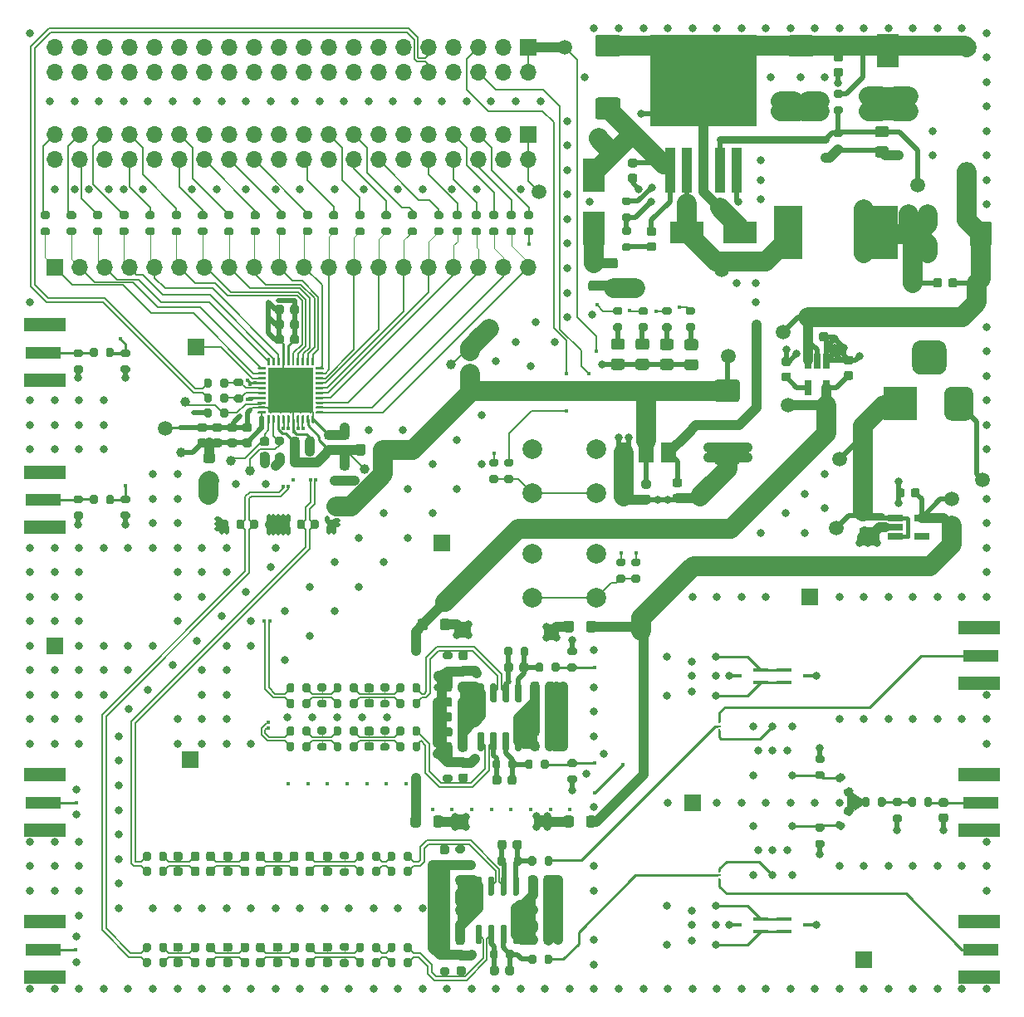
<source format=gbr>
%TF.GenerationSoftware,KiCad,Pcbnew,(5.1.8)-1*%
%TF.CreationDate,2020-12-11T02:40:48-05:00*%
%TF.ProjectId,iq_siggen,69715f73-6967-4676-956e-2e6b69636164,v01*%
%TF.SameCoordinates,Original*%
%TF.FileFunction,Copper,L1,Top*%
%TF.FilePolarity,Positive*%
%FSLAX46Y46*%
G04 Gerber Fmt 4.6, Leading zero omitted, Abs format (unit mm)*
G04 Created by KiCad (PCBNEW (5.1.8)-1) date 2020-12-11 02:40:48*
%MOMM*%
%LPD*%
G01*
G04 APERTURE LIST*
%TA.AperFunction,NonConductor*%
%ADD10C,0.100000*%
%TD*%
%TA.AperFunction,SMDPad,CuDef*%
%ADD11R,0.293370X0.350000*%
%TD*%
%TA.AperFunction,SMDPad,CuDef*%
%ADD12R,0.650000X0.293370*%
%TD*%
%TA.AperFunction,SMDPad,CuDef*%
%ADD13C,1.000000*%
%TD*%
%TA.AperFunction,ComponentPad*%
%ADD14R,3.500000X3.500000*%
%TD*%
%TA.AperFunction,SMDPad,CuDef*%
%ADD15C,1.500000*%
%TD*%
%TA.AperFunction,ComponentPad*%
%ADD16C,2.000000*%
%TD*%
%TA.AperFunction,ComponentPad*%
%ADD17O,1.700000X1.700000*%
%TD*%
%TA.AperFunction,ComponentPad*%
%ADD18R,1.700000X1.700000*%
%TD*%
%TA.AperFunction,ComponentPad*%
%ADD19C,0.500000*%
%TD*%
%TA.AperFunction,SMDPad,CuDef*%
%ADD20R,4.600000X4.600000*%
%TD*%
%TA.AperFunction,ComponentPad*%
%ADD21C,0.400000*%
%TD*%
%TA.AperFunction,SMDPad,CuDef*%
%ADD22R,3.600000X1.270000*%
%TD*%
%TA.AperFunction,SMDPad,CuDef*%
%ADD23R,4.200000X1.350000*%
%TD*%
%TA.AperFunction,ComponentPad*%
%ADD24O,2.000000X2.000000*%
%TD*%
%TA.AperFunction,SMDPad,CuDef*%
%ADD25R,3.500000X2.300000*%
%TD*%
%TA.AperFunction,SMDPad,CuDef*%
%ADD26R,2.900000X5.400000*%
%TD*%
%TA.AperFunction,SMDPad,CuDef*%
%ADD27R,2.300000X3.500000*%
%TD*%
%TA.AperFunction,ComponentPad*%
%ADD28C,0.800000*%
%TD*%
%TA.AperFunction,SMDPad,CuDef*%
%ADD29R,1.500000X0.450000*%
%TD*%
%TA.AperFunction,SMDPad,CuDef*%
%ADD30R,10.800000X9.400000*%
%TD*%
%TA.AperFunction,SMDPad,CuDef*%
%ADD31R,1.100000X4.600000*%
%TD*%
%TA.AperFunction,SMDPad,CuDef*%
%ADD32R,1.560000X0.650000*%
%TD*%
%TA.AperFunction,SMDPad,CuDef*%
%ADD33R,0.650000X1.560000*%
%TD*%
%TA.AperFunction,SMDPad,CuDef*%
%ADD34R,1.500000X2.000000*%
%TD*%
%TA.AperFunction,SMDPad,CuDef*%
%ADD35R,3.800000X2.000000*%
%TD*%
%TA.AperFunction,ViaPad*%
%ADD36C,0.800000*%
%TD*%
%TA.AperFunction,ViaPad*%
%ADD37C,0.400000*%
%TD*%
%TA.AperFunction,ViaPad*%
%ADD38C,0.450000*%
%TD*%
%TA.AperFunction,Conductor*%
%ADD39C,0.500000*%
%TD*%
%TA.AperFunction,Conductor*%
%ADD40C,2.000000*%
%TD*%
%TA.AperFunction,Conductor*%
%ADD41C,1.000000*%
%TD*%
%TA.AperFunction,Conductor*%
%ADD42C,0.146812*%
%TD*%
%TA.AperFunction,Conductor*%
%ADD43C,0.250000*%
%TD*%
%TA.AperFunction,Conductor*%
%ADD44C,1.100000*%
%TD*%
%TA.AperFunction,Conductor*%
%ADD45C,0.293370*%
%TD*%
%TA.AperFunction,Conductor*%
%ADD46C,0.800000*%
%TD*%
%TA.AperFunction,Conductor*%
%ADD47C,0.400000*%
%TD*%
%TA.AperFunction,Conductor*%
%ADD48C,0.205232*%
%TD*%
%TA.AperFunction,Conductor*%
%ADD49C,0.100000*%
%TD*%
%TA.AperFunction,Conductor*%
%ADD50C,0.750000*%
%TD*%
%TA.AperFunction,Conductor*%
%ADD51C,0.110490*%
%TD*%
G04 APERTURE END LIST*
D10*
G36*
X136250000Y-129950000D02*
G01*
X134250000Y-131200000D01*
X134250000Y-128700000D01*
X136250000Y-129950000D01*
G37*
X136250000Y-129950000D02*
X134250000Y-131200000D01*
X134250000Y-128700000D01*
X136250000Y-129950000D01*
D11*
%TO.P,JP2,1*%
%TO.N,/mixer/IF_Q*%
X121280000Y-137000000D03*
%TO.P,JP2,3*%
%TO.N,/Q_OUT*%
X121280000Y-137862200D03*
D12*
%TO.P,JP2,2*%
%TO.N,/IQ DAC and AA filter/Q_DAC_OUT*%
X121100000Y-137430000D03*
%TD*%
D11*
%TO.P,JP1,1*%
%TO.N,/I_OUT*%
X121280000Y-121770000D03*
%TO.P,JP1,3*%
%TO.N,/mixer/IF_I*%
X121280000Y-122632200D03*
D12*
%TO.P,JP1,2*%
%TO.N,/IQ DAC and AA filter/I_DAC_OUT*%
X121100000Y-122200000D03*
%TD*%
%TO.P,R88,2*%
%TO.N,GNDA*%
%TA.AperFunction,SMDPad,CuDef*%
G36*
G01*
X81265000Y-101914000D02*
X81265000Y-101364000D01*
G75*
G02*
X81465000Y-101164000I200000J0D01*
G01*
X81865000Y-101164000D01*
G75*
G02*
X82065000Y-101364000I0J-200000D01*
G01*
X82065000Y-101914000D01*
G75*
G02*
X81865000Y-102114000I-200000J0D01*
G01*
X81465000Y-102114000D01*
G75*
G02*
X81265000Y-101914000I0J200000D01*
G01*
G37*
%TD.AperFunction*%
%TO.P,R88,1*%
%TO.N,/IQ DAC and AA filter/A_IOUT_N*%
%TA.AperFunction,SMDPad,CuDef*%
G36*
G01*
X79615000Y-101914000D02*
X79615000Y-101364000D01*
G75*
G02*
X79815000Y-101164000I200000J0D01*
G01*
X80215000Y-101164000D01*
G75*
G02*
X80415000Y-101364000I0J-200000D01*
G01*
X80415000Y-101914000D01*
G75*
G02*
X80215000Y-102114000I-200000J0D01*
G01*
X79815000Y-102114000D01*
G75*
G02*
X79615000Y-101914000I0J200000D01*
G01*
G37*
%TD.AperFunction*%
%TD*%
%TO.P,R70,2*%
%TO.N,/mixer/CLK_I_1_P*%
%TA.AperFunction,SMDPad,CuDef*%
G36*
G01*
X86875000Y-119525000D02*
X87425000Y-119525000D01*
G75*
G02*
X87625000Y-119725000I0J-200000D01*
G01*
X87625000Y-120125000D01*
G75*
G02*
X87425000Y-120325000I-200000J0D01*
G01*
X86875000Y-120325000D01*
G75*
G02*
X86675000Y-120125000I0J200000D01*
G01*
X86675000Y-119725000D01*
G75*
G02*
X86875000Y-119525000I200000J0D01*
G01*
G37*
%TD.AperFunction*%
%TO.P,R70,1*%
%TO.N,/mixer/CLK_I_1_N*%
%TA.AperFunction,SMDPad,CuDef*%
G36*
G01*
X86875000Y-117875000D02*
X87425000Y-117875000D01*
G75*
G02*
X87625000Y-118075000I0J-200000D01*
G01*
X87625000Y-118475000D01*
G75*
G02*
X87425000Y-118675000I-200000J0D01*
G01*
X86875000Y-118675000D01*
G75*
G02*
X86675000Y-118475000I0J200000D01*
G01*
X86675000Y-118075000D01*
G75*
G02*
X86875000Y-117875000I200000J0D01*
G01*
G37*
%TD.AperFunction*%
%TD*%
%TO.P,R99,2*%
%TO.N,GNDA*%
%TA.AperFunction,SMDPad,CuDef*%
G36*
G01*
X93508000Y-145960000D02*
X92958000Y-145960000D01*
G75*
G02*
X92758000Y-145760000I0J200000D01*
G01*
X92758000Y-145360000D01*
G75*
G02*
X92958000Y-145160000I200000J0D01*
G01*
X93508000Y-145160000D01*
G75*
G02*
X93708000Y-145360000I0J-200000D01*
G01*
X93708000Y-145760000D01*
G75*
G02*
X93508000Y-145960000I-200000J0D01*
G01*
G37*
%TD.AperFunction*%
%TO.P,R99,1*%
%TO.N,/IQ DAC and AA filter/Q_FB_P*%
%TA.AperFunction,SMDPad,CuDef*%
G36*
G01*
X93508000Y-147610000D02*
X92958000Y-147610000D01*
G75*
G02*
X92758000Y-147410000I0J200000D01*
G01*
X92758000Y-147010000D01*
G75*
G02*
X92958000Y-146810000I200000J0D01*
G01*
X93508000Y-146810000D01*
G75*
G02*
X93708000Y-147010000I0J-200000D01*
G01*
X93708000Y-147410000D01*
G75*
G02*
X93508000Y-147610000I-200000J0D01*
G01*
G37*
%TD.AperFunction*%
%TD*%
%TO.P,C6,2*%
%TO.N,GNDA*%
%TA.AperFunction,SMDPad,CuDef*%
G36*
G01*
X121021999Y-93286000D02*
X123072001Y-93286000D01*
G75*
G02*
X123322000Y-93535999I0J-249999D01*
G01*
X123322000Y-95286001D01*
G75*
G02*
X123072001Y-95536000I-249999J0D01*
G01*
X121021999Y-95536000D01*
G75*
G02*
X120772000Y-95286001I0J249999D01*
G01*
X120772000Y-93535999D01*
G75*
G02*
X121021999Y-93286000I249999J0D01*
G01*
G37*
%TD.AperFunction*%
%TO.P,C6,1*%
%TO.N,+3V3*%
%TA.AperFunction,SMDPad,CuDef*%
G36*
G01*
X121021999Y-86886000D02*
X123072001Y-86886000D01*
G75*
G02*
X123322000Y-87135999I0J-249999D01*
G01*
X123322000Y-88886001D01*
G75*
G02*
X123072001Y-89136000I-249999J0D01*
G01*
X121021999Y-89136000D01*
G75*
G02*
X120772000Y-88886001I0J249999D01*
G01*
X120772000Y-87135999D01*
G75*
G02*
X121021999Y-86886000I249999J0D01*
G01*
G37*
%TD.AperFunction*%
%TD*%
%TO.P,C33,2*%
%TO.N,-5V*%
%TA.AperFunction,SMDPad,CuDef*%
G36*
G01*
X146775000Y-73025001D02*
X146775000Y-70974999D01*
G75*
G02*
X147024999Y-70725000I249999J0D01*
G01*
X148775001Y-70725000D01*
G75*
G02*
X149025000Y-70974999I0J-249999D01*
G01*
X149025000Y-73025001D01*
G75*
G02*
X148775001Y-73275000I-249999J0D01*
G01*
X147024999Y-73275000D01*
G75*
G02*
X146775000Y-73025001I0J249999D01*
G01*
G37*
%TD.AperFunction*%
%TO.P,C33,1*%
%TO.N,GNDA*%
%TA.AperFunction,SMDPad,CuDef*%
G36*
G01*
X140375000Y-73025001D02*
X140375000Y-70974999D01*
G75*
G02*
X140624999Y-70725000I249999J0D01*
G01*
X142375001Y-70725000D01*
G75*
G02*
X142625000Y-70974999I0J-249999D01*
G01*
X142625000Y-73025001D01*
G75*
G02*
X142375001Y-73275000I-249999J0D01*
G01*
X140624999Y-73275000D01*
G75*
G02*
X140375000Y-73025001I0J249999D01*
G01*
G37*
%TD.AperFunction*%
%TD*%
%TO.P,C31,2*%
%TO.N,/negative rail generator/-5VO*%
%TA.AperFunction,SMDPad,CuDef*%
G36*
G01*
X130595001Y-53945000D02*
X128544999Y-53945000D01*
G75*
G02*
X128295000Y-53695001I0J249999D01*
G01*
X128295000Y-51944999D01*
G75*
G02*
X128544999Y-51695000I249999J0D01*
G01*
X130595001Y-51695000D01*
G75*
G02*
X130845000Y-51944999I0J-249999D01*
G01*
X130845000Y-53695001D01*
G75*
G02*
X130595001Y-53945000I-249999J0D01*
G01*
G37*
%TD.AperFunction*%
%TO.P,C31,1*%
%TO.N,GNDA*%
%TA.AperFunction,SMDPad,CuDef*%
G36*
G01*
X130595001Y-60345000D02*
X128544999Y-60345000D01*
G75*
G02*
X128295000Y-60095001I0J249999D01*
G01*
X128295000Y-58344999D01*
G75*
G02*
X128544999Y-58095000I249999J0D01*
G01*
X130595001Y-58095000D01*
G75*
G02*
X130845000Y-58344999I0J-249999D01*
G01*
X130845000Y-60095001D01*
G75*
G02*
X130595001Y-60345000I-249999J0D01*
G01*
G37*
%TD.AperFunction*%
%TD*%
%TO.P,C28,2*%
%TO.N,/negative rail generator/-5VO*%
%TA.AperFunction,SMDPad,CuDef*%
G36*
G01*
X110910001Y-53945000D02*
X108859999Y-53945000D01*
G75*
G02*
X108610000Y-53695001I0J249999D01*
G01*
X108610000Y-51944999D01*
G75*
G02*
X108859999Y-51695000I249999J0D01*
G01*
X110910001Y-51695000D01*
G75*
G02*
X111160000Y-51944999I0J-249999D01*
G01*
X111160000Y-53695001D01*
G75*
G02*
X110910001Y-53945000I-249999J0D01*
G01*
G37*
%TD.AperFunction*%
%TO.P,C28,1*%
%TO.N,Net-(C28-Pad1)*%
%TA.AperFunction,SMDPad,CuDef*%
G36*
G01*
X110910001Y-60345000D02*
X108859999Y-60345000D01*
G75*
G02*
X108610000Y-60095001I0J249999D01*
G01*
X108610000Y-58344999D01*
G75*
G02*
X108859999Y-58095000I249999J0D01*
G01*
X110910001Y-58095000D01*
G75*
G02*
X111160000Y-58344999I0J-249999D01*
G01*
X111160000Y-60095001D01*
G75*
G02*
X110910001Y-60345000I-249999J0D01*
G01*
G37*
%TD.AperFunction*%
%TD*%
%TO.P,FB9,2*%
%TO.N,+5V*%
%TA.AperFunction,SMDPad,CuDef*%
G36*
G01*
X109964999Y-76775000D02*
X110665001Y-76775000D01*
G75*
G02*
X110915000Y-77024999I0J-249999D01*
G01*
X110915000Y-77575001D01*
G75*
G02*
X110665001Y-77825000I-249999J0D01*
G01*
X109964999Y-77825000D01*
G75*
G02*
X109715000Y-77575001I0J249999D01*
G01*
X109715000Y-77024999D01*
G75*
G02*
X109964999Y-76775000I249999J0D01*
G01*
G37*
%TD.AperFunction*%
%TO.P,FB9,1*%
%TO.N,Net-(D9-Pad2)*%
%TA.AperFunction,SMDPad,CuDef*%
G36*
G01*
X109964999Y-74475000D02*
X110665001Y-74475000D01*
G75*
G02*
X110915000Y-74724999I0J-249999D01*
G01*
X110915000Y-75275001D01*
G75*
G02*
X110665001Y-75525000I-249999J0D01*
G01*
X109964999Y-75525000D01*
G75*
G02*
X109715000Y-75275001I0J249999D01*
G01*
X109715000Y-74724999D01*
G75*
G02*
X109964999Y-74475000I249999J0D01*
G01*
G37*
%TD.AperFunction*%
%TD*%
D13*
%TO.P,TP53,1*%
%TO.N,Net-(R100-Pad2)*%
X66764000Y-89116000D03*
%TD*%
%TO.P,J10,3*%
%TO.N,N/C*%
%TA.AperFunction,ComponentPad*%
G36*
G01*
X144412000Y-83744200D02*
X144412000Y-85494200D01*
G75*
G02*
X143537000Y-86369200I-875000J0D01*
G01*
X141787000Y-86369200D01*
G75*
G02*
X140912000Y-85494200I0J875000D01*
G01*
X140912000Y-83744200D01*
G75*
G02*
X141787000Y-82869200I875000J0D01*
G01*
X143537000Y-82869200D01*
G75*
G02*
X144412000Y-83744200I0J-875000D01*
G01*
G37*
%TD.AperFunction*%
%TO.P,J10,2*%
%TO.N,GNDA*%
%TA.AperFunction,ComponentPad*%
G36*
G01*
X147162000Y-88319200D02*
X147162000Y-90319200D01*
G75*
G02*
X146412000Y-91069200I-750000J0D01*
G01*
X144912000Y-91069200D01*
G75*
G02*
X144162000Y-90319200I0J750000D01*
G01*
X144162000Y-88319200D01*
G75*
G02*
X144912000Y-87569200I750000J0D01*
G01*
X146412000Y-87569200D01*
G75*
G02*
X147162000Y-88319200I0J-750000D01*
G01*
G37*
%TD.AperFunction*%
D14*
%TO.P,J10,1*%
%TO.N,+5V*%
X139662000Y-89319200D03*
%TD*%
D15*
%TO.P,TP4,1*%
%TO.N,GNDA*%
X64732000Y-91859200D03*
%TD*%
D16*
%TO.P,SW2,1*%
%TO.N,/SW1*%
X102174000Y-109131200D03*
%TO.P,SW2,2*%
%TO.N,/VCCIO0*%
X102174000Y-104631200D03*
%TO.P,SW2,1*%
%TO.N,/SW1*%
X108674000Y-109131200D03*
%TO.P,SW2,2*%
%TO.N,/VCCIO0*%
X108674000Y-104631200D03*
%TD*%
%TO.P,SW1,1*%
%TO.N,/SW0*%
X102174000Y-98463200D03*
%TO.P,SW1,2*%
%TO.N,/VCCIO0*%
X102174000Y-93963200D03*
%TO.P,SW1,1*%
%TO.N,/SW0*%
X108674000Y-98463200D03*
%TO.P,SW1,2*%
%TO.N,/VCCIO0*%
X108674000Y-93963200D03*
%TD*%
D13*
%TO.P,TP52,1*%
%TO.N,Net-(R101-Pad2)*%
X73418800Y-96177200D03*
%TD*%
D17*
%TO.P,J2,40*%
%TO.N,N/C*%
X53490000Y-64430000D03*
%TO.P,J2,39*%
%TO.N,Net-(J2-Pad39)*%
X53490000Y-61890000D03*
%TO.P,J2,38*%
%TO.N,Net-(J2-Pad38)*%
X56030000Y-64430000D03*
%TO.P,J2,37*%
%TO.N,Net-(J2-Pad37)*%
X56030000Y-61890000D03*
%TO.P,J2,36*%
%TO.N,N/C*%
X58570000Y-64430000D03*
%TO.P,J2,35*%
%TO.N,Net-(J2-Pad35)*%
X58570000Y-61890000D03*
%TO.P,J2,34*%
%TO.N,Net-(J2-Pad34)*%
X61110000Y-64430000D03*
%TO.P,J2,33*%
%TO.N,Net-(J2-Pad33)*%
X61110000Y-61890000D03*
%TO.P,J2,32*%
%TO.N,GNDA*%
X63650000Y-64430000D03*
%TO.P,J2,31*%
X63650000Y-61890000D03*
%TO.P,J2,30*%
%TO.N,Net-(J2-Pad30)*%
X66190000Y-64430000D03*
%TO.P,J2,29*%
%TO.N,Net-(J2-Pad29)*%
X66190000Y-61890000D03*
%TO.P,J2,28*%
%TO.N,Net-(J2-Pad28)*%
X68730000Y-64430000D03*
%TO.P,J2,27*%
%TO.N,N/C*%
X68730000Y-61890000D03*
%TO.P,J2,26*%
%TO.N,Net-(J2-Pad26)*%
X71270000Y-64430000D03*
%TO.P,J2,25*%
%TO.N,/CLK_EXT_IN*%
X71270000Y-61890000D03*
%TO.P,J2,24*%
%TO.N,Net-(J2-Pad24)*%
X73810000Y-64430000D03*
%TO.P,J2,23*%
%TO.N,N/C*%
X73810000Y-61890000D03*
%TO.P,J2,22*%
%TO.N,GNDA*%
X76350000Y-64430000D03*
%TO.P,J2,21*%
X76350000Y-61890000D03*
%TO.P,J2,20*%
%TO.N,Net-(J2-Pad20)*%
X78890000Y-64430000D03*
%TO.P,J2,19*%
%TO.N,/CLK_OUT*%
X78890000Y-61890000D03*
%TO.P,J2,18*%
%TO.N,N/C*%
X81430000Y-64430000D03*
%TO.P,J2,17*%
%TO.N,Net-(J2-Pad17)*%
X81430000Y-61890000D03*
%TO.P,J2,16*%
%TO.N,Net-(J2-Pad16)*%
X83970000Y-64430000D03*
%TO.P,J2,15*%
%TO.N,Net-(J2-Pad15)*%
X83970000Y-61890000D03*
%TO.P,J2,14*%
%TO.N,Net-(J2-Pad14)*%
X86510000Y-64430000D03*
%TO.P,J2,13*%
%TO.N,N/C*%
X86510000Y-61890000D03*
%TO.P,J2,12*%
%TO.N,GNDA*%
X89050000Y-64430000D03*
%TO.P,J2,11*%
X89050000Y-61890000D03*
%TO.P,J2,10*%
%TO.N,Net-(J2-Pad10)*%
X91590000Y-64430000D03*
%TO.P,J2,9*%
%TO.N,N/C*%
X91590000Y-61890000D03*
%TO.P,J2,8*%
%TO.N,Net-(J2-Pad8)*%
X94130000Y-64430000D03*
%TO.P,J2,7*%
%TO.N,Net-(J2-Pad7)*%
X94130000Y-61890000D03*
%TO.P,J2,6*%
%TO.N,Net-(J2-Pad6)*%
X96670000Y-64430000D03*
%TO.P,J2,5*%
%TO.N,Net-(J2-Pad5)*%
X96670000Y-61890000D03*
%TO.P,J2,4*%
%TO.N,N/C*%
X99210000Y-64430000D03*
%TO.P,J2,3*%
X99210000Y-61890000D03*
%TO.P,J2,2*%
%TO.N,/VCCIO1*%
X101750000Y-64430000D03*
D18*
%TO.P,J2,1*%
X101750000Y-61890000D03*
%TD*%
%TO.P,U6,35*%
%TO.N,/IQ DAC and AA filter/B_IOUT_P*%
%TA.AperFunction,SMDPad,CuDef*%
G36*
G01*
X77434000Y-90560500D02*
X77434000Y-91260500D01*
G75*
G02*
X77371500Y-91323000I-62500J0D01*
G01*
X77246500Y-91323000D01*
G75*
G02*
X77184000Y-91260500I0J62500D01*
G01*
X77184000Y-90560500D01*
G75*
G02*
X77246500Y-90498000I62500J0D01*
G01*
X77371500Y-90498000D01*
G75*
G02*
X77434000Y-90560500I0J-62500D01*
G01*
G37*
%TD.AperFunction*%
%TO.P,U6,32*%
%TO.N,Net-(R101-Pad2)*%
%TA.AperFunction,SMDPad,CuDef*%
G36*
G01*
X75934000Y-90560500D02*
X75934000Y-91260500D01*
G75*
G02*
X75871500Y-91323000I-62500J0D01*
G01*
X75746500Y-91323000D01*
G75*
G02*
X75684000Y-91260500I0J62500D01*
G01*
X75684000Y-90560500D01*
G75*
G02*
X75746500Y-90498000I62500J0D01*
G01*
X75871500Y-90498000D01*
G75*
G02*
X75934000Y-90560500I0J-62500D01*
G01*
G37*
%TD.AperFunction*%
%TO.P,U6,21*%
%TO.N,/B1*%
%TA.AperFunction,SMDPad,CuDef*%
G36*
G01*
X75034000Y-85660500D02*
X75034000Y-85785500D01*
G75*
G02*
X74971500Y-85848000I-62500J0D01*
G01*
X74271500Y-85848000D01*
G75*
G02*
X74209000Y-85785500I0J62500D01*
G01*
X74209000Y-85660500D01*
G75*
G02*
X74271500Y-85598000I62500J0D01*
G01*
X74971500Y-85598000D01*
G75*
G02*
X75034000Y-85660500I0J-62500D01*
G01*
G37*
%TD.AperFunction*%
D19*
%TO.P,U6,41*%
%TO.N,GNDA*%
X78584000Y-88998000D03*
%TO.P,U6,2*%
%TO.N,/A8*%
%TA.AperFunction,SMDPad,CuDef*%
G36*
G01*
X80909000Y-89660500D02*
X80909000Y-89785500D01*
G75*
G02*
X80846500Y-89848000I-62500J0D01*
G01*
X80146500Y-89848000D01*
G75*
G02*
X80084000Y-89785500I0J62500D01*
G01*
X80084000Y-89660500D01*
G75*
G02*
X80146500Y-89598000I62500J0D01*
G01*
X80846500Y-89598000D01*
G75*
G02*
X80909000Y-89660500I0J-62500D01*
G01*
G37*
%TD.AperFunction*%
%TO.P,U6,8*%
%TO.N,/A2*%
%TA.AperFunction,SMDPad,CuDef*%
G36*
G01*
X80909000Y-86660500D02*
X80909000Y-86785500D01*
G75*
G02*
X80846500Y-86848000I-62500J0D01*
G01*
X80146500Y-86848000D01*
G75*
G02*
X80084000Y-86785500I0J62500D01*
G01*
X80084000Y-86660500D01*
G75*
G02*
X80146500Y-86598000I62500J0D01*
G01*
X80846500Y-86598000D01*
G75*
G02*
X80909000Y-86660500I0J-62500D01*
G01*
G37*
%TD.AperFunction*%
%TO.P,U6,17*%
%TO.N,GNDA*%
%TA.AperFunction,SMDPad,CuDef*%
G36*
G01*
X76934000Y-84685500D02*
X76934000Y-85385500D01*
G75*
G02*
X76871500Y-85448000I-62500J0D01*
G01*
X76746500Y-85448000D01*
G75*
G02*
X76684000Y-85385500I0J62500D01*
G01*
X76684000Y-84685500D01*
G75*
G02*
X76746500Y-84623000I62500J0D01*
G01*
X76871500Y-84623000D01*
G75*
G02*
X76934000Y-84685500I0J-62500D01*
G01*
G37*
%TD.AperFunction*%
%TO.P,U6,33*%
%TO.N,/IQ DAC and AA filter/AVDD*%
%TA.AperFunction,SMDPad,CuDef*%
G36*
G01*
X76434000Y-90560500D02*
X76434000Y-91260500D01*
G75*
G02*
X76371500Y-91323000I-62500J0D01*
G01*
X76246500Y-91323000D01*
G75*
G02*
X76184000Y-91260500I0J62500D01*
G01*
X76184000Y-90560500D01*
G75*
G02*
X76246500Y-90498000I62500J0D01*
G01*
X76371500Y-90498000D01*
G75*
G02*
X76434000Y-90560500I0J-62500D01*
G01*
G37*
%TD.AperFunction*%
%TO.P,U6,25*%
%TO.N,/IQ DAC and AA filter/CLK*%
%TA.AperFunction,SMDPad,CuDef*%
G36*
G01*
X75034000Y-87660500D02*
X75034000Y-87785500D01*
G75*
G02*
X74971500Y-87848000I-62500J0D01*
G01*
X74271500Y-87848000D01*
G75*
G02*
X74209000Y-87785500I0J62500D01*
G01*
X74209000Y-87660500D01*
G75*
G02*
X74271500Y-87598000I62500J0D01*
G01*
X74971500Y-87598000D01*
G75*
G02*
X75034000Y-87660500I0J-62500D01*
G01*
G37*
%TD.AperFunction*%
%TO.P,U6,41*%
%TO.N,GNDA*%
X79609000Y-88998000D03*
%TO.P,U6,14*%
%TO.N,/B6*%
%TA.AperFunction,SMDPad,CuDef*%
G36*
G01*
X78434000Y-84685500D02*
X78434000Y-85385500D01*
G75*
G02*
X78371500Y-85448000I-62500J0D01*
G01*
X78246500Y-85448000D01*
G75*
G02*
X78184000Y-85385500I0J62500D01*
G01*
X78184000Y-84685500D01*
G75*
G02*
X78246500Y-84623000I62500J0D01*
G01*
X78371500Y-84623000D01*
G75*
G02*
X78434000Y-84685500I0J-62500D01*
G01*
G37*
%TD.AperFunction*%
%TO.P,U6,22*%
%TO.N,/B0*%
%TA.AperFunction,SMDPad,CuDef*%
G36*
G01*
X75034000Y-86160500D02*
X75034000Y-86285500D01*
G75*
G02*
X74971500Y-86348000I-62500J0D01*
G01*
X74271500Y-86348000D01*
G75*
G02*
X74209000Y-86285500I0J62500D01*
G01*
X74209000Y-86160500D01*
G75*
G02*
X74271500Y-86098000I62500J0D01*
G01*
X74971500Y-86098000D01*
G75*
G02*
X75034000Y-86160500I0J-62500D01*
G01*
G37*
%TD.AperFunction*%
%TO.P,U6,27*%
%TO.N,/IQ DAC and AA filter/CVDD*%
%TA.AperFunction,SMDPad,CuDef*%
G36*
G01*
X75034000Y-88660500D02*
X75034000Y-88785500D01*
G75*
G02*
X74971500Y-88848000I-62500J0D01*
G01*
X74271500Y-88848000D01*
G75*
G02*
X74209000Y-88785500I0J62500D01*
G01*
X74209000Y-88660500D01*
G75*
G02*
X74271500Y-88598000I62500J0D01*
G01*
X74971500Y-88598000D01*
G75*
G02*
X75034000Y-88660500I0J-62500D01*
G01*
G37*
%TD.AperFunction*%
%TO.P,U6,20*%
%TO.N,/B2*%
%TA.AperFunction,SMDPad,CuDef*%
G36*
G01*
X75434000Y-84685500D02*
X75434000Y-85385500D01*
G75*
G02*
X75371500Y-85448000I-62500J0D01*
G01*
X75246500Y-85448000D01*
G75*
G02*
X75184000Y-85385500I0J62500D01*
G01*
X75184000Y-84685500D01*
G75*
G02*
X75246500Y-84623000I62500J0D01*
G01*
X75371500Y-84623000D01*
G75*
G02*
X75434000Y-84685500I0J-62500D01*
G01*
G37*
%TD.AperFunction*%
%TO.P,U6,31*%
%TO.N,Net-(C38-Pad1)*%
%TA.AperFunction,SMDPad,CuDef*%
G36*
G01*
X75434000Y-90560500D02*
X75434000Y-91260500D01*
G75*
G02*
X75371500Y-91323000I-62500J0D01*
G01*
X75246500Y-91323000D01*
G75*
G02*
X75184000Y-91260500I0J62500D01*
G01*
X75184000Y-90560500D01*
G75*
G02*
X75246500Y-90498000I62500J0D01*
G01*
X75371500Y-90498000D01*
G75*
G02*
X75434000Y-90560500I0J-62500D01*
G01*
G37*
%TD.AperFunction*%
%TO.P,U6,12*%
%TO.N,/B8*%
%TA.AperFunction,SMDPad,CuDef*%
G36*
G01*
X79434000Y-84685500D02*
X79434000Y-85385500D01*
G75*
G02*
X79371500Y-85448000I-62500J0D01*
G01*
X79246500Y-85448000D01*
G75*
G02*
X79184000Y-85385500I0J62500D01*
G01*
X79184000Y-84685500D01*
G75*
G02*
X79246500Y-84623000I62500J0D01*
G01*
X79371500Y-84623000D01*
G75*
G02*
X79434000Y-84685500I0J-62500D01*
G01*
G37*
%TD.AperFunction*%
%TO.P,U6,40*%
%TO.N,GNDA*%
X79609000Y-90023000D03*
%TO.P,U6,38*%
%TO.N,/IQ DAC and AA filter/A_IOUT_P*%
%TA.AperFunction,SMDPad,CuDef*%
G36*
G01*
X78934000Y-90560500D02*
X78934000Y-91260500D01*
G75*
G02*
X78871500Y-91323000I-62500J0D01*
G01*
X78746500Y-91323000D01*
G75*
G02*
X78684000Y-91260500I0J62500D01*
G01*
X78684000Y-90560500D01*
G75*
G02*
X78746500Y-90498000I62500J0D01*
G01*
X78871500Y-90498000D01*
G75*
G02*
X78934000Y-90560500I0J-62500D01*
G01*
G37*
%TD.AperFunction*%
%TO.P,U6,36*%
%TO.N,GNDA*%
X77559000Y-90023000D03*
%TO.P,U6,1*%
%TO.N,/A9*%
%TA.AperFunction,SMDPad,CuDef*%
G36*
G01*
X80909000Y-90160500D02*
X80909000Y-90285500D01*
G75*
G02*
X80846500Y-90348000I-62500J0D01*
G01*
X80146500Y-90348000D01*
G75*
G02*
X80084000Y-90285500I0J62500D01*
G01*
X80084000Y-90160500D01*
G75*
G02*
X80146500Y-90098000I62500J0D01*
G01*
X80846500Y-90098000D01*
G75*
G02*
X80909000Y-90160500I0J-62500D01*
G01*
G37*
%TD.AperFunction*%
%TO.P,U6,6*%
%TO.N,/A4*%
%TA.AperFunction,SMDPad,CuDef*%
G36*
G01*
X80909000Y-87660500D02*
X80909000Y-87785500D01*
G75*
G02*
X80846500Y-87848000I-62500J0D01*
G01*
X80146500Y-87848000D01*
G75*
G02*
X80084000Y-87785500I0J62500D01*
G01*
X80084000Y-87660500D01*
G75*
G02*
X80146500Y-87598000I62500J0D01*
G01*
X80846500Y-87598000D01*
G75*
G02*
X80909000Y-87660500I0J-62500D01*
G01*
G37*
%TD.AperFunction*%
%TO.P,U6,24*%
%TO.N,GNDA*%
%TA.AperFunction,SMDPad,CuDef*%
G36*
G01*
X75034000Y-87160500D02*
X75034000Y-87285500D01*
G75*
G02*
X74971500Y-87348000I-62500J0D01*
G01*
X74271500Y-87348000D01*
G75*
G02*
X74209000Y-87285500I0J62500D01*
G01*
X74209000Y-87160500D01*
G75*
G02*
X74271500Y-87098000I62500J0D01*
G01*
X74971500Y-87098000D01*
G75*
G02*
X75034000Y-87160500I0J-62500D01*
G01*
G37*
%TD.AperFunction*%
%TO.P,U6,15*%
%TO.N,/B5*%
%TA.AperFunction,SMDPad,CuDef*%
G36*
G01*
X77934000Y-84685500D02*
X77934000Y-85385500D01*
G75*
G02*
X77871500Y-85448000I-62500J0D01*
G01*
X77746500Y-85448000D01*
G75*
G02*
X77684000Y-85385500I0J62500D01*
G01*
X77684000Y-84685500D01*
G75*
G02*
X77746500Y-84623000I62500J0D01*
G01*
X77871500Y-84623000D01*
G75*
G02*
X77934000Y-84685500I0J-62500D01*
G01*
G37*
%TD.AperFunction*%
%TO.P,U6,36*%
%TO.N,GNDA*%
%TA.AperFunction,SMDPad,CuDef*%
G36*
G01*
X77934000Y-90560500D02*
X77934000Y-91260500D01*
G75*
G02*
X77871500Y-91323000I-62500J0D01*
G01*
X77746500Y-91323000D01*
G75*
G02*
X77684000Y-91260500I0J62500D01*
G01*
X77684000Y-90560500D01*
G75*
G02*
X77746500Y-90498000I62500J0D01*
G01*
X77871500Y-90498000D01*
G75*
G02*
X77934000Y-90560500I0J-62500D01*
G01*
G37*
%TD.AperFunction*%
%TO.P,U6,41*%
X79609000Y-87973000D03*
X78584000Y-87973000D03*
X77559000Y-87973000D03*
X76534000Y-88998000D03*
%TO.P,U6,10*%
%TO.N,/A0*%
%TA.AperFunction,SMDPad,CuDef*%
G36*
G01*
X80909000Y-85660500D02*
X80909000Y-85785500D01*
G75*
G02*
X80846500Y-85848000I-62500J0D01*
G01*
X80146500Y-85848000D01*
G75*
G02*
X80084000Y-85785500I0J62500D01*
G01*
X80084000Y-85660500D01*
G75*
G02*
X80146500Y-85598000I62500J0D01*
G01*
X80846500Y-85598000D01*
G75*
G02*
X80909000Y-85660500I0J-62500D01*
G01*
G37*
%TD.AperFunction*%
%TO.P,U6,41*%
%TO.N,GNDA*%
X76534000Y-87973000D03*
X75509000Y-87973000D03*
%TO.P,U6,37*%
%TO.N,/IQ DAC and AA filter/A_IOUT_N*%
%TA.AperFunction,SMDPad,CuDef*%
G36*
G01*
X78434000Y-90560500D02*
X78434000Y-91260500D01*
G75*
G02*
X78371500Y-91323000I-62500J0D01*
G01*
X78246500Y-91323000D01*
G75*
G02*
X78184000Y-91260500I0J62500D01*
G01*
X78184000Y-90560500D01*
G75*
G02*
X78246500Y-90498000I62500J0D01*
G01*
X78371500Y-90498000D01*
G75*
G02*
X78434000Y-90560500I0J-62500D01*
G01*
G37*
%TD.AperFunction*%
%TO.P,U6,5*%
%TO.N,/A5*%
%TA.AperFunction,SMDPad,CuDef*%
G36*
G01*
X80909000Y-88160500D02*
X80909000Y-88285500D01*
G75*
G02*
X80846500Y-88348000I-62500J0D01*
G01*
X80146500Y-88348000D01*
G75*
G02*
X80084000Y-88285500I0J62500D01*
G01*
X80084000Y-88160500D01*
G75*
G02*
X80146500Y-88098000I62500J0D01*
G01*
X80846500Y-88098000D01*
G75*
G02*
X80909000Y-88160500I0J-62500D01*
G01*
G37*
%TD.AperFunction*%
%TO.P,U6,41*%
%TO.N,GNDA*%
X77559000Y-86948000D03*
X76534000Y-86948000D03*
D20*
X77559000Y-87973000D03*
%TO.P,U6,18*%
%TO.N,/B4*%
%TA.AperFunction,SMDPad,CuDef*%
G36*
G01*
X76434000Y-84685500D02*
X76434000Y-85385500D01*
G75*
G02*
X76371500Y-85448000I-62500J0D01*
G01*
X76246500Y-85448000D01*
G75*
G02*
X76184000Y-85385500I0J62500D01*
G01*
X76184000Y-84685500D01*
G75*
G02*
X76246500Y-84623000I62500J0D01*
G01*
X76371500Y-84623000D01*
G75*
G02*
X76434000Y-84685500I0J-62500D01*
G01*
G37*
%TD.AperFunction*%
D19*
%TO.P,U6,29*%
%TO.N,GNDA*%
X75509000Y-90023000D03*
%TO.P,U6,41*%
X78584000Y-86948000D03*
%TO.P,U6,13*%
%TO.N,/B7*%
%TA.AperFunction,SMDPad,CuDef*%
G36*
G01*
X78934000Y-84685500D02*
X78934000Y-85385500D01*
G75*
G02*
X78871500Y-85448000I-62500J0D01*
G01*
X78746500Y-85448000D01*
G75*
G02*
X78684000Y-85385500I0J62500D01*
G01*
X78684000Y-84685500D01*
G75*
G02*
X78746500Y-84623000I62500J0D01*
G01*
X78871500Y-84623000D01*
G75*
G02*
X78934000Y-84685500I0J-62500D01*
G01*
G37*
%TD.AperFunction*%
%TO.P,U6,11*%
%TO.N,/B9*%
%TA.AperFunction,SMDPad,CuDef*%
G36*
G01*
X79934000Y-84685500D02*
X79934000Y-85385500D01*
G75*
G02*
X79871500Y-85448000I-62500J0D01*
G01*
X79746500Y-85448000D01*
G75*
G02*
X79684000Y-85385500I0J62500D01*
G01*
X79684000Y-84685500D01*
G75*
G02*
X79746500Y-84623000I62500J0D01*
G01*
X79871500Y-84623000D01*
G75*
G02*
X79934000Y-84685500I0J-62500D01*
G01*
G37*
%TD.AperFunction*%
%TO.P,U6,9*%
%TO.N,/A1*%
%TA.AperFunction,SMDPad,CuDef*%
G36*
G01*
X80909000Y-86160500D02*
X80909000Y-86285500D01*
G75*
G02*
X80846500Y-86348000I-62500J0D01*
G01*
X80146500Y-86348000D01*
G75*
G02*
X80084000Y-86285500I0J62500D01*
G01*
X80084000Y-86160500D01*
G75*
G02*
X80146500Y-86098000I62500J0D01*
G01*
X80846500Y-86098000D01*
G75*
G02*
X80909000Y-86160500I0J-62500D01*
G01*
G37*
%TD.AperFunction*%
%TO.P,U6,28*%
%TO.N,Net-(R100-Pad2)*%
%TA.AperFunction,SMDPad,CuDef*%
G36*
G01*
X75034000Y-89160500D02*
X75034000Y-89285500D01*
G75*
G02*
X74971500Y-89348000I-62500J0D01*
G01*
X74271500Y-89348000D01*
G75*
G02*
X74209000Y-89285500I0J62500D01*
G01*
X74209000Y-89160500D01*
G75*
G02*
X74271500Y-89098000I62500J0D01*
G01*
X74971500Y-89098000D01*
G75*
G02*
X75034000Y-89160500I0J-62500D01*
G01*
G37*
%TD.AperFunction*%
%TO.P,U6,30*%
%TO.N,/IQ DAC and AA filter/CVDD*%
%TA.AperFunction,SMDPad,CuDef*%
G36*
G01*
X75034000Y-90160500D02*
X75034000Y-90285500D01*
G75*
G02*
X74971500Y-90348000I-62500J0D01*
G01*
X74271500Y-90348000D01*
G75*
G02*
X74209000Y-90285500I0J62500D01*
G01*
X74209000Y-90160500D01*
G75*
G02*
X74271500Y-90098000I62500J0D01*
G01*
X74971500Y-90098000D01*
G75*
G02*
X75034000Y-90160500I0J-62500D01*
G01*
G37*
%TD.AperFunction*%
%TO.P,U6,34*%
%TO.N,/IQ DAC and AA filter/B_IOUT_N*%
%TA.AperFunction,SMDPad,CuDef*%
G36*
G01*
X76934000Y-90560500D02*
X76934000Y-91260500D01*
G75*
G02*
X76871500Y-91323000I-62500J0D01*
G01*
X76746500Y-91323000D01*
G75*
G02*
X76684000Y-91260500I0J62500D01*
G01*
X76684000Y-90560500D01*
G75*
G02*
X76746500Y-90498000I62500J0D01*
G01*
X76871500Y-90498000D01*
G75*
G02*
X76934000Y-90560500I0J-62500D01*
G01*
G37*
%TD.AperFunction*%
%TO.P,U6,41*%
%TO.N,GNDA*%
X78584000Y-90023000D03*
X75509000Y-88998000D03*
%TO.P,U6,39*%
%TO.N,/IQ DAC and AA filter/AVDD*%
%TA.AperFunction,SMDPad,CuDef*%
G36*
G01*
X79434000Y-90560500D02*
X79434000Y-91260500D01*
G75*
G02*
X79371500Y-91323000I-62500J0D01*
G01*
X79246500Y-91323000D01*
G75*
G02*
X79184000Y-91260500I0J62500D01*
G01*
X79184000Y-90560500D01*
G75*
G02*
X79246500Y-90498000I62500J0D01*
G01*
X79371500Y-90498000D01*
G75*
G02*
X79434000Y-90560500I0J-62500D01*
G01*
G37*
%TD.AperFunction*%
%TO.P,U6,3*%
%TO.N,/A7*%
%TA.AperFunction,SMDPad,CuDef*%
G36*
G01*
X80909000Y-89160500D02*
X80909000Y-89285500D01*
G75*
G02*
X80846500Y-89348000I-62500J0D01*
G01*
X80146500Y-89348000D01*
G75*
G02*
X80084000Y-89285500I0J62500D01*
G01*
X80084000Y-89160500D01*
G75*
G02*
X80146500Y-89098000I62500J0D01*
G01*
X80846500Y-89098000D01*
G75*
G02*
X80909000Y-89160500I0J-62500D01*
G01*
G37*
%TD.AperFunction*%
%TO.P,U6,29*%
%TO.N,GNDA*%
%TA.AperFunction,SMDPad,CuDef*%
G36*
G01*
X75034000Y-89660500D02*
X75034000Y-89785500D01*
G75*
G02*
X74971500Y-89848000I-62500J0D01*
G01*
X74271500Y-89848000D01*
G75*
G02*
X74209000Y-89785500I0J62500D01*
G01*
X74209000Y-89660500D01*
G75*
G02*
X74271500Y-89598000I62500J0D01*
G01*
X74971500Y-89598000D01*
G75*
G02*
X75034000Y-89660500I0J-62500D01*
G01*
G37*
%TD.AperFunction*%
%TO.P,U6,41*%
X76534000Y-90023000D03*
%TO.P,U6,23*%
%TO.N,/~CW*%
%TA.AperFunction,SMDPad,CuDef*%
G36*
G01*
X75034000Y-86660500D02*
X75034000Y-86785500D01*
G75*
G02*
X74971500Y-86848000I-62500J0D01*
G01*
X74271500Y-86848000D01*
G75*
G02*
X74209000Y-86785500I0J62500D01*
G01*
X74209000Y-86660500D01*
G75*
G02*
X74271500Y-86598000I62500J0D01*
G01*
X74971500Y-86598000D01*
G75*
G02*
X75034000Y-86660500I0J-62500D01*
G01*
G37*
%TD.AperFunction*%
%TO.P,U6,41*%
%TO.N,GNDA*%
X77559000Y-88998000D03*
%TO.P,U6,7*%
%TO.N,/A3*%
%TA.AperFunction,SMDPad,CuDef*%
G36*
G01*
X80909000Y-87160500D02*
X80909000Y-87285500D01*
G75*
G02*
X80846500Y-87348000I-62500J0D01*
G01*
X80146500Y-87348000D01*
G75*
G02*
X80084000Y-87285500I0J62500D01*
G01*
X80084000Y-87160500D01*
G75*
G02*
X80146500Y-87098000I62500J0D01*
G01*
X80846500Y-87098000D01*
G75*
G02*
X80909000Y-87160500I0J-62500D01*
G01*
G37*
%TD.AperFunction*%
%TO.P,U6,26*%
%TO.N,/IQ DAC and AA filter/~CLK*%
%TA.AperFunction,SMDPad,CuDef*%
G36*
G01*
X75034000Y-88160500D02*
X75034000Y-88285500D01*
G75*
G02*
X74971500Y-88348000I-62500J0D01*
G01*
X74271500Y-88348000D01*
G75*
G02*
X74209000Y-88285500I0J62500D01*
G01*
X74209000Y-88160500D01*
G75*
G02*
X74271500Y-88098000I62500J0D01*
G01*
X74971500Y-88098000D01*
G75*
G02*
X75034000Y-88160500I0J-62500D01*
G01*
G37*
%TD.AperFunction*%
%TO.P,U6,4*%
%TO.N,/A6*%
%TA.AperFunction,SMDPad,CuDef*%
G36*
G01*
X80909000Y-88660500D02*
X80909000Y-88785500D01*
G75*
G02*
X80846500Y-88848000I-62500J0D01*
G01*
X80146500Y-88848000D01*
G75*
G02*
X80084000Y-88785500I0J62500D01*
G01*
X80084000Y-88660500D01*
G75*
G02*
X80146500Y-88598000I62500J0D01*
G01*
X80846500Y-88598000D01*
G75*
G02*
X80909000Y-88660500I0J-62500D01*
G01*
G37*
%TD.AperFunction*%
%TO.P,U6,41*%
%TO.N,GNDA*%
X79609000Y-86948000D03*
X75509000Y-86948000D03*
%TO.P,U6,40*%
%TA.AperFunction,SMDPad,CuDef*%
G36*
G01*
X79934000Y-90560500D02*
X79934000Y-91260500D01*
G75*
G02*
X79871500Y-91323000I-62500J0D01*
G01*
X79746500Y-91323000D01*
G75*
G02*
X79684000Y-91260500I0J62500D01*
G01*
X79684000Y-90560500D01*
G75*
G02*
X79746500Y-90498000I62500J0D01*
G01*
X79871500Y-90498000D01*
G75*
G02*
X79934000Y-90560500I0J-62500D01*
G01*
G37*
%TD.AperFunction*%
%TO.P,U6,19*%
%TO.N,/B3*%
%TA.AperFunction,SMDPad,CuDef*%
G36*
G01*
X75934000Y-84685500D02*
X75934000Y-85385500D01*
G75*
G02*
X75871500Y-85448000I-62500J0D01*
G01*
X75746500Y-85448000D01*
G75*
G02*
X75684000Y-85385500I0J62500D01*
G01*
X75684000Y-84685500D01*
G75*
G02*
X75746500Y-84623000I62500J0D01*
G01*
X75871500Y-84623000D01*
G75*
G02*
X75934000Y-84685500I0J-62500D01*
G01*
G37*
%TD.AperFunction*%
%TO.P,U6,41*%
%TO.N,GNDA*%
X79609000Y-85923000D03*
%TO.P,U6,16*%
%TO.N,/IQ DAC and AA filter/DVDD*%
%TA.AperFunction,SMDPad,CuDef*%
G36*
G01*
X77434000Y-84685500D02*
X77434000Y-85385500D01*
G75*
G02*
X77371500Y-85448000I-62500J0D01*
G01*
X77246500Y-85448000D01*
G75*
G02*
X77184000Y-85385500I0J62500D01*
G01*
X77184000Y-84685500D01*
G75*
G02*
X77246500Y-84623000I62500J0D01*
G01*
X77371500Y-84623000D01*
G75*
G02*
X77434000Y-84685500I0J-62500D01*
G01*
G37*
%TD.AperFunction*%
%TO.P,U6,17*%
%TO.N,GNDA*%
X76534000Y-85923000D03*
%TO.P,U6,41*%
X75509000Y-85923000D03*
X78584000Y-85923000D03*
X77559000Y-85923000D03*
%TD*%
D13*
%TO.P,TP58,1*%
%TO.N,/IQ DAC and AA filter/DVDD*%
X93891200Y-85356800D03*
%TD*%
%TO.P,TP57,1*%
%TO.N,/IQ DAC and AA filter/CVDD*%
X66383000Y-94272200D03*
%TD*%
%TO.P,TP56,1*%
%TO.N,/IQ DAC and AA filter/AVDD*%
X85082480Y-96004480D03*
%TD*%
%TO.P,TP51,1*%
%TO.N,Net-(C38-Pad1)*%
X71463000Y-95161200D03*
%TD*%
%TO.P,FB6,2*%
%TO.N,/IQ DAC and AA filter/+OPAMP_2.5V*%
%TA.AperFunction,SMDPad,CuDef*%
G36*
G01*
X106421000Y-131583999D02*
X106421000Y-132284001D01*
G75*
G02*
X106171001Y-132534000I-249999J0D01*
G01*
X105620999Y-132534000D01*
G75*
G02*
X105371000Y-132284001I0J249999D01*
G01*
X105371000Y-131583999D01*
G75*
G02*
X105620999Y-131334000I249999J0D01*
G01*
X106171001Y-131334000D01*
G75*
G02*
X106421000Y-131583999I0J-249999D01*
G01*
G37*
%TD.AperFunction*%
%TO.P,FB6,1*%
%TO.N,+2V5*%
%TA.AperFunction,SMDPad,CuDef*%
G36*
G01*
X108721000Y-131583999D02*
X108721000Y-132284001D01*
G75*
G02*
X108471001Y-132534000I-249999J0D01*
G01*
X107920999Y-132534000D01*
G75*
G02*
X107671000Y-132284001I0J249999D01*
G01*
X107671000Y-131583999D01*
G75*
G02*
X107920999Y-131334000I249999J0D01*
G01*
X108471001Y-131334000D01*
G75*
G02*
X108721000Y-131583999I0J-249999D01*
G01*
G37*
%TD.AperFunction*%
%TD*%
%TO.P,L32,2*%
%TO.N,/IQ DAC and AA filter/Q AA filter/F2_P*%
%TA.AperFunction,SMDPad,CuDef*%
G36*
G01*
X74025000Y-145029250D02*
X74025000Y-144516750D01*
G75*
G02*
X74243750Y-144298000I218750J0D01*
G01*
X74681250Y-144298000D01*
G75*
G02*
X74900000Y-144516750I0J-218750D01*
G01*
X74900000Y-145029250D01*
G75*
G02*
X74681250Y-145248000I-218750J0D01*
G01*
X74243750Y-145248000D01*
G75*
G02*
X74025000Y-145029250I0J218750D01*
G01*
G37*
%TD.AperFunction*%
%TO.P,L32,1*%
%TO.N,/IQ DAC and AA filter/Q AA filter/F_P*%
%TA.AperFunction,SMDPad,CuDef*%
G36*
G01*
X72450000Y-145029250D02*
X72450000Y-144516750D01*
G75*
G02*
X72668750Y-144298000I218750J0D01*
G01*
X73106250Y-144298000D01*
G75*
G02*
X73325000Y-144516750I0J-218750D01*
G01*
X73325000Y-145029250D01*
G75*
G02*
X73106250Y-145248000I-218750J0D01*
G01*
X72668750Y-145248000D01*
G75*
G02*
X72450000Y-145029250I0J218750D01*
G01*
G37*
%TD.AperFunction*%
%TD*%
%TO.P,R98,2*%
%TO.N,GNDA*%
%TA.AperFunction,SMDPad,CuDef*%
G36*
G01*
X94558000Y-136010000D02*
X95108000Y-136010000D01*
G75*
G02*
X95308000Y-136210000I0J-200000D01*
G01*
X95308000Y-136610000D01*
G75*
G02*
X95108000Y-136810000I-200000J0D01*
G01*
X94558000Y-136810000D01*
G75*
G02*
X94358000Y-136610000I0J200000D01*
G01*
X94358000Y-136210000D01*
G75*
G02*
X94558000Y-136010000I200000J0D01*
G01*
G37*
%TD.AperFunction*%
%TO.P,R98,1*%
%TO.N,/IQ DAC and AA filter/I_FB_P*%
%TA.AperFunction,SMDPad,CuDef*%
G36*
G01*
X94558000Y-134360000D02*
X95108000Y-134360000D01*
G75*
G02*
X95308000Y-134560000I0J-200000D01*
G01*
X95308000Y-134960000D01*
G75*
G02*
X95108000Y-135160000I-200000J0D01*
G01*
X94558000Y-135160000D01*
G75*
G02*
X94358000Y-134960000I0J200000D01*
G01*
X94358000Y-134560000D01*
G75*
G02*
X94558000Y-134360000I200000J0D01*
G01*
G37*
%TD.AperFunction*%
%TD*%
%TO.P,R97,2*%
%TO.N,/IQ DAC and AA filter/Q_FB_N*%
%TA.AperFunction,SMDPad,CuDef*%
G36*
G01*
X89086000Y-146572000D02*
X89086000Y-146022000D01*
G75*
G02*
X89286000Y-145822000I200000J0D01*
G01*
X89686000Y-145822000D01*
G75*
G02*
X89886000Y-146022000I0J-200000D01*
G01*
X89886000Y-146572000D01*
G75*
G02*
X89686000Y-146772000I-200000J0D01*
G01*
X89286000Y-146772000D01*
G75*
G02*
X89086000Y-146572000I0J200000D01*
G01*
G37*
%TD.AperFunction*%
%TO.P,R97,1*%
%TO.N,/IQ DAC and AA filter/Q_F_N*%
%TA.AperFunction,SMDPad,CuDef*%
G36*
G01*
X87436000Y-146572000D02*
X87436000Y-146022000D01*
G75*
G02*
X87636000Y-145822000I200000J0D01*
G01*
X88036000Y-145822000D01*
G75*
G02*
X88236000Y-146022000I0J-200000D01*
G01*
X88236000Y-146572000D01*
G75*
G02*
X88036000Y-146772000I-200000J0D01*
G01*
X87636000Y-146772000D01*
G75*
G02*
X87436000Y-146572000I0J200000D01*
G01*
G37*
%TD.AperFunction*%
%TD*%
%TO.P,R2,2*%
%TO.N,/IQ DAC and AA filter/I AA Filter/50R_IN_P*%
%TA.AperFunction,SMDPad,CuDef*%
G36*
G01*
X64141000Y-137287000D02*
X64141000Y-136737000D01*
G75*
G02*
X64341000Y-136537000I200000J0D01*
G01*
X64741000Y-136537000D01*
G75*
G02*
X64941000Y-136737000I0J-200000D01*
G01*
X64941000Y-137287000D01*
G75*
G02*
X64741000Y-137487000I-200000J0D01*
G01*
X64341000Y-137487000D01*
G75*
G02*
X64141000Y-137287000I0J200000D01*
G01*
G37*
%TD.AperFunction*%
%TO.P,R2,1*%
%TO.N,/IQ DAC and AA filter/A_IOUT_P*%
%TA.AperFunction,SMDPad,CuDef*%
G36*
G01*
X62491000Y-137287000D02*
X62491000Y-136737000D01*
G75*
G02*
X62691000Y-136537000I200000J0D01*
G01*
X63091000Y-136537000D01*
G75*
G02*
X63291000Y-136737000I0J-200000D01*
G01*
X63291000Y-137287000D01*
G75*
G02*
X63091000Y-137487000I-200000J0D01*
G01*
X62691000Y-137487000D01*
G75*
G02*
X62491000Y-137287000I0J200000D01*
G01*
G37*
%TD.AperFunction*%
%TD*%
%TO.P,R94,2*%
%TO.N,/IQ DAC and AA filter/I_F_N*%
%TA.AperFunction,SMDPad,CuDef*%
G36*
G01*
X88236000Y-135213000D02*
X88236000Y-135763000D01*
G75*
G02*
X88036000Y-135963000I-200000J0D01*
G01*
X87636000Y-135963000D01*
G75*
G02*
X87436000Y-135763000I0J200000D01*
G01*
X87436000Y-135213000D01*
G75*
G02*
X87636000Y-135013000I200000J0D01*
G01*
X88036000Y-135013000D01*
G75*
G02*
X88236000Y-135213000I0J-200000D01*
G01*
G37*
%TD.AperFunction*%
%TO.P,R94,1*%
%TO.N,/IQ DAC and AA filter/I_FB_N*%
%TA.AperFunction,SMDPad,CuDef*%
G36*
G01*
X89886000Y-135213000D02*
X89886000Y-135763000D01*
G75*
G02*
X89686000Y-135963000I-200000J0D01*
G01*
X89286000Y-135963000D01*
G75*
G02*
X89086000Y-135763000I0J200000D01*
G01*
X89086000Y-135213000D01*
G75*
G02*
X89286000Y-135013000I200000J0D01*
G01*
X89686000Y-135013000D01*
G75*
G02*
X89886000Y-135213000I0J-200000D01*
G01*
G37*
%TD.AperFunction*%
%TD*%
%TO.P,L23,2*%
%TO.N,/IQ DAC and AA filter/I AA Filter/50R_OUT_N*%
%TA.AperFunction,SMDPad,CuDef*%
G36*
G01*
X79050000Y-135744250D02*
X79050000Y-135231750D01*
G75*
G02*
X79268750Y-135013000I218750J0D01*
G01*
X79706250Y-135013000D01*
G75*
G02*
X79925000Y-135231750I0J-218750D01*
G01*
X79925000Y-135744250D01*
G75*
G02*
X79706250Y-135963000I-218750J0D01*
G01*
X79268750Y-135963000D01*
G75*
G02*
X79050000Y-135744250I0J218750D01*
G01*
G37*
%TD.AperFunction*%
%TO.P,L23,1*%
%TO.N,/IQ DAC and AA filter/I AA Filter/F2_N*%
%TA.AperFunction,SMDPad,CuDef*%
G36*
G01*
X77475000Y-135744250D02*
X77475000Y-135231750D01*
G75*
G02*
X77693750Y-135013000I218750J0D01*
G01*
X78131250Y-135013000D01*
G75*
G02*
X78350000Y-135231750I0J-218750D01*
G01*
X78350000Y-135744250D01*
G75*
G02*
X78131250Y-135963000I-218750J0D01*
G01*
X77693750Y-135963000D01*
G75*
G02*
X77475000Y-135744250I0J218750D01*
G01*
G37*
%TD.AperFunction*%
%TD*%
%TO.P,R92,2*%
%TO.N,/IQ DAC and AA filter/I AA Filter/50R_OUT_N*%
%TA.AperFunction,SMDPad,CuDef*%
G36*
G01*
X83311000Y-135825000D02*
X82761000Y-135825000D01*
G75*
G02*
X82561000Y-135625000I0J200000D01*
G01*
X82561000Y-135225000D01*
G75*
G02*
X82761000Y-135025000I200000J0D01*
G01*
X83311000Y-135025000D01*
G75*
G02*
X83511000Y-135225000I0J-200000D01*
G01*
X83511000Y-135625000D01*
G75*
G02*
X83311000Y-135825000I-200000J0D01*
G01*
G37*
%TD.AperFunction*%
%TO.P,R92,1*%
%TO.N,/IQ DAC and AA filter/I AA Filter/50R_OUT_P*%
%TA.AperFunction,SMDPad,CuDef*%
G36*
G01*
X83311000Y-137475000D02*
X82761000Y-137475000D01*
G75*
G02*
X82561000Y-137275000I0J200000D01*
G01*
X82561000Y-136875000D01*
G75*
G02*
X82761000Y-136675000I200000J0D01*
G01*
X83311000Y-136675000D01*
G75*
G02*
X83511000Y-136875000I0J-200000D01*
G01*
X83511000Y-137275000D01*
G75*
G02*
X83311000Y-137475000I-200000J0D01*
G01*
G37*
%TD.AperFunction*%
%TD*%
%TO.P,L10,2*%
%TO.N,/IQ DAC and AA filter/I AA Filter/F_P*%
%TA.AperFunction,SMDPad,CuDef*%
G36*
G01*
X68945000Y-137268250D02*
X68945000Y-136755750D01*
G75*
G02*
X69163750Y-136537000I218750J0D01*
G01*
X69601250Y-136537000D01*
G75*
G02*
X69820000Y-136755750I0J-218750D01*
G01*
X69820000Y-137268250D01*
G75*
G02*
X69601250Y-137487000I-218750J0D01*
G01*
X69163750Y-137487000D01*
G75*
G02*
X68945000Y-137268250I0J218750D01*
G01*
G37*
%TD.AperFunction*%
%TO.P,L10,1*%
%TO.N,/IQ DAC and AA filter/I AA Filter/50R_IN_P*%
%TA.AperFunction,SMDPad,CuDef*%
G36*
G01*
X67370000Y-137268250D02*
X67370000Y-136755750D01*
G75*
G02*
X67588750Y-136537000I218750J0D01*
G01*
X68026250Y-136537000D01*
G75*
G02*
X68245000Y-136755750I0J-218750D01*
G01*
X68245000Y-137268250D01*
G75*
G02*
X68026250Y-137487000I-218750J0D01*
G01*
X67588750Y-137487000D01*
G75*
G02*
X67370000Y-137268250I0J218750D01*
G01*
G37*
%TD.AperFunction*%
%TD*%
%TO.P,R102,2*%
%TO.N,/IQ DAC and AA filter/I_FB_N*%
%TA.AperFunction,SMDPad,CuDef*%
G36*
G01*
X99447999Y-135679000D02*
X99447999Y-136229000D01*
G75*
G02*
X99247999Y-136429000I-200000J0D01*
G01*
X98847999Y-136429000D01*
G75*
G02*
X98647999Y-136229000I0J200000D01*
G01*
X98647999Y-135679000D01*
G75*
G02*
X98847999Y-135479000I200000J0D01*
G01*
X99247999Y-135479000D01*
G75*
G02*
X99447999Y-135679000I0J-200000D01*
G01*
G37*
%TD.AperFunction*%
%TO.P,R102,1*%
%TO.N,Net-(C39-Pad1)*%
%TA.AperFunction,SMDPad,CuDef*%
G36*
G01*
X101097999Y-135679000D02*
X101097999Y-136229000D01*
G75*
G02*
X100897999Y-136429000I-200000J0D01*
G01*
X100497999Y-136429000D01*
G75*
G02*
X100297999Y-136229000I0J200000D01*
G01*
X100297999Y-135679000D01*
G75*
G02*
X100497999Y-135479000I200000J0D01*
G01*
X100897999Y-135479000D01*
G75*
G02*
X101097999Y-135679000I0J-200000D01*
G01*
G37*
%TD.AperFunction*%
%TD*%
%TO.P,R96,2*%
%TO.N,/IQ DAC and AA filter/Q_F_P*%
%TA.AperFunction,SMDPad,CuDef*%
G36*
G01*
X88236000Y-144498000D02*
X88236000Y-145048000D01*
G75*
G02*
X88036000Y-145248000I-200000J0D01*
G01*
X87636000Y-145248000D01*
G75*
G02*
X87436000Y-145048000I0J200000D01*
G01*
X87436000Y-144498000D01*
G75*
G02*
X87636000Y-144298000I200000J0D01*
G01*
X88036000Y-144298000D01*
G75*
G02*
X88236000Y-144498000I0J-200000D01*
G01*
G37*
%TD.AperFunction*%
%TO.P,R96,1*%
%TO.N,/IQ DAC and AA filter/Q_FB_P*%
%TA.AperFunction,SMDPad,CuDef*%
G36*
G01*
X89886000Y-144498000D02*
X89886000Y-145048000D01*
G75*
G02*
X89686000Y-145248000I-200000J0D01*
G01*
X89286000Y-145248000D01*
G75*
G02*
X89086000Y-145048000I0J200000D01*
G01*
X89086000Y-144498000D01*
G75*
G02*
X89286000Y-144298000I200000J0D01*
G01*
X89686000Y-144298000D01*
G75*
G02*
X89886000Y-144498000I0J-200000D01*
G01*
G37*
%TD.AperFunction*%
%TD*%
%TO.P,R93,2*%
%TO.N,/IQ DAC and AA filter/Q AA filter/50R_OUT_P*%
%TA.AperFunction,SMDPad,CuDef*%
G36*
G01*
X83311000Y-145110000D02*
X82761000Y-145110000D01*
G75*
G02*
X82561000Y-144910000I0J200000D01*
G01*
X82561000Y-144510000D01*
G75*
G02*
X82761000Y-144310000I200000J0D01*
G01*
X83311000Y-144310000D01*
G75*
G02*
X83511000Y-144510000I0J-200000D01*
G01*
X83511000Y-144910000D01*
G75*
G02*
X83311000Y-145110000I-200000J0D01*
G01*
G37*
%TD.AperFunction*%
%TO.P,R93,1*%
%TO.N,/IQ DAC and AA filter/Q AA filter/50R_OUT_N*%
%TA.AperFunction,SMDPad,CuDef*%
G36*
G01*
X83311000Y-146760000D02*
X82761000Y-146760000D01*
G75*
G02*
X82561000Y-146560000I0J200000D01*
G01*
X82561000Y-146160000D01*
G75*
G02*
X82761000Y-145960000I200000J0D01*
G01*
X83311000Y-145960000D01*
G75*
G02*
X83511000Y-146160000I0J-200000D01*
G01*
X83511000Y-146560000D01*
G75*
G02*
X83311000Y-146760000I-200000J0D01*
G01*
G37*
%TD.AperFunction*%
%TD*%
%TO.P,C44,2*%
%TO.N,GNDA*%
%TA.AperFunction,SMDPad,CuDef*%
G36*
G01*
X93747000Y-143777000D02*
X93747000Y-144277000D01*
G75*
G02*
X93522000Y-144502000I-225000J0D01*
G01*
X93072000Y-144502000D01*
G75*
G02*
X92847000Y-144277000I0J225000D01*
G01*
X92847000Y-143777000D01*
G75*
G02*
X93072000Y-143552000I225000J0D01*
G01*
X93522000Y-143552000D01*
G75*
G02*
X93747000Y-143777000I0J-225000D01*
G01*
G37*
%TD.AperFunction*%
%TO.P,C44,1*%
%TO.N,/IQ DAC and AA filter/-OPAMP_2.5V*%
%TA.AperFunction,SMDPad,CuDef*%
G36*
G01*
X95297000Y-143777000D02*
X95297000Y-144277000D01*
G75*
G02*
X95072000Y-144502000I-225000J0D01*
G01*
X94622000Y-144502000D01*
G75*
G02*
X94397000Y-144277000I0J225000D01*
G01*
X94397000Y-143777000D01*
G75*
G02*
X94622000Y-143552000I225000J0D01*
G01*
X95072000Y-143552000D01*
G75*
G02*
X95297000Y-143777000I0J-225000D01*
G01*
G37*
%TD.AperFunction*%
%TD*%
%TO.P,L14,2*%
%TO.N,/IQ DAC and AA filter/I AA Filter/F2_P*%
%TA.AperFunction,SMDPad,CuDef*%
G36*
G01*
X74025000Y-137268250D02*
X74025000Y-136755750D01*
G75*
G02*
X74243750Y-136537000I218750J0D01*
G01*
X74681250Y-136537000D01*
G75*
G02*
X74900000Y-136755750I0J-218750D01*
G01*
X74900000Y-137268250D01*
G75*
G02*
X74681250Y-137487000I-218750J0D01*
G01*
X74243750Y-137487000D01*
G75*
G02*
X74025000Y-137268250I0J218750D01*
G01*
G37*
%TD.AperFunction*%
%TO.P,L14,1*%
%TO.N,/IQ DAC and AA filter/I AA Filter/F_P*%
%TA.AperFunction,SMDPad,CuDef*%
G36*
G01*
X72450000Y-137268250D02*
X72450000Y-136755750D01*
G75*
G02*
X72668750Y-136537000I218750J0D01*
G01*
X73106250Y-136537000D01*
G75*
G02*
X73325000Y-136755750I0J-218750D01*
G01*
X73325000Y-137268250D01*
G75*
G02*
X73106250Y-137487000I-218750J0D01*
G01*
X72668750Y-137487000D01*
G75*
G02*
X72450000Y-137268250I0J218750D01*
G01*
G37*
%TD.AperFunction*%
%TD*%
%TO.P,R30,2*%
%TO.N,/IQ DAC and AA filter/Q_F_N*%
%TA.AperFunction,SMDPad,CuDef*%
G36*
G01*
X85874000Y-146572000D02*
X85874000Y-146022000D01*
G75*
G02*
X86074000Y-145822000I200000J0D01*
G01*
X86474000Y-145822000D01*
G75*
G02*
X86674000Y-146022000I0J-200000D01*
G01*
X86674000Y-146572000D01*
G75*
G02*
X86474000Y-146772000I-200000J0D01*
G01*
X86074000Y-146772000D01*
G75*
G02*
X85874000Y-146572000I0J200000D01*
G01*
G37*
%TD.AperFunction*%
%TO.P,R30,1*%
%TO.N,/IQ DAC and AA filter/Q AA filter/50R_OUT_N*%
%TA.AperFunction,SMDPad,CuDef*%
G36*
G01*
X84224000Y-146572000D02*
X84224000Y-146022000D01*
G75*
G02*
X84424000Y-145822000I200000J0D01*
G01*
X84824000Y-145822000D01*
G75*
G02*
X85024000Y-146022000I0J-200000D01*
G01*
X85024000Y-146572000D01*
G75*
G02*
X84824000Y-146772000I-200000J0D01*
G01*
X84424000Y-146772000D01*
G75*
G02*
X84224000Y-146572000I0J200000D01*
G01*
G37*
%TD.AperFunction*%
%TD*%
%TO.P,C65,2*%
%TO.N,GNDA*%
%TA.AperFunction,SMDPad,CuDef*%
G36*
G01*
X93747000Y-137681000D02*
X93747000Y-138181000D01*
G75*
G02*
X93522000Y-138406000I-225000J0D01*
G01*
X93072000Y-138406000D01*
G75*
G02*
X92847000Y-138181000I0J225000D01*
G01*
X92847000Y-137681000D01*
G75*
G02*
X93072000Y-137456000I225000J0D01*
G01*
X93522000Y-137456000D01*
G75*
G02*
X93747000Y-137681000I0J-225000D01*
G01*
G37*
%TD.AperFunction*%
%TO.P,C65,1*%
%TO.N,/IQ DAC and AA filter/-OPAMP_2.5V*%
%TA.AperFunction,SMDPad,CuDef*%
G36*
G01*
X95297000Y-137681000D02*
X95297000Y-138181000D01*
G75*
G02*
X95072000Y-138406000I-225000J0D01*
G01*
X94622000Y-138406000D01*
G75*
G02*
X94397000Y-138181000I0J225000D01*
G01*
X94397000Y-137681000D01*
G75*
G02*
X94622000Y-137456000I225000J0D01*
G01*
X95072000Y-137456000D01*
G75*
G02*
X95297000Y-137681000I0J-225000D01*
G01*
G37*
%TD.AperFunction*%
%TD*%
%TO.P,C43,2*%
%TO.N,/IQ DAC and AA filter/+OPAMP_2.5V*%
%TA.AperFunction,SMDPad,CuDef*%
G36*
G01*
X102686000Y-140705000D02*
X102686000Y-141205000D01*
G75*
G02*
X102461000Y-141430000I-225000J0D01*
G01*
X102011000Y-141430000D01*
G75*
G02*
X101786000Y-141205000I0J225000D01*
G01*
X101786000Y-140705000D01*
G75*
G02*
X102011000Y-140480000I225000J0D01*
G01*
X102461000Y-140480000D01*
G75*
G02*
X102686000Y-140705000I0J-225000D01*
G01*
G37*
%TD.AperFunction*%
%TO.P,C43,1*%
%TO.N,GNDA*%
%TA.AperFunction,SMDPad,CuDef*%
G36*
G01*
X104236000Y-140705000D02*
X104236000Y-141205000D01*
G75*
G02*
X104011000Y-141430000I-225000J0D01*
G01*
X103561000Y-141430000D01*
G75*
G02*
X103336000Y-141205000I0J225000D01*
G01*
X103336000Y-140705000D01*
G75*
G02*
X103561000Y-140480000I225000J0D01*
G01*
X104011000Y-140480000D01*
G75*
G02*
X104236000Y-140705000I0J-225000D01*
G01*
G37*
%TD.AperFunction*%
%TD*%
%TO.P,L30,2*%
%TO.N,/IQ DAC and AA filter/Q AA filter/F_N*%
%TA.AperFunction,SMDPad,CuDef*%
G36*
G01*
X68945000Y-146553250D02*
X68945000Y-146040750D01*
G75*
G02*
X69163750Y-145822000I218750J0D01*
G01*
X69601250Y-145822000D01*
G75*
G02*
X69820000Y-146040750I0J-218750D01*
G01*
X69820000Y-146553250D01*
G75*
G02*
X69601250Y-146772000I-218750J0D01*
G01*
X69163750Y-146772000D01*
G75*
G02*
X68945000Y-146553250I0J218750D01*
G01*
G37*
%TD.AperFunction*%
%TO.P,L30,1*%
%TO.N,/IQ DAC and AA filter/Q AA filter/50R_IN_N*%
%TA.AperFunction,SMDPad,CuDef*%
G36*
G01*
X67370000Y-146553250D02*
X67370000Y-146040750D01*
G75*
G02*
X67588750Y-145822000I218750J0D01*
G01*
X68026250Y-145822000D01*
G75*
G02*
X68245000Y-146040750I0J-218750D01*
G01*
X68245000Y-146553250D01*
G75*
G02*
X68026250Y-146772000I-218750J0D01*
G01*
X67588750Y-146772000D01*
G75*
G02*
X67370000Y-146553250I0J218750D01*
G01*
G37*
%TD.AperFunction*%
%TD*%
%TO.P,C84,2*%
%TO.N,/IQ DAC and AA filter/Q AA filter/F2_N*%
%TA.AperFunction,SMDPad,CuDef*%
G36*
G01*
X75965000Y-145860000D02*
X76465000Y-145860000D01*
G75*
G02*
X76690000Y-146085000I0J-225000D01*
G01*
X76690000Y-146535000D01*
G75*
G02*
X76465000Y-146760000I-225000J0D01*
G01*
X75965000Y-146760000D01*
G75*
G02*
X75740000Y-146535000I0J225000D01*
G01*
X75740000Y-146085000D01*
G75*
G02*
X75965000Y-145860000I225000J0D01*
G01*
G37*
%TD.AperFunction*%
%TO.P,C84,1*%
%TO.N,/IQ DAC and AA filter/Q AA filter/F2_P*%
%TA.AperFunction,SMDPad,CuDef*%
G36*
G01*
X75965000Y-144310000D02*
X76465000Y-144310000D01*
G75*
G02*
X76690000Y-144535000I0J-225000D01*
G01*
X76690000Y-144985000D01*
G75*
G02*
X76465000Y-145210000I-225000J0D01*
G01*
X75965000Y-145210000D01*
G75*
G02*
X75740000Y-144985000I0J225000D01*
G01*
X75740000Y-144535000D01*
G75*
G02*
X75965000Y-144310000I225000J0D01*
G01*
G37*
%TD.AperFunction*%
%TD*%
%TO.P,L12,2*%
%TO.N,/IQ DAC and AA filter/I AA Filter/F_N*%
%TA.AperFunction,SMDPad,CuDef*%
G36*
G01*
X68945000Y-135744250D02*
X68945000Y-135231750D01*
G75*
G02*
X69163750Y-135013000I218750J0D01*
G01*
X69601250Y-135013000D01*
G75*
G02*
X69820000Y-135231750I0J-218750D01*
G01*
X69820000Y-135744250D01*
G75*
G02*
X69601250Y-135963000I-218750J0D01*
G01*
X69163750Y-135963000D01*
G75*
G02*
X68945000Y-135744250I0J218750D01*
G01*
G37*
%TD.AperFunction*%
%TO.P,L12,1*%
%TO.N,/IQ DAC and AA filter/I AA Filter/50R_IN_N*%
%TA.AperFunction,SMDPad,CuDef*%
G36*
G01*
X67370000Y-135744250D02*
X67370000Y-135231750D01*
G75*
G02*
X67588750Y-135013000I218750J0D01*
G01*
X68026250Y-135013000D01*
G75*
G02*
X68245000Y-135231750I0J-218750D01*
G01*
X68245000Y-135744250D01*
G75*
G02*
X68026250Y-135963000I-218750J0D01*
G01*
X67588750Y-135963000D01*
G75*
G02*
X67370000Y-135744250I0J218750D01*
G01*
G37*
%TD.AperFunction*%
%TD*%
%TO.P,C83,2*%
%TO.N,/IQ DAC and AA filter/Q AA filter/F_N*%
%TA.AperFunction,SMDPad,CuDef*%
G36*
G01*
X70885000Y-145860000D02*
X71385000Y-145860000D01*
G75*
G02*
X71610000Y-146085000I0J-225000D01*
G01*
X71610000Y-146535000D01*
G75*
G02*
X71385000Y-146760000I-225000J0D01*
G01*
X70885000Y-146760000D01*
G75*
G02*
X70660000Y-146535000I0J225000D01*
G01*
X70660000Y-146085000D01*
G75*
G02*
X70885000Y-145860000I225000J0D01*
G01*
G37*
%TD.AperFunction*%
%TO.P,C83,1*%
%TO.N,/IQ DAC and AA filter/Q AA filter/F_P*%
%TA.AperFunction,SMDPad,CuDef*%
G36*
G01*
X70885000Y-144310000D02*
X71385000Y-144310000D01*
G75*
G02*
X71610000Y-144535000I0J-225000D01*
G01*
X71610000Y-144985000D01*
G75*
G02*
X71385000Y-145210000I-225000J0D01*
G01*
X70885000Y-145210000D01*
G75*
G02*
X70660000Y-144985000I0J225000D01*
G01*
X70660000Y-144535000D01*
G75*
G02*
X70885000Y-144310000I225000J0D01*
G01*
G37*
%TD.AperFunction*%
%TD*%
%TO.P,C36,2*%
%TO.N,GNDA*%
%TA.AperFunction,SMDPad,CuDef*%
G36*
G01*
X92983000Y-135910000D02*
X93483000Y-135910000D01*
G75*
G02*
X93708000Y-136135000I0J-225000D01*
G01*
X93708000Y-136585000D01*
G75*
G02*
X93483000Y-136810000I-225000J0D01*
G01*
X92983000Y-136810000D01*
G75*
G02*
X92758000Y-136585000I0J225000D01*
G01*
X92758000Y-136135000D01*
G75*
G02*
X92983000Y-135910000I225000J0D01*
G01*
G37*
%TD.AperFunction*%
%TO.P,C36,1*%
%TO.N,/IQ DAC and AA filter/I_FB_P*%
%TA.AperFunction,SMDPad,CuDef*%
G36*
G01*
X92983000Y-134360000D02*
X93483000Y-134360000D01*
G75*
G02*
X93708000Y-134585000I0J-225000D01*
G01*
X93708000Y-135035000D01*
G75*
G02*
X93483000Y-135260000I-225000J0D01*
G01*
X92983000Y-135260000D01*
G75*
G02*
X92758000Y-135035000I0J225000D01*
G01*
X92758000Y-134585000D01*
G75*
G02*
X92983000Y-134360000I225000J0D01*
G01*
G37*
%TD.AperFunction*%
%TD*%
%TO.P,C80,2*%
%TO.N,/IQ DAC and AA filter/Q AA filter/50R_IN_N*%
%TA.AperFunction,SMDPad,CuDef*%
G36*
G01*
X65805000Y-145860000D02*
X66305000Y-145860000D01*
G75*
G02*
X66530000Y-146085000I0J-225000D01*
G01*
X66530000Y-146535000D01*
G75*
G02*
X66305000Y-146760000I-225000J0D01*
G01*
X65805000Y-146760000D01*
G75*
G02*
X65580000Y-146535000I0J225000D01*
G01*
X65580000Y-146085000D01*
G75*
G02*
X65805000Y-145860000I225000J0D01*
G01*
G37*
%TD.AperFunction*%
%TO.P,C80,1*%
%TO.N,/IQ DAC and AA filter/Q AA filter/50R_IN_P*%
%TA.AperFunction,SMDPad,CuDef*%
G36*
G01*
X65805000Y-144310000D02*
X66305000Y-144310000D01*
G75*
G02*
X66530000Y-144535000I0J-225000D01*
G01*
X66530000Y-144985000D01*
G75*
G02*
X66305000Y-145210000I-225000J0D01*
G01*
X65805000Y-145210000D01*
G75*
G02*
X65580000Y-144985000I0J225000D01*
G01*
X65580000Y-144535000D01*
G75*
G02*
X65805000Y-144310000I225000J0D01*
G01*
G37*
%TD.AperFunction*%
%TD*%
%TO.P,U7,8*%
%TO.N,/IQ DAC and AA filter/+OPAMP_2.5V*%
%TA.AperFunction,SMDPad,CuDef*%
G36*
G01*
X100388000Y-142485000D02*
X100688000Y-142485000D01*
G75*
G02*
X100838000Y-142635000I0J-150000D01*
G01*
X100838000Y-144285000D01*
G75*
G02*
X100688000Y-144435000I-150000J0D01*
G01*
X100388000Y-144435000D01*
G75*
G02*
X100238000Y-144285000I0J150000D01*
G01*
X100238000Y-142635000D01*
G75*
G02*
X100388000Y-142485000I150000J0D01*
G01*
G37*
%TD.AperFunction*%
%TO.P,U7,7*%
%TO.N,Net-(C40-Pad1)*%
%TA.AperFunction,SMDPad,CuDef*%
G36*
G01*
X99118000Y-142485000D02*
X99418000Y-142485000D01*
G75*
G02*
X99568000Y-142635000I0J-150000D01*
G01*
X99568000Y-144285000D01*
G75*
G02*
X99418000Y-144435000I-150000J0D01*
G01*
X99118000Y-144435000D01*
G75*
G02*
X98968000Y-144285000I0J150000D01*
G01*
X98968000Y-142635000D01*
G75*
G02*
X99118000Y-142485000I150000J0D01*
G01*
G37*
%TD.AperFunction*%
%TO.P,U7,6*%
%TO.N,/IQ DAC and AA filter/Q_FB_N*%
%TA.AperFunction,SMDPad,CuDef*%
G36*
G01*
X97848000Y-142485000D02*
X98148000Y-142485000D01*
G75*
G02*
X98298000Y-142635000I0J-150000D01*
G01*
X98298000Y-144285000D01*
G75*
G02*
X98148000Y-144435000I-150000J0D01*
G01*
X97848000Y-144435000D01*
G75*
G02*
X97698000Y-144285000I0J150000D01*
G01*
X97698000Y-142635000D01*
G75*
G02*
X97848000Y-142485000I150000J0D01*
G01*
G37*
%TD.AperFunction*%
%TO.P,U7,5*%
%TO.N,/IQ DAC and AA filter/Q_FB_P*%
%TA.AperFunction,SMDPad,CuDef*%
G36*
G01*
X96578000Y-142485000D02*
X96878000Y-142485000D01*
G75*
G02*
X97028000Y-142635000I0J-150000D01*
G01*
X97028000Y-144285000D01*
G75*
G02*
X96878000Y-144435000I-150000J0D01*
G01*
X96578000Y-144435000D01*
G75*
G02*
X96428000Y-144285000I0J150000D01*
G01*
X96428000Y-142635000D01*
G75*
G02*
X96578000Y-142485000I150000J0D01*
G01*
G37*
%TD.AperFunction*%
%TO.P,U7,4*%
%TO.N,/IQ DAC and AA filter/-OPAMP_2.5V*%
%TA.AperFunction,SMDPad,CuDef*%
G36*
G01*
X96578000Y-137535000D02*
X96878000Y-137535000D01*
G75*
G02*
X97028000Y-137685000I0J-150000D01*
G01*
X97028000Y-139335000D01*
G75*
G02*
X96878000Y-139485000I-150000J0D01*
G01*
X96578000Y-139485000D01*
G75*
G02*
X96428000Y-139335000I0J150000D01*
G01*
X96428000Y-137685000D01*
G75*
G02*
X96578000Y-137535000I150000J0D01*
G01*
G37*
%TD.AperFunction*%
%TO.P,U7,3*%
%TO.N,/IQ DAC and AA filter/I_FB_P*%
%TA.AperFunction,SMDPad,CuDef*%
G36*
G01*
X97848000Y-137535000D02*
X98148000Y-137535000D01*
G75*
G02*
X98298000Y-137685000I0J-150000D01*
G01*
X98298000Y-139335000D01*
G75*
G02*
X98148000Y-139485000I-150000J0D01*
G01*
X97848000Y-139485000D01*
G75*
G02*
X97698000Y-139335000I0J150000D01*
G01*
X97698000Y-137685000D01*
G75*
G02*
X97848000Y-137535000I150000J0D01*
G01*
G37*
%TD.AperFunction*%
%TO.P,U7,2*%
%TO.N,/IQ DAC and AA filter/I_FB_N*%
%TA.AperFunction,SMDPad,CuDef*%
G36*
G01*
X99118000Y-137535000D02*
X99418000Y-137535000D01*
G75*
G02*
X99568000Y-137685000I0J-150000D01*
G01*
X99568000Y-139335000D01*
G75*
G02*
X99418000Y-139485000I-150000J0D01*
G01*
X99118000Y-139485000D01*
G75*
G02*
X98968000Y-139335000I0J150000D01*
G01*
X98968000Y-137685000D01*
G75*
G02*
X99118000Y-137535000I150000J0D01*
G01*
G37*
%TD.AperFunction*%
%TO.P,U7,1*%
%TO.N,Net-(C39-Pad1)*%
%TA.AperFunction,SMDPad,CuDef*%
G36*
G01*
X100388000Y-137535000D02*
X100688000Y-137535000D01*
G75*
G02*
X100838000Y-137685000I0J-150000D01*
G01*
X100838000Y-139335000D01*
G75*
G02*
X100688000Y-139485000I-150000J0D01*
G01*
X100388000Y-139485000D01*
G75*
G02*
X100238000Y-139335000I0J150000D01*
G01*
X100238000Y-137685000D01*
G75*
G02*
X100388000Y-137535000I150000J0D01*
G01*
G37*
%TD.AperFunction*%
%TD*%
%TO.P,C71,2*%
%TO.N,/IQ DAC and AA filter/I AA Filter/F_N*%
%TA.AperFunction,SMDPad,CuDef*%
G36*
G01*
X71385000Y-135925000D02*
X70885000Y-135925000D01*
G75*
G02*
X70660000Y-135700000I0J225000D01*
G01*
X70660000Y-135250000D01*
G75*
G02*
X70885000Y-135025000I225000J0D01*
G01*
X71385000Y-135025000D01*
G75*
G02*
X71610000Y-135250000I0J-225000D01*
G01*
X71610000Y-135700000D01*
G75*
G02*
X71385000Y-135925000I-225000J0D01*
G01*
G37*
%TD.AperFunction*%
%TO.P,C71,1*%
%TO.N,/IQ DAC and AA filter/I AA Filter/F_P*%
%TA.AperFunction,SMDPad,CuDef*%
G36*
G01*
X71385000Y-137475000D02*
X70885000Y-137475000D01*
G75*
G02*
X70660000Y-137250000I0J225000D01*
G01*
X70660000Y-136800000D01*
G75*
G02*
X70885000Y-136575000I225000J0D01*
G01*
X71385000Y-136575000D01*
G75*
G02*
X71610000Y-136800000I0J-225000D01*
G01*
X71610000Y-137250000D01*
G75*
G02*
X71385000Y-137475000I-225000J0D01*
G01*
G37*
%TD.AperFunction*%
%TD*%
%TO.P,C59,2*%
%TO.N,/IQ DAC and AA filter/+OPAMP_2.5V*%
%TA.AperFunction,SMDPad,CuDef*%
G36*
G01*
X102686000Y-143753000D02*
X102686000Y-144253000D01*
G75*
G02*
X102461000Y-144478000I-225000J0D01*
G01*
X102011000Y-144478000D01*
G75*
G02*
X101786000Y-144253000I0J225000D01*
G01*
X101786000Y-143753000D01*
G75*
G02*
X102011000Y-143528000I225000J0D01*
G01*
X102461000Y-143528000D01*
G75*
G02*
X102686000Y-143753000I0J-225000D01*
G01*
G37*
%TD.AperFunction*%
%TO.P,C59,1*%
%TO.N,GNDA*%
%TA.AperFunction,SMDPad,CuDef*%
G36*
G01*
X104236000Y-143753000D02*
X104236000Y-144253000D01*
G75*
G02*
X104011000Y-144478000I-225000J0D01*
G01*
X103561000Y-144478000D01*
G75*
G02*
X103336000Y-144253000I0J225000D01*
G01*
X103336000Y-143753000D01*
G75*
G02*
X103561000Y-143528000I225000J0D01*
G01*
X104011000Y-143528000D01*
G75*
G02*
X104236000Y-143753000I0J-225000D01*
G01*
G37*
%TD.AperFunction*%
%TD*%
%TO.P,C39,2*%
%TO.N,/IQ DAC and AA filter/I_FB_N*%
%TA.AperFunction,SMDPad,CuDef*%
G36*
G01*
X99547999Y-134053000D02*
X99547999Y-134553000D01*
G75*
G02*
X99322999Y-134778000I-225000J0D01*
G01*
X98872999Y-134778000D01*
G75*
G02*
X98647999Y-134553000I0J225000D01*
G01*
X98647999Y-134053000D01*
G75*
G02*
X98872999Y-133828000I225000J0D01*
G01*
X99322999Y-133828000D01*
G75*
G02*
X99547999Y-134053000I0J-225000D01*
G01*
G37*
%TD.AperFunction*%
%TO.P,C39,1*%
%TO.N,Net-(C39-Pad1)*%
%TA.AperFunction,SMDPad,CuDef*%
G36*
G01*
X101097999Y-134053000D02*
X101097999Y-134553000D01*
G75*
G02*
X100872999Y-134778000I-225000J0D01*
G01*
X100422999Y-134778000D01*
G75*
G02*
X100197999Y-134553000I0J225000D01*
G01*
X100197999Y-134053000D01*
G75*
G02*
X100422999Y-133828000I225000J0D01*
G01*
X100872999Y-133828000D01*
G75*
G02*
X101097999Y-134053000I0J-225000D01*
G01*
G37*
%TD.AperFunction*%
%TD*%
%TO.P,L41,2*%
%TO.N,/IQ DAC and AA filter/Q AA filter/50R_OUT_N*%
%TA.AperFunction,SMDPad,CuDef*%
G36*
G01*
X79105000Y-146553250D02*
X79105000Y-146040750D01*
G75*
G02*
X79323750Y-145822000I218750J0D01*
G01*
X79761250Y-145822000D01*
G75*
G02*
X79980000Y-146040750I0J-218750D01*
G01*
X79980000Y-146553250D01*
G75*
G02*
X79761250Y-146772000I-218750J0D01*
G01*
X79323750Y-146772000D01*
G75*
G02*
X79105000Y-146553250I0J218750D01*
G01*
G37*
%TD.AperFunction*%
%TO.P,L41,1*%
%TO.N,/IQ DAC and AA filter/Q AA filter/F2_N*%
%TA.AperFunction,SMDPad,CuDef*%
G36*
G01*
X77530000Y-146553250D02*
X77530000Y-146040750D01*
G75*
G02*
X77748750Y-145822000I218750J0D01*
G01*
X78186250Y-145822000D01*
G75*
G02*
X78405000Y-146040750I0J-218750D01*
G01*
X78405000Y-146553250D01*
G75*
G02*
X78186250Y-146772000I-218750J0D01*
G01*
X77748750Y-146772000D01*
G75*
G02*
X77530000Y-146553250I0J218750D01*
G01*
G37*
%TD.AperFunction*%
%TD*%
%TO.P,R105,2*%
%TO.N,Net-(C40-Pad1)*%
%TA.AperFunction,SMDPad,CuDef*%
G36*
G01*
X102586000Y-145710000D02*
X102586000Y-146260000D01*
G75*
G02*
X102386000Y-146460000I-200000J0D01*
G01*
X101986000Y-146460000D01*
G75*
G02*
X101786000Y-146260000I0J200000D01*
G01*
X101786000Y-145710000D01*
G75*
G02*
X101986000Y-145510000I200000J0D01*
G01*
X102386000Y-145510000D01*
G75*
G02*
X102586000Y-145710000I0J-200000D01*
G01*
G37*
%TD.AperFunction*%
%TO.P,R105,1*%
%TO.N,/IQ DAC and AA filter/Q_DAC_OUT*%
%TA.AperFunction,SMDPad,CuDef*%
G36*
G01*
X104236000Y-145710000D02*
X104236000Y-146260000D01*
G75*
G02*
X104036000Y-146460000I-200000J0D01*
G01*
X103636000Y-146460000D01*
G75*
G02*
X103436000Y-146260000I0J200000D01*
G01*
X103436000Y-145710000D01*
G75*
G02*
X103636000Y-145510000I200000J0D01*
G01*
X104036000Y-145510000D01*
G75*
G02*
X104236000Y-145710000I0J-200000D01*
G01*
G37*
%TD.AperFunction*%
%TD*%
%TO.P,C41,2*%
%TO.N,/IQ DAC and AA filter/+OPAMP_2.5V*%
%TA.AperFunction,SMDPad,CuDef*%
G36*
G01*
X102686000Y-137657000D02*
X102686000Y-138157000D01*
G75*
G02*
X102461000Y-138382000I-225000J0D01*
G01*
X102011000Y-138382000D01*
G75*
G02*
X101786000Y-138157000I0J225000D01*
G01*
X101786000Y-137657000D01*
G75*
G02*
X102011000Y-137432000I225000J0D01*
G01*
X102461000Y-137432000D01*
G75*
G02*
X102686000Y-137657000I0J-225000D01*
G01*
G37*
%TD.AperFunction*%
%TO.P,C41,1*%
%TO.N,GNDA*%
%TA.AperFunction,SMDPad,CuDef*%
G36*
G01*
X104236000Y-137657000D02*
X104236000Y-138157000D01*
G75*
G02*
X104011000Y-138382000I-225000J0D01*
G01*
X103561000Y-138382000D01*
G75*
G02*
X103336000Y-138157000I0J225000D01*
G01*
X103336000Y-137657000D01*
G75*
G02*
X103561000Y-137432000I225000J0D01*
G01*
X104011000Y-137432000D01*
G75*
G02*
X104236000Y-137657000I0J-225000D01*
G01*
G37*
%TD.AperFunction*%
%TD*%
%TO.P,C68,2*%
%TO.N,/IQ DAC and AA filter/I AA Filter/50R_IN_N*%
%TA.AperFunction,SMDPad,CuDef*%
G36*
G01*
X66305000Y-135925000D02*
X65805000Y-135925000D01*
G75*
G02*
X65580000Y-135700000I0J225000D01*
G01*
X65580000Y-135250000D01*
G75*
G02*
X65805000Y-135025000I225000J0D01*
G01*
X66305000Y-135025000D01*
G75*
G02*
X66530000Y-135250000I0J-225000D01*
G01*
X66530000Y-135700000D01*
G75*
G02*
X66305000Y-135925000I-225000J0D01*
G01*
G37*
%TD.AperFunction*%
%TO.P,C68,1*%
%TO.N,/IQ DAC and AA filter/I AA Filter/50R_IN_P*%
%TA.AperFunction,SMDPad,CuDef*%
G36*
G01*
X66305000Y-137475000D02*
X65805000Y-137475000D01*
G75*
G02*
X65580000Y-137250000I0J225000D01*
G01*
X65580000Y-136800000D01*
G75*
G02*
X65805000Y-136575000I225000J0D01*
G01*
X66305000Y-136575000D01*
G75*
G02*
X66530000Y-136800000I0J-225000D01*
G01*
X66530000Y-137250000D01*
G75*
G02*
X66305000Y-137475000I-225000J0D01*
G01*
G37*
%TD.AperFunction*%
%TD*%
%TO.P,C76,2*%
%TO.N,/IQ DAC and AA filter/I AA Filter/50R_OUT_N*%
%TA.AperFunction,SMDPad,CuDef*%
G36*
G01*
X81545000Y-135925000D02*
X81045000Y-135925000D01*
G75*
G02*
X80820000Y-135700000I0J225000D01*
G01*
X80820000Y-135250000D01*
G75*
G02*
X81045000Y-135025000I225000J0D01*
G01*
X81545000Y-135025000D01*
G75*
G02*
X81770000Y-135250000I0J-225000D01*
G01*
X81770000Y-135700000D01*
G75*
G02*
X81545000Y-135925000I-225000J0D01*
G01*
G37*
%TD.AperFunction*%
%TO.P,C76,1*%
%TO.N,/IQ DAC and AA filter/I AA Filter/50R_OUT_P*%
%TA.AperFunction,SMDPad,CuDef*%
G36*
G01*
X81545000Y-137475000D02*
X81045000Y-137475000D01*
G75*
G02*
X80820000Y-137250000I0J225000D01*
G01*
X80820000Y-136800000D01*
G75*
G02*
X81045000Y-136575000I225000J0D01*
G01*
X81545000Y-136575000D01*
G75*
G02*
X81770000Y-136800000I0J-225000D01*
G01*
X81770000Y-137250000D01*
G75*
G02*
X81545000Y-137475000I-225000J0D01*
G01*
G37*
%TD.AperFunction*%
%TD*%
%TO.P,C52,2*%
%TO.N,GNDA*%
%TA.AperFunction,SMDPad,CuDef*%
G36*
G01*
X93747000Y-140729000D02*
X93747000Y-141229000D01*
G75*
G02*
X93522000Y-141454000I-225000J0D01*
G01*
X93072000Y-141454000D01*
G75*
G02*
X92847000Y-141229000I0J225000D01*
G01*
X92847000Y-140729000D01*
G75*
G02*
X93072000Y-140504000I225000J0D01*
G01*
X93522000Y-140504000D01*
G75*
G02*
X93747000Y-140729000I0J-225000D01*
G01*
G37*
%TD.AperFunction*%
%TO.P,C52,1*%
%TO.N,/IQ DAC and AA filter/-OPAMP_2.5V*%
%TA.AperFunction,SMDPad,CuDef*%
G36*
G01*
X95297000Y-140729000D02*
X95297000Y-141229000D01*
G75*
G02*
X95072000Y-141454000I-225000J0D01*
G01*
X94622000Y-141454000D01*
G75*
G02*
X94397000Y-141229000I0J225000D01*
G01*
X94397000Y-140729000D01*
G75*
G02*
X94622000Y-140504000I225000J0D01*
G01*
X95072000Y-140504000D01*
G75*
G02*
X95297000Y-140729000I0J-225000D01*
G01*
G37*
%TD.AperFunction*%
%TD*%
%TO.P,C42,2*%
%TO.N,GNDA*%
%TA.AperFunction,SMDPad,CuDef*%
G36*
G01*
X93747000Y-142253000D02*
X93747000Y-142753000D01*
G75*
G02*
X93522000Y-142978000I-225000J0D01*
G01*
X93072000Y-142978000D01*
G75*
G02*
X92847000Y-142753000I0J225000D01*
G01*
X92847000Y-142253000D01*
G75*
G02*
X93072000Y-142028000I225000J0D01*
G01*
X93522000Y-142028000D01*
G75*
G02*
X93747000Y-142253000I0J-225000D01*
G01*
G37*
%TD.AperFunction*%
%TO.P,C42,1*%
%TO.N,/IQ DAC and AA filter/-OPAMP_2.5V*%
%TA.AperFunction,SMDPad,CuDef*%
G36*
G01*
X95297000Y-142253000D02*
X95297000Y-142753000D01*
G75*
G02*
X95072000Y-142978000I-225000J0D01*
G01*
X94622000Y-142978000D01*
G75*
G02*
X94397000Y-142753000I0J225000D01*
G01*
X94397000Y-142253000D01*
G75*
G02*
X94622000Y-142028000I225000J0D01*
G01*
X95072000Y-142028000D01*
G75*
G02*
X95297000Y-142253000I0J-225000D01*
G01*
G37*
%TD.AperFunction*%
%TD*%
%TO.P,C72,2*%
%TO.N,/IQ DAC and AA filter/I AA Filter/F2_N*%
%TA.AperFunction,SMDPad,CuDef*%
G36*
G01*
X76465000Y-135925000D02*
X75965000Y-135925000D01*
G75*
G02*
X75740000Y-135700000I0J225000D01*
G01*
X75740000Y-135250000D01*
G75*
G02*
X75965000Y-135025000I225000J0D01*
G01*
X76465000Y-135025000D01*
G75*
G02*
X76690000Y-135250000I0J-225000D01*
G01*
X76690000Y-135700000D01*
G75*
G02*
X76465000Y-135925000I-225000J0D01*
G01*
G37*
%TD.AperFunction*%
%TO.P,C72,1*%
%TO.N,/IQ DAC and AA filter/I AA Filter/F2_P*%
%TA.AperFunction,SMDPad,CuDef*%
G36*
G01*
X76465000Y-137475000D02*
X75965000Y-137475000D01*
G75*
G02*
X75740000Y-137250000I0J225000D01*
G01*
X75740000Y-136800000D01*
G75*
G02*
X75965000Y-136575000I225000J0D01*
G01*
X76465000Y-136575000D01*
G75*
G02*
X76690000Y-136800000I0J-225000D01*
G01*
X76690000Y-137250000D01*
G75*
G02*
X76465000Y-137475000I-225000J0D01*
G01*
G37*
%TD.AperFunction*%
%TD*%
%TO.P,L35,2*%
%TO.N,/IQ DAC and AA filter/Q AA filter/F2_N*%
%TA.AperFunction,SMDPad,CuDef*%
G36*
G01*
X74025000Y-146553250D02*
X74025000Y-146040750D01*
G75*
G02*
X74243750Y-145822000I218750J0D01*
G01*
X74681250Y-145822000D01*
G75*
G02*
X74900000Y-146040750I0J-218750D01*
G01*
X74900000Y-146553250D01*
G75*
G02*
X74681250Y-146772000I-218750J0D01*
G01*
X74243750Y-146772000D01*
G75*
G02*
X74025000Y-146553250I0J218750D01*
G01*
G37*
%TD.AperFunction*%
%TO.P,L35,1*%
%TO.N,/IQ DAC and AA filter/Q AA filter/F_N*%
%TA.AperFunction,SMDPad,CuDef*%
G36*
G01*
X72450000Y-146553250D02*
X72450000Y-146040750D01*
G75*
G02*
X72668750Y-145822000I218750J0D01*
G01*
X73106250Y-145822000D01*
G75*
G02*
X73325000Y-146040750I0J-218750D01*
G01*
X73325000Y-146553250D01*
G75*
G02*
X73106250Y-146772000I-218750J0D01*
G01*
X72668750Y-146772000D01*
G75*
G02*
X72450000Y-146553250I0J218750D01*
G01*
G37*
%TD.AperFunction*%
%TD*%
%TO.P,L20,2*%
%TO.N,/IQ DAC and AA filter/I AA Filter/50R_OUT_P*%
%TA.AperFunction,SMDPad,CuDef*%
G36*
G01*
X79050000Y-137268250D02*
X79050000Y-136755750D01*
G75*
G02*
X79268750Y-136537000I218750J0D01*
G01*
X79706250Y-136537000D01*
G75*
G02*
X79925000Y-136755750I0J-218750D01*
G01*
X79925000Y-137268250D01*
G75*
G02*
X79706250Y-137487000I-218750J0D01*
G01*
X79268750Y-137487000D01*
G75*
G02*
X79050000Y-137268250I0J218750D01*
G01*
G37*
%TD.AperFunction*%
%TO.P,L20,1*%
%TO.N,/IQ DAC and AA filter/I AA Filter/F2_P*%
%TA.AperFunction,SMDPad,CuDef*%
G36*
G01*
X77475000Y-137268250D02*
X77475000Y-136755750D01*
G75*
G02*
X77693750Y-136537000I218750J0D01*
G01*
X78131250Y-136537000D01*
G75*
G02*
X78350000Y-136755750I0J-218750D01*
G01*
X78350000Y-137268250D01*
G75*
G02*
X78131250Y-137487000I-218750J0D01*
G01*
X77693750Y-137487000D01*
G75*
G02*
X77475000Y-137268250I0J218750D01*
G01*
G37*
%TD.AperFunction*%
%TD*%
%TO.P,R4,2*%
%TO.N,/IQ DAC and AA filter/Q AA filter/50R_IN_P*%
%TA.AperFunction,SMDPad,CuDef*%
G36*
G01*
X64141000Y-145048000D02*
X64141000Y-144498000D01*
G75*
G02*
X64341000Y-144298000I200000J0D01*
G01*
X64741000Y-144298000D01*
G75*
G02*
X64941000Y-144498000I0J-200000D01*
G01*
X64941000Y-145048000D01*
G75*
G02*
X64741000Y-145248000I-200000J0D01*
G01*
X64341000Y-145248000D01*
G75*
G02*
X64141000Y-145048000I0J200000D01*
G01*
G37*
%TD.AperFunction*%
%TO.P,R4,1*%
%TO.N,/IQ DAC and AA filter/B_IOUT_P*%
%TA.AperFunction,SMDPad,CuDef*%
G36*
G01*
X62491000Y-145048000D02*
X62491000Y-144498000D01*
G75*
G02*
X62691000Y-144298000I200000J0D01*
G01*
X63091000Y-144298000D01*
G75*
G02*
X63291000Y-144498000I0J-200000D01*
G01*
X63291000Y-145048000D01*
G75*
G02*
X63091000Y-145248000I-200000J0D01*
G01*
X62691000Y-145248000D01*
G75*
G02*
X62491000Y-145048000I0J200000D01*
G01*
G37*
%TD.AperFunction*%
%TD*%
%TO.P,R3,2*%
%TO.N,/IQ DAC and AA filter/I AA Filter/50R_IN_N*%
%TA.AperFunction,SMDPad,CuDef*%
G36*
G01*
X64141000Y-135763000D02*
X64141000Y-135213000D01*
G75*
G02*
X64341000Y-135013000I200000J0D01*
G01*
X64741000Y-135013000D01*
G75*
G02*
X64941000Y-135213000I0J-200000D01*
G01*
X64941000Y-135763000D01*
G75*
G02*
X64741000Y-135963000I-200000J0D01*
G01*
X64341000Y-135963000D01*
G75*
G02*
X64141000Y-135763000I0J200000D01*
G01*
G37*
%TD.AperFunction*%
%TO.P,R3,1*%
%TO.N,/IQ DAC and AA filter/A_IOUT_N*%
%TA.AperFunction,SMDPad,CuDef*%
G36*
G01*
X62491000Y-135763000D02*
X62491000Y-135213000D01*
G75*
G02*
X62691000Y-135013000I200000J0D01*
G01*
X63091000Y-135013000D01*
G75*
G02*
X63291000Y-135213000I0J-200000D01*
G01*
X63291000Y-135763000D01*
G75*
G02*
X63091000Y-135963000I-200000J0D01*
G01*
X62691000Y-135963000D01*
G75*
G02*
X62491000Y-135763000I0J200000D01*
G01*
G37*
%TD.AperFunction*%
%TD*%
%TO.P,C60,2*%
%TO.N,GNDA*%
%TA.AperFunction,SMDPad,CuDef*%
G36*
G01*
X93747000Y-139205000D02*
X93747000Y-139705000D01*
G75*
G02*
X93522000Y-139930000I-225000J0D01*
G01*
X93072000Y-139930000D01*
G75*
G02*
X92847000Y-139705000I0J225000D01*
G01*
X92847000Y-139205000D01*
G75*
G02*
X93072000Y-138980000I225000J0D01*
G01*
X93522000Y-138980000D01*
G75*
G02*
X93747000Y-139205000I0J-225000D01*
G01*
G37*
%TD.AperFunction*%
%TO.P,C60,1*%
%TO.N,/IQ DAC and AA filter/-OPAMP_2.5V*%
%TA.AperFunction,SMDPad,CuDef*%
G36*
G01*
X95297000Y-139205000D02*
X95297000Y-139705000D01*
G75*
G02*
X95072000Y-139930000I-225000J0D01*
G01*
X94622000Y-139930000D01*
G75*
G02*
X94397000Y-139705000I0J225000D01*
G01*
X94397000Y-139205000D01*
G75*
G02*
X94622000Y-138980000I225000J0D01*
G01*
X95072000Y-138980000D01*
G75*
G02*
X95297000Y-139205000I0J-225000D01*
G01*
G37*
%TD.AperFunction*%
%TD*%
%TO.P,R11,2*%
%TO.N,/IQ DAC and AA filter/I_F_P*%
%TA.AperFunction,SMDPad,CuDef*%
G36*
G01*
X85874000Y-137287000D02*
X85874000Y-136737000D01*
G75*
G02*
X86074000Y-136537000I200000J0D01*
G01*
X86474000Y-136537000D01*
G75*
G02*
X86674000Y-136737000I0J-200000D01*
G01*
X86674000Y-137287000D01*
G75*
G02*
X86474000Y-137487000I-200000J0D01*
G01*
X86074000Y-137487000D01*
G75*
G02*
X85874000Y-137287000I0J200000D01*
G01*
G37*
%TD.AperFunction*%
%TO.P,R11,1*%
%TO.N,/IQ DAC and AA filter/I AA Filter/50R_OUT_P*%
%TA.AperFunction,SMDPad,CuDef*%
G36*
G01*
X84224000Y-137287000D02*
X84224000Y-136737000D01*
G75*
G02*
X84424000Y-136537000I200000J0D01*
G01*
X84824000Y-136537000D01*
G75*
G02*
X85024000Y-136737000I0J-200000D01*
G01*
X85024000Y-137287000D01*
G75*
G02*
X84824000Y-137487000I-200000J0D01*
G01*
X84424000Y-137487000D01*
G75*
G02*
X84224000Y-137287000I0J200000D01*
G01*
G37*
%TD.AperFunction*%
%TD*%
%TO.P,R103,2*%
%TO.N,/IQ DAC and AA filter/Q_FB_N*%
%TA.AperFunction,SMDPad,CuDef*%
G36*
G01*
X98674000Y-145204000D02*
X98674000Y-145754000D01*
G75*
G02*
X98474000Y-145954000I-200000J0D01*
G01*
X98074000Y-145954000D01*
G75*
G02*
X97874000Y-145754000I0J200000D01*
G01*
X97874000Y-145204000D01*
G75*
G02*
X98074000Y-145004000I200000J0D01*
G01*
X98474000Y-145004000D01*
G75*
G02*
X98674000Y-145204000I0J-200000D01*
G01*
G37*
%TD.AperFunction*%
%TO.P,R103,1*%
%TO.N,Net-(C40-Pad1)*%
%TA.AperFunction,SMDPad,CuDef*%
G36*
G01*
X100324000Y-145204000D02*
X100324000Y-145754000D01*
G75*
G02*
X100124000Y-145954000I-200000J0D01*
G01*
X99724000Y-145954000D01*
G75*
G02*
X99524000Y-145754000I0J200000D01*
G01*
X99524000Y-145204000D01*
G75*
G02*
X99724000Y-145004000I200000J0D01*
G01*
X100124000Y-145004000D01*
G75*
G02*
X100324000Y-145204000I0J-200000D01*
G01*
G37*
%TD.AperFunction*%
%TD*%
%TO.P,C51,2*%
%TO.N,/IQ DAC and AA filter/+OPAMP_2.5V*%
%TA.AperFunction,SMDPad,CuDef*%
G36*
G01*
X102686000Y-139181000D02*
X102686000Y-139681000D01*
G75*
G02*
X102461000Y-139906000I-225000J0D01*
G01*
X102011000Y-139906000D01*
G75*
G02*
X101786000Y-139681000I0J225000D01*
G01*
X101786000Y-139181000D01*
G75*
G02*
X102011000Y-138956000I225000J0D01*
G01*
X102461000Y-138956000D01*
G75*
G02*
X102686000Y-139181000I0J-225000D01*
G01*
G37*
%TD.AperFunction*%
%TO.P,C51,1*%
%TO.N,GNDA*%
%TA.AperFunction,SMDPad,CuDef*%
G36*
G01*
X104236000Y-139181000D02*
X104236000Y-139681000D01*
G75*
G02*
X104011000Y-139906000I-225000J0D01*
G01*
X103561000Y-139906000D01*
G75*
G02*
X103336000Y-139681000I0J225000D01*
G01*
X103336000Y-139181000D01*
G75*
G02*
X103561000Y-138956000I225000J0D01*
G01*
X104011000Y-138956000D01*
G75*
G02*
X104236000Y-139181000I0J-225000D01*
G01*
G37*
%TD.AperFunction*%
%TD*%
%TO.P,R104,2*%
%TO.N,Net-(C39-Pad1)*%
%TA.AperFunction,SMDPad,CuDef*%
G36*
G01*
X102586000Y-135679000D02*
X102586000Y-136229000D01*
G75*
G02*
X102386000Y-136429000I-200000J0D01*
G01*
X101986000Y-136429000D01*
G75*
G02*
X101786000Y-136229000I0J200000D01*
G01*
X101786000Y-135679000D01*
G75*
G02*
X101986000Y-135479000I200000J0D01*
G01*
X102386000Y-135479000D01*
G75*
G02*
X102586000Y-135679000I0J-200000D01*
G01*
G37*
%TD.AperFunction*%
%TO.P,R104,1*%
%TO.N,/IQ DAC and AA filter/I_DAC_OUT*%
%TA.AperFunction,SMDPad,CuDef*%
G36*
G01*
X104236000Y-135679000D02*
X104236000Y-136229000D01*
G75*
G02*
X104036000Y-136429000I-200000J0D01*
G01*
X103636000Y-136429000D01*
G75*
G02*
X103436000Y-136229000I0J200000D01*
G01*
X103436000Y-135679000D01*
G75*
G02*
X103636000Y-135479000I200000J0D01*
G01*
X104036000Y-135479000D01*
G75*
G02*
X104236000Y-135679000I0J-200000D01*
G01*
G37*
%TD.AperFunction*%
%TD*%
%TO.P,C64,2*%
%TO.N,/IQ DAC and AA filter/+OPAMP_2.5V*%
%TA.AperFunction,SMDPad,CuDef*%
G36*
G01*
X102686000Y-142229000D02*
X102686000Y-142729000D01*
G75*
G02*
X102461000Y-142954000I-225000J0D01*
G01*
X102011000Y-142954000D01*
G75*
G02*
X101786000Y-142729000I0J225000D01*
G01*
X101786000Y-142229000D01*
G75*
G02*
X102011000Y-142004000I225000J0D01*
G01*
X102461000Y-142004000D01*
G75*
G02*
X102686000Y-142229000I0J-225000D01*
G01*
G37*
%TD.AperFunction*%
%TO.P,C64,1*%
%TO.N,GNDA*%
%TA.AperFunction,SMDPad,CuDef*%
G36*
G01*
X104236000Y-142229000D02*
X104236000Y-142729000D01*
G75*
G02*
X104011000Y-142954000I-225000J0D01*
G01*
X103561000Y-142954000D01*
G75*
G02*
X103336000Y-142729000I0J225000D01*
G01*
X103336000Y-142229000D01*
G75*
G02*
X103561000Y-142004000I225000J0D01*
G01*
X104011000Y-142004000D01*
G75*
G02*
X104236000Y-142229000I0J-225000D01*
G01*
G37*
%TD.AperFunction*%
%TD*%
%TO.P,L28,2*%
%TO.N,/IQ DAC and AA filter/Q AA filter/F_P*%
%TA.AperFunction,SMDPad,CuDef*%
G36*
G01*
X68945000Y-145029250D02*
X68945000Y-144516750D01*
G75*
G02*
X69163750Y-144298000I218750J0D01*
G01*
X69601250Y-144298000D01*
G75*
G02*
X69820000Y-144516750I0J-218750D01*
G01*
X69820000Y-145029250D01*
G75*
G02*
X69601250Y-145248000I-218750J0D01*
G01*
X69163750Y-145248000D01*
G75*
G02*
X68945000Y-145029250I0J218750D01*
G01*
G37*
%TD.AperFunction*%
%TO.P,L28,1*%
%TO.N,/IQ DAC and AA filter/Q AA filter/50R_IN_P*%
%TA.AperFunction,SMDPad,CuDef*%
G36*
G01*
X67370000Y-145029250D02*
X67370000Y-144516750D01*
G75*
G02*
X67588750Y-144298000I218750J0D01*
G01*
X68026250Y-144298000D01*
G75*
G02*
X68245000Y-144516750I0J-218750D01*
G01*
X68245000Y-145029250D01*
G75*
G02*
X68026250Y-145248000I-218750J0D01*
G01*
X67588750Y-145248000D01*
G75*
G02*
X67370000Y-145029250I0J218750D01*
G01*
G37*
%TD.AperFunction*%
%TD*%
%TO.P,L38,2*%
%TO.N,/IQ DAC and AA filter/Q AA filter/50R_OUT_P*%
%TA.AperFunction,SMDPad,CuDef*%
G36*
G01*
X79105000Y-145029250D02*
X79105000Y-144516750D01*
G75*
G02*
X79323750Y-144298000I218750J0D01*
G01*
X79761250Y-144298000D01*
G75*
G02*
X79980000Y-144516750I0J-218750D01*
G01*
X79980000Y-145029250D01*
G75*
G02*
X79761250Y-145248000I-218750J0D01*
G01*
X79323750Y-145248000D01*
G75*
G02*
X79105000Y-145029250I0J218750D01*
G01*
G37*
%TD.AperFunction*%
%TO.P,L38,1*%
%TO.N,/IQ DAC and AA filter/Q AA filter/F2_P*%
%TA.AperFunction,SMDPad,CuDef*%
G36*
G01*
X77530000Y-145029250D02*
X77530000Y-144516750D01*
G75*
G02*
X77748750Y-144298000I218750J0D01*
G01*
X78186250Y-144298000D01*
G75*
G02*
X78405000Y-144516750I0J-218750D01*
G01*
X78405000Y-145029250D01*
G75*
G02*
X78186250Y-145248000I-218750J0D01*
G01*
X77748750Y-145248000D01*
G75*
G02*
X77530000Y-145029250I0J218750D01*
G01*
G37*
%TD.AperFunction*%
%TD*%
%TO.P,C37,2*%
%TO.N,GNDA*%
%TA.AperFunction,SMDPad,CuDef*%
G36*
G01*
X95183000Y-146060000D02*
X94683000Y-146060000D01*
G75*
G02*
X94458000Y-145835000I0J225000D01*
G01*
X94458000Y-145385000D01*
G75*
G02*
X94683000Y-145160000I225000J0D01*
G01*
X95183000Y-145160000D01*
G75*
G02*
X95408000Y-145385000I0J-225000D01*
G01*
X95408000Y-145835000D01*
G75*
G02*
X95183000Y-146060000I-225000J0D01*
G01*
G37*
%TD.AperFunction*%
%TO.P,C37,1*%
%TO.N,/IQ DAC and AA filter/Q_FB_P*%
%TA.AperFunction,SMDPad,CuDef*%
G36*
G01*
X95183000Y-147610000D02*
X94683000Y-147610000D01*
G75*
G02*
X94458000Y-147385000I0J225000D01*
G01*
X94458000Y-146935000D01*
G75*
G02*
X94683000Y-146710000I225000J0D01*
G01*
X95183000Y-146710000D01*
G75*
G02*
X95408000Y-146935000I0J-225000D01*
G01*
X95408000Y-147385000D01*
G75*
G02*
X95183000Y-147610000I-225000J0D01*
G01*
G37*
%TD.AperFunction*%
%TD*%
%TO.P,R10,2*%
%TO.N,/IQ DAC and AA filter/I_F_N*%
%TA.AperFunction,SMDPad,CuDef*%
G36*
G01*
X85874000Y-135763000D02*
X85874000Y-135213000D01*
G75*
G02*
X86074000Y-135013000I200000J0D01*
G01*
X86474000Y-135013000D01*
G75*
G02*
X86674000Y-135213000I0J-200000D01*
G01*
X86674000Y-135763000D01*
G75*
G02*
X86474000Y-135963000I-200000J0D01*
G01*
X86074000Y-135963000D01*
G75*
G02*
X85874000Y-135763000I0J200000D01*
G01*
G37*
%TD.AperFunction*%
%TO.P,R10,1*%
%TO.N,/IQ DAC and AA filter/I AA Filter/50R_OUT_N*%
%TA.AperFunction,SMDPad,CuDef*%
G36*
G01*
X84224000Y-135763000D02*
X84224000Y-135213000D01*
G75*
G02*
X84424000Y-135013000I200000J0D01*
G01*
X84824000Y-135013000D01*
G75*
G02*
X85024000Y-135213000I0J-200000D01*
G01*
X85024000Y-135763000D01*
G75*
G02*
X84824000Y-135963000I-200000J0D01*
G01*
X84424000Y-135963000D01*
G75*
G02*
X84224000Y-135763000I0J200000D01*
G01*
G37*
%TD.AperFunction*%
%TD*%
%TO.P,R95,2*%
%TO.N,/IQ DAC and AA filter/I_FB_P*%
%TA.AperFunction,SMDPad,CuDef*%
G36*
G01*
X89086000Y-137287000D02*
X89086000Y-136737000D01*
G75*
G02*
X89286000Y-136537000I200000J0D01*
G01*
X89686000Y-136537000D01*
G75*
G02*
X89886000Y-136737000I0J-200000D01*
G01*
X89886000Y-137287000D01*
G75*
G02*
X89686000Y-137487000I-200000J0D01*
G01*
X89286000Y-137487000D01*
G75*
G02*
X89086000Y-137287000I0J200000D01*
G01*
G37*
%TD.AperFunction*%
%TO.P,R95,1*%
%TO.N,/IQ DAC and AA filter/I_F_P*%
%TA.AperFunction,SMDPad,CuDef*%
G36*
G01*
X87436000Y-137287000D02*
X87436000Y-136737000D01*
G75*
G02*
X87636000Y-136537000I200000J0D01*
G01*
X88036000Y-136537000D01*
G75*
G02*
X88236000Y-136737000I0J-200000D01*
G01*
X88236000Y-137287000D01*
G75*
G02*
X88036000Y-137487000I-200000J0D01*
G01*
X87636000Y-137487000D01*
G75*
G02*
X87436000Y-137287000I0J200000D01*
G01*
G37*
%TD.AperFunction*%
%TD*%
%TO.P,R5,2*%
%TO.N,/IQ DAC and AA filter/Q AA filter/50R_IN_N*%
%TA.AperFunction,SMDPad,CuDef*%
G36*
G01*
X64141000Y-146572000D02*
X64141000Y-146022000D01*
G75*
G02*
X64341000Y-145822000I200000J0D01*
G01*
X64741000Y-145822000D01*
G75*
G02*
X64941000Y-146022000I0J-200000D01*
G01*
X64941000Y-146572000D01*
G75*
G02*
X64741000Y-146772000I-200000J0D01*
G01*
X64341000Y-146772000D01*
G75*
G02*
X64141000Y-146572000I0J200000D01*
G01*
G37*
%TD.AperFunction*%
%TO.P,R5,1*%
%TO.N,/IQ DAC and AA filter/B_IOUT_N*%
%TA.AperFunction,SMDPad,CuDef*%
G36*
G01*
X62491000Y-146572000D02*
X62491000Y-146022000D01*
G75*
G02*
X62691000Y-145822000I200000J0D01*
G01*
X63091000Y-145822000D01*
G75*
G02*
X63291000Y-146022000I0J-200000D01*
G01*
X63291000Y-146572000D01*
G75*
G02*
X63091000Y-146772000I-200000J0D01*
G01*
X62691000Y-146772000D01*
G75*
G02*
X62491000Y-146572000I0J200000D01*
G01*
G37*
%TD.AperFunction*%
%TD*%
%TO.P,C40,2*%
%TO.N,/IQ DAC and AA filter/Q_FB_N*%
%TA.AperFunction,SMDPad,CuDef*%
G36*
G01*
X98774000Y-146880000D02*
X98774000Y-147380000D01*
G75*
G02*
X98549000Y-147605000I-225000J0D01*
G01*
X98099000Y-147605000D01*
G75*
G02*
X97874000Y-147380000I0J225000D01*
G01*
X97874000Y-146880000D01*
G75*
G02*
X98099000Y-146655000I225000J0D01*
G01*
X98549000Y-146655000D01*
G75*
G02*
X98774000Y-146880000I0J-225000D01*
G01*
G37*
%TD.AperFunction*%
%TO.P,C40,1*%
%TO.N,Net-(C40-Pad1)*%
%TA.AperFunction,SMDPad,CuDef*%
G36*
G01*
X100324000Y-146880000D02*
X100324000Y-147380000D01*
G75*
G02*
X100099000Y-147605000I-225000J0D01*
G01*
X99649000Y-147605000D01*
G75*
G02*
X99424000Y-147380000I0J225000D01*
G01*
X99424000Y-146880000D01*
G75*
G02*
X99649000Y-146655000I225000J0D01*
G01*
X100099000Y-146655000D01*
G75*
G02*
X100324000Y-146880000I0J-225000D01*
G01*
G37*
%TD.AperFunction*%
%TD*%
%TO.P,C88,2*%
%TO.N,/IQ DAC and AA filter/Q AA filter/50R_OUT_N*%
%TA.AperFunction,SMDPad,CuDef*%
G36*
G01*
X81045000Y-145860000D02*
X81545000Y-145860000D01*
G75*
G02*
X81770000Y-146085000I0J-225000D01*
G01*
X81770000Y-146535000D01*
G75*
G02*
X81545000Y-146760000I-225000J0D01*
G01*
X81045000Y-146760000D01*
G75*
G02*
X80820000Y-146535000I0J225000D01*
G01*
X80820000Y-146085000D01*
G75*
G02*
X81045000Y-145860000I225000J0D01*
G01*
G37*
%TD.AperFunction*%
%TO.P,C88,1*%
%TO.N,/IQ DAC and AA filter/Q AA filter/50R_OUT_P*%
%TA.AperFunction,SMDPad,CuDef*%
G36*
G01*
X81045000Y-144310000D02*
X81545000Y-144310000D01*
G75*
G02*
X81770000Y-144535000I0J-225000D01*
G01*
X81770000Y-144985000D01*
G75*
G02*
X81545000Y-145210000I-225000J0D01*
G01*
X81045000Y-145210000D01*
G75*
G02*
X80820000Y-144985000I0J225000D01*
G01*
X80820000Y-144535000D01*
G75*
G02*
X81045000Y-144310000I225000J0D01*
G01*
G37*
%TD.AperFunction*%
%TD*%
%TO.P,R12,2*%
%TO.N,/IQ DAC and AA filter/Q_F_P*%
%TA.AperFunction,SMDPad,CuDef*%
G36*
G01*
X85874000Y-145048000D02*
X85874000Y-144498000D01*
G75*
G02*
X86074000Y-144298000I200000J0D01*
G01*
X86474000Y-144298000D01*
G75*
G02*
X86674000Y-144498000I0J-200000D01*
G01*
X86674000Y-145048000D01*
G75*
G02*
X86474000Y-145248000I-200000J0D01*
G01*
X86074000Y-145248000D01*
G75*
G02*
X85874000Y-145048000I0J200000D01*
G01*
G37*
%TD.AperFunction*%
%TO.P,R12,1*%
%TO.N,/IQ DAC and AA filter/Q AA filter/50R_OUT_P*%
%TA.AperFunction,SMDPad,CuDef*%
G36*
G01*
X84224000Y-145048000D02*
X84224000Y-144498000D01*
G75*
G02*
X84424000Y-144298000I200000J0D01*
G01*
X84824000Y-144298000D01*
G75*
G02*
X85024000Y-144498000I0J-200000D01*
G01*
X85024000Y-145048000D01*
G75*
G02*
X84824000Y-145248000I-200000J0D01*
G01*
X84424000Y-145248000D01*
G75*
G02*
X84224000Y-145048000I0J200000D01*
G01*
G37*
%TD.AperFunction*%
%TD*%
%TO.P,L17,2*%
%TO.N,/IQ DAC and AA filter/I AA Filter/F2_N*%
%TA.AperFunction,SMDPad,CuDef*%
G36*
G01*
X74025000Y-135744250D02*
X74025000Y-135231750D01*
G75*
G02*
X74243750Y-135013000I218750J0D01*
G01*
X74681250Y-135013000D01*
G75*
G02*
X74900000Y-135231750I0J-218750D01*
G01*
X74900000Y-135744250D01*
G75*
G02*
X74681250Y-135963000I-218750J0D01*
G01*
X74243750Y-135963000D01*
G75*
G02*
X74025000Y-135744250I0J218750D01*
G01*
G37*
%TD.AperFunction*%
%TO.P,L17,1*%
%TO.N,/IQ DAC and AA filter/I AA Filter/F_N*%
%TA.AperFunction,SMDPad,CuDef*%
G36*
G01*
X72450000Y-135744250D02*
X72450000Y-135231750D01*
G75*
G02*
X72668750Y-135013000I218750J0D01*
G01*
X73106250Y-135013000D01*
G75*
G02*
X73325000Y-135231750I0J-218750D01*
G01*
X73325000Y-135744250D01*
G75*
G02*
X73106250Y-135963000I-218750J0D01*
G01*
X72668750Y-135963000D01*
G75*
G02*
X72450000Y-135744250I0J218750D01*
G01*
G37*
%TD.AperFunction*%
%TD*%
D21*
%TO.P,J11,2*%
%TO.N,GNDA*%
X148512000Y-132540000D03*
X146988000Y-132540000D03*
X147496000Y-132540000D03*
X146480000Y-132540000D03*
X149020000Y-132540000D03*
X149528000Y-132540000D03*
X148004000Y-132540000D03*
X145972000Y-132540000D03*
X148512000Y-127460000D03*
X146988000Y-127460000D03*
X147496000Y-127460000D03*
X146480000Y-127460000D03*
X149020000Y-127460000D03*
X149528000Y-127460000D03*
X148004000Y-127460000D03*
X145972000Y-127460000D03*
X148512000Y-126825000D03*
X146988000Y-126825000D03*
X147496000Y-126825000D03*
X146480000Y-126825000D03*
X149020000Y-126825000D03*
X149528000Y-126825000D03*
X148004000Y-126825000D03*
X145972000Y-126825000D03*
X149020000Y-133175000D03*
X149528000Y-133175000D03*
X148004000Y-133175000D03*
X148512000Y-133175000D03*
X146988000Y-133175000D03*
X147496000Y-133175000D03*
X146480000Y-133175000D03*
X145972000Y-133175000D03*
D22*
%TO.P,J11,1*%
%TO.N,/RF_LP_FILTERED_OUT*%
X147950000Y-130000000D03*
D23*
%TO.P,J11,2*%
%TO.N,GNDA*%
X147750000Y-127175000D03*
X147750000Y-132825000D03*
%TD*%
%TO.P,R31,2*%
%TO.N,/RF_LP_FILTERED_OUT*%
%TA.AperFunction,SMDPad,CuDef*%
G36*
G01*
X142150000Y-130225000D02*
X142150000Y-129675000D01*
G75*
G02*
X142350000Y-129475000I200000J0D01*
G01*
X142750000Y-129475000D01*
G75*
G02*
X142950000Y-129675000I0J-200000D01*
G01*
X142950000Y-130225000D01*
G75*
G02*
X142750000Y-130425000I-200000J0D01*
G01*
X142350000Y-130425000D01*
G75*
G02*
X142150000Y-130225000I0J200000D01*
G01*
G37*
%TD.AperFunction*%
%TO.P,R31,1*%
%TO.N,/RF_OUT*%
%TA.AperFunction,SMDPad,CuDef*%
G36*
G01*
X140500000Y-130225000D02*
X140500000Y-129675000D01*
G75*
G02*
X140700000Y-129475000I200000J0D01*
G01*
X141100000Y-129475000D01*
G75*
G02*
X141300000Y-129675000I0J-200000D01*
G01*
X141300000Y-130225000D01*
G75*
G02*
X141100000Y-130425000I-200000J0D01*
G01*
X140700000Y-130425000D01*
G75*
G02*
X140500000Y-130225000I0J200000D01*
G01*
G37*
%TD.AperFunction*%
%TD*%
%TO.P,R15,2*%
%TO.N,/mixer/CLK_Q_P*%
%TA.AperFunction,SMDPad,CuDef*%
G36*
G01*
X78775000Y-122975000D02*
X78775000Y-122425000D01*
G75*
G02*
X78975000Y-122225000I200000J0D01*
G01*
X79375000Y-122225000D01*
G75*
G02*
X79575000Y-122425000I0J-200000D01*
G01*
X79575000Y-122975000D01*
G75*
G02*
X79375000Y-123175000I-200000J0D01*
G01*
X78975000Y-123175000D01*
G75*
G02*
X78775000Y-122975000I0J200000D01*
G01*
G37*
%TD.AperFunction*%
%TO.P,R15,1*%
%TO.N,/Q_CLK_P*%
%TA.AperFunction,SMDPad,CuDef*%
G36*
G01*
X77125000Y-122975000D02*
X77125000Y-122425000D01*
G75*
G02*
X77325000Y-122225000I200000J0D01*
G01*
X77725000Y-122225000D01*
G75*
G02*
X77925000Y-122425000I0J-200000D01*
G01*
X77925000Y-122975000D01*
G75*
G02*
X77725000Y-123175000I-200000J0D01*
G01*
X77325000Y-123175000D01*
G75*
G02*
X77125000Y-122975000I0J200000D01*
G01*
G37*
%TD.AperFunction*%
%TD*%
%TO.P,R73,2*%
%TO.N,/mixer/CLK_I_2_N*%
%TA.AperFunction,SMDPad,CuDef*%
G36*
G01*
X89975000Y-118575000D02*
X89975000Y-118025000D01*
G75*
G02*
X90175000Y-117825000I200000J0D01*
G01*
X90575000Y-117825000D01*
G75*
G02*
X90775000Y-118025000I0J-200000D01*
G01*
X90775000Y-118575000D01*
G75*
G02*
X90575000Y-118775000I-200000J0D01*
G01*
X90175000Y-118775000D01*
G75*
G02*
X89975000Y-118575000I0J200000D01*
G01*
G37*
%TD.AperFunction*%
%TO.P,R73,1*%
%TO.N,/mixer/CLK_I_1_N*%
%TA.AperFunction,SMDPad,CuDef*%
G36*
G01*
X88325000Y-118575000D02*
X88325000Y-118025000D01*
G75*
G02*
X88525000Y-117825000I200000J0D01*
G01*
X88925000Y-117825000D01*
G75*
G02*
X89125000Y-118025000I0J-200000D01*
G01*
X89125000Y-118575000D01*
G75*
G02*
X88925000Y-118775000I-200000J0D01*
G01*
X88525000Y-118775000D01*
G75*
G02*
X88325000Y-118575000I0J200000D01*
G01*
G37*
%TD.AperFunction*%
%TD*%
%TO.P,R69,2*%
%TO.N,/mixer/CLK_Q_1_N*%
%TA.AperFunction,SMDPad,CuDef*%
G36*
G01*
X83575000Y-124575000D02*
X83575000Y-124025000D01*
G75*
G02*
X83775000Y-123825000I200000J0D01*
G01*
X84175000Y-123825000D01*
G75*
G02*
X84375000Y-124025000I0J-200000D01*
G01*
X84375000Y-124575000D01*
G75*
G02*
X84175000Y-124775000I-200000J0D01*
G01*
X83775000Y-124775000D01*
G75*
G02*
X83575000Y-124575000I0J200000D01*
G01*
G37*
%TD.AperFunction*%
%TO.P,R69,1*%
%TO.N,/mixer/CLK_Q_N*%
%TA.AperFunction,SMDPad,CuDef*%
G36*
G01*
X81925000Y-124575000D02*
X81925000Y-124025000D01*
G75*
G02*
X82125000Y-123825000I200000J0D01*
G01*
X82525000Y-123825000D01*
G75*
G02*
X82725000Y-124025000I0J-200000D01*
G01*
X82725000Y-124575000D01*
G75*
G02*
X82525000Y-124775000I-200000J0D01*
G01*
X82125000Y-124775000D01*
G75*
G02*
X81925000Y-124575000I0J200000D01*
G01*
G37*
%TD.AperFunction*%
%TD*%
%TO.P,R67,2*%
%TO.N,/mixer/CLK_Q_1_P*%
%TA.AperFunction,SMDPad,CuDef*%
G36*
G01*
X83575000Y-122975000D02*
X83575000Y-122425000D01*
G75*
G02*
X83775000Y-122225000I200000J0D01*
G01*
X84175000Y-122225000D01*
G75*
G02*
X84375000Y-122425000I0J-200000D01*
G01*
X84375000Y-122975000D01*
G75*
G02*
X84175000Y-123175000I-200000J0D01*
G01*
X83775000Y-123175000D01*
G75*
G02*
X83575000Y-122975000I0J200000D01*
G01*
G37*
%TD.AperFunction*%
%TO.P,R67,1*%
%TO.N,/mixer/CLK_Q_P*%
%TA.AperFunction,SMDPad,CuDef*%
G36*
G01*
X81925000Y-122975000D02*
X81925000Y-122425000D01*
G75*
G02*
X82125000Y-122225000I200000J0D01*
G01*
X82525000Y-122225000D01*
G75*
G02*
X82725000Y-122425000I0J-200000D01*
G01*
X82725000Y-122975000D01*
G75*
G02*
X82525000Y-123175000I-200000J0D01*
G01*
X82125000Y-123175000D01*
G75*
G02*
X81925000Y-122975000I0J200000D01*
G01*
G37*
%TD.AperFunction*%
%TD*%
%TO.P,R33,2*%
%TO.N,/mixer/CLK_I_1_N*%
%TA.AperFunction,SMDPad,CuDef*%
G36*
G01*
X83575000Y-118575000D02*
X83575000Y-118025000D01*
G75*
G02*
X83775000Y-117825000I200000J0D01*
G01*
X84175000Y-117825000D01*
G75*
G02*
X84375000Y-118025000I0J-200000D01*
G01*
X84375000Y-118575000D01*
G75*
G02*
X84175000Y-118775000I-200000J0D01*
G01*
X83775000Y-118775000D01*
G75*
G02*
X83575000Y-118575000I0J200000D01*
G01*
G37*
%TD.AperFunction*%
%TO.P,R33,1*%
%TO.N,/mixer/CLK_I_N*%
%TA.AperFunction,SMDPad,CuDef*%
G36*
G01*
X81925000Y-118575000D02*
X81925000Y-118025000D01*
G75*
G02*
X82125000Y-117825000I200000J0D01*
G01*
X82525000Y-117825000D01*
G75*
G02*
X82725000Y-118025000I0J-200000D01*
G01*
X82725000Y-118575000D01*
G75*
G02*
X82525000Y-118775000I-200000J0D01*
G01*
X82125000Y-118775000D01*
G75*
G02*
X81925000Y-118575000I0J200000D01*
G01*
G37*
%TD.AperFunction*%
%TD*%
%TO.P,R32,2*%
%TO.N,/mixer/CLK_I_1_P*%
%TA.AperFunction,SMDPad,CuDef*%
G36*
G01*
X83575000Y-120175000D02*
X83575000Y-119625000D01*
G75*
G02*
X83775000Y-119425000I200000J0D01*
G01*
X84175000Y-119425000D01*
G75*
G02*
X84375000Y-119625000I0J-200000D01*
G01*
X84375000Y-120175000D01*
G75*
G02*
X84175000Y-120375000I-200000J0D01*
G01*
X83775000Y-120375000D01*
G75*
G02*
X83575000Y-120175000I0J200000D01*
G01*
G37*
%TD.AperFunction*%
%TO.P,R32,1*%
%TO.N,/mixer/CLK_I_P*%
%TA.AperFunction,SMDPad,CuDef*%
G36*
G01*
X81925000Y-120175000D02*
X81925000Y-119625000D01*
G75*
G02*
X82125000Y-119425000I200000J0D01*
G01*
X82525000Y-119425000D01*
G75*
G02*
X82725000Y-119625000I0J-200000D01*
G01*
X82725000Y-120175000D01*
G75*
G02*
X82525000Y-120375000I-200000J0D01*
G01*
X82125000Y-120375000D01*
G75*
G02*
X81925000Y-120175000I0J200000D01*
G01*
G37*
%TD.AperFunction*%
%TD*%
D21*
%TO.P,J19,2*%
%TO.N,GNDA*%
X51746000Y-142460000D03*
X53270000Y-142460000D03*
X52762000Y-142460000D03*
X53778000Y-142460000D03*
X51238000Y-142460000D03*
X50730000Y-142460000D03*
X52254000Y-142460000D03*
X54286000Y-142460000D03*
X51746000Y-147540000D03*
X53270000Y-147540000D03*
X52762000Y-147540000D03*
X53778000Y-147540000D03*
X51238000Y-147540000D03*
X50730000Y-147540000D03*
X52254000Y-147540000D03*
X54286000Y-147540000D03*
X51746000Y-148175000D03*
X53270000Y-148175000D03*
X52762000Y-148175000D03*
X53778000Y-148175000D03*
X51238000Y-148175000D03*
X50730000Y-148175000D03*
X52254000Y-148175000D03*
X54286000Y-148175000D03*
X51238000Y-141825000D03*
X50730000Y-141825000D03*
X52254000Y-141825000D03*
X51746000Y-141825000D03*
X53270000Y-141825000D03*
X52762000Y-141825000D03*
X53778000Y-141825000D03*
X54286000Y-141825000D03*
D22*
%TO.P,J19,1*%
%TO.N,/mixer/LO_Q_EXT*%
X52308000Y-145000000D03*
D23*
%TO.P,J19,2*%
%TO.N,GNDA*%
X52508000Y-147825000D03*
X52508000Y-142175000D03*
%TD*%
D21*
%TO.P,J18,2*%
%TO.N,GNDA*%
X51746000Y-127460000D03*
X53270000Y-127460000D03*
X52762000Y-127460000D03*
X53778000Y-127460000D03*
X51238000Y-127460000D03*
X50730000Y-127460000D03*
X52254000Y-127460000D03*
X54286000Y-127460000D03*
X51746000Y-132540000D03*
X53270000Y-132540000D03*
X52762000Y-132540000D03*
X53778000Y-132540000D03*
X51238000Y-132540000D03*
X50730000Y-132540000D03*
X52254000Y-132540000D03*
X54286000Y-132540000D03*
X51746000Y-133175000D03*
X53270000Y-133175000D03*
X52762000Y-133175000D03*
X53778000Y-133175000D03*
X51238000Y-133175000D03*
X50730000Y-133175000D03*
X52254000Y-133175000D03*
X54286000Y-133175000D03*
X51238000Y-126825000D03*
X50730000Y-126825000D03*
X52254000Y-126825000D03*
X51746000Y-126825000D03*
X53270000Y-126825000D03*
X52762000Y-126825000D03*
X53778000Y-126825000D03*
X54286000Y-126825000D03*
D22*
%TO.P,J18,1*%
%TO.N,/mixer/LO_I_EXT*%
X52308000Y-130000000D03*
D23*
%TO.P,J18,2*%
%TO.N,GNDA*%
X52508000Y-132825000D03*
X52508000Y-127175000D03*
%TD*%
D17*
%TO.P,J3,20*%
%TO.N,/A9*%
X101760000Y-75400000D03*
%TO.P,J3,19*%
%TO.N,/A8*%
X99220000Y-75400000D03*
%TO.P,J3,18*%
%TO.N,/A7*%
X96680000Y-75400000D03*
%TO.P,J3,17*%
%TO.N,/A6*%
X94140000Y-75400000D03*
%TO.P,J3,16*%
%TO.N,/A5*%
X91600000Y-75400000D03*
%TO.P,J3,15*%
%TO.N,/A4*%
X89060000Y-75400000D03*
%TO.P,J3,14*%
%TO.N,/A3*%
X86520000Y-75400000D03*
%TO.P,J3,13*%
%TO.N,/A2*%
X83980000Y-75400000D03*
%TO.P,J3,12*%
%TO.N,/A1*%
X81440000Y-75400000D03*
%TO.P,J3,11*%
%TO.N,/A0*%
X78900000Y-75400000D03*
%TO.P,J3,10*%
%TO.N,/B9*%
X76360000Y-75400000D03*
%TO.P,J3,9*%
%TO.N,/B8*%
X73820000Y-75400000D03*
%TO.P,J3,8*%
%TO.N,/B7*%
X71280000Y-75400000D03*
%TO.P,J3,7*%
%TO.N,/B6*%
X68740000Y-75400000D03*
%TO.P,J3,6*%
%TO.N,/B5*%
X66200000Y-75400000D03*
%TO.P,J3,5*%
%TO.N,/B4*%
X63660000Y-75400000D03*
%TO.P,J3,4*%
%TO.N,/B3*%
X61120000Y-75400000D03*
%TO.P,J3,3*%
%TO.N,/B2*%
X58580000Y-75400000D03*
%TO.P,J3,2*%
%TO.N,/B1*%
X56040000Y-75400000D03*
D18*
%TO.P,J3,1*%
%TO.N,/B0*%
X53500000Y-75400000D03*
%TD*%
D21*
%TO.P,J9,2*%
%TO.N,GNDA*%
X51746000Y-96580000D03*
X53270000Y-96580000D03*
X52762000Y-96580000D03*
X53778000Y-96580000D03*
X51238000Y-96580000D03*
X50730000Y-96580000D03*
X52254000Y-96580000D03*
X54286000Y-96580000D03*
X51746000Y-101660000D03*
X53270000Y-101660000D03*
X52762000Y-101660000D03*
X53778000Y-101660000D03*
X51238000Y-101660000D03*
X50730000Y-101660000D03*
X52254000Y-101660000D03*
X54286000Y-101660000D03*
X51746000Y-102295000D03*
X53270000Y-102295000D03*
X52762000Y-102295000D03*
X53778000Y-102295000D03*
X51238000Y-102295000D03*
X50730000Y-102295000D03*
X52254000Y-102295000D03*
X54286000Y-102295000D03*
X51238000Y-95945000D03*
X50730000Y-95945000D03*
X52254000Y-95945000D03*
X51746000Y-95945000D03*
X53270000Y-95945000D03*
X52762000Y-95945000D03*
X53778000Y-95945000D03*
X54286000Y-95945000D03*
D22*
%TO.P,J9,1*%
%TO.N,/CLK_OUT_connector*%
X52308000Y-99120000D03*
D23*
%TO.P,J9,2*%
%TO.N,GNDA*%
X52508000Y-101945000D03*
X52508000Y-96295000D03*
%TD*%
D21*
%TO.P,J8,2*%
%TO.N,GNDA*%
X51746000Y-81580000D03*
X53270000Y-81580000D03*
X52762000Y-81580000D03*
X53778000Y-81580000D03*
X51238000Y-81580000D03*
X50730000Y-81580000D03*
X52254000Y-81580000D03*
X54286000Y-81580000D03*
X51746000Y-86660000D03*
X53270000Y-86660000D03*
X52762000Y-86660000D03*
X53778000Y-86660000D03*
X51238000Y-86660000D03*
X50730000Y-86660000D03*
X52254000Y-86660000D03*
X54286000Y-86660000D03*
X51746000Y-87295000D03*
X53270000Y-87295000D03*
X52762000Y-87295000D03*
X53778000Y-87295000D03*
X51238000Y-87295000D03*
X50730000Y-87295000D03*
X52254000Y-87295000D03*
X54286000Y-87295000D03*
X51238000Y-80945000D03*
X50730000Y-80945000D03*
X52254000Y-80945000D03*
X51746000Y-80945000D03*
X53270000Y-80945000D03*
X52762000Y-80945000D03*
X53778000Y-80945000D03*
X54286000Y-80945000D03*
D22*
%TO.P,J8,1*%
%TO.N,/CLK_EXT_IN_Connector*%
X52308000Y-84120000D03*
D23*
%TO.P,J8,2*%
%TO.N,GNDA*%
X52508000Y-86945000D03*
X52508000Y-81295000D03*
%TD*%
D21*
%TO.P,J7,2*%
%TO.N,GNDA*%
X148512000Y-147540000D03*
X146988000Y-147540000D03*
X147496000Y-147540000D03*
X146480000Y-147540000D03*
X149020000Y-147540000D03*
X149528000Y-147540000D03*
X148004000Y-147540000D03*
X145972000Y-147540000D03*
X148512000Y-142460000D03*
X146988000Y-142460000D03*
X147496000Y-142460000D03*
X146480000Y-142460000D03*
X149020000Y-142460000D03*
X149528000Y-142460000D03*
X148004000Y-142460000D03*
X145972000Y-142460000D03*
X148512000Y-141825000D03*
X146988000Y-141825000D03*
X147496000Y-141825000D03*
X146480000Y-141825000D03*
X149020000Y-141825000D03*
X149528000Y-141825000D03*
X148004000Y-141825000D03*
X145972000Y-141825000D03*
X149020000Y-148175000D03*
X149528000Y-148175000D03*
X148004000Y-148175000D03*
X148512000Y-148175000D03*
X146988000Y-148175000D03*
X147496000Y-148175000D03*
X146480000Y-148175000D03*
X145972000Y-148175000D03*
D22*
%TO.P,J7,1*%
%TO.N,/Q_OUT*%
X147950000Y-145000000D03*
D23*
%TO.P,J7,2*%
%TO.N,GNDA*%
X147750000Y-142175000D03*
X147750000Y-147825000D03*
%TD*%
D21*
%TO.P,J6,2*%
%TO.N,GNDA*%
X148512000Y-117540000D03*
X146988000Y-117540000D03*
X147496000Y-117540000D03*
X146480000Y-117540000D03*
X149020000Y-117540000D03*
X149528000Y-117540000D03*
X148004000Y-117540000D03*
X145972000Y-117540000D03*
X148512000Y-112460000D03*
X146988000Y-112460000D03*
X147496000Y-112460000D03*
X146480000Y-112460000D03*
X149020000Y-112460000D03*
X149528000Y-112460000D03*
X148004000Y-112460000D03*
X145972000Y-112460000D03*
X148512000Y-111825000D03*
X146988000Y-111825000D03*
X147496000Y-111825000D03*
X146480000Y-111825000D03*
X149020000Y-111825000D03*
X149528000Y-111825000D03*
X148004000Y-111825000D03*
X145972000Y-111825000D03*
X149020000Y-118175000D03*
X149528000Y-118175000D03*
X148004000Y-118175000D03*
X148512000Y-118175000D03*
X146988000Y-118175000D03*
X147496000Y-118175000D03*
X146480000Y-118175000D03*
X145972000Y-118175000D03*
D22*
%TO.P,J6,1*%
%TO.N,/I_OUT*%
X147950000Y-115000000D03*
D23*
%TO.P,J6,2*%
%TO.N,GNDA*%
X147750000Y-112175000D03*
X147750000Y-117825000D03*
%TD*%
D15*
%TO.P,TP33,1*%
%TO.N,-5V*%
X147500000Y-77000000D03*
%TD*%
D24*
%TO.P,L7,2*%
%TO.N,-5V*%
X146500000Y-65700000D03*
D16*
%TO.P,L7,1*%
%TO.N,/negative rail generator/-5VO*%
X146500000Y-53000000D03*
%TD*%
D25*
%TO.P,D10,2*%
%TO.N,/negative rail generator/-5VO*%
X123380000Y-71895000D03*
%TO.P,D10,1*%
%TO.N,Net-(D10-Pad1)*%
X117980000Y-71895000D03*
%TD*%
D26*
%TO.P,L6,1*%
%TO.N,Net-(D10-Pad1)*%
X128300000Y-71895000D03*
%TO.P,L6,2*%
%TO.N,GNDA*%
X138000000Y-71895000D03*
%TD*%
D27*
%TO.P,D11,2*%
%TO.N,/negative rail generator/-5VO*%
X138460000Y-53320000D03*
%TO.P,D11,1*%
%TO.N,GNDA*%
X138460000Y-58720000D03*
%TD*%
%TO.P,D9,2*%
%TO.N,Net-(D9-Pad2)*%
X108500000Y-71400000D03*
%TO.P,D9,1*%
%TO.N,Net-(C28-Pad1)*%
X108500000Y-66000000D03*
%TD*%
%TO.P,FB8,2*%
%TO.N,+5V*%
%TA.AperFunction,SMDPad,CuDef*%
G36*
G01*
X108149999Y-76775000D02*
X108850001Y-76775000D01*
G75*
G02*
X109100000Y-77024999I0J-249999D01*
G01*
X109100000Y-77575001D01*
G75*
G02*
X108850001Y-77825000I-249999J0D01*
G01*
X108149999Y-77825000D01*
G75*
G02*
X107900000Y-77575001I0J249999D01*
G01*
X107900000Y-77024999D01*
G75*
G02*
X108149999Y-76775000I249999J0D01*
G01*
G37*
%TD.AperFunction*%
%TO.P,FB8,1*%
%TO.N,Net-(D9-Pad2)*%
%TA.AperFunction,SMDPad,CuDef*%
G36*
G01*
X108149999Y-74475000D02*
X108850001Y-74475000D01*
G75*
G02*
X109100000Y-74724999I0J-249999D01*
G01*
X109100000Y-75275001D01*
G75*
G02*
X108850001Y-75525000I-249999J0D01*
G01*
X108149999Y-75525000D01*
G75*
G02*
X107900000Y-75275001I0J249999D01*
G01*
X107900000Y-74724999D01*
G75*
G02*
X108149999Y-74475000I249999J0D01*
G01*
G37*
%TD.AperFunction*%
%TD*%
%TO.P,FB7,2*%
%TO.N,/IQ DAC and AA filter/-OPAMP_2.5V*%
%TA.AperFunction,SMDPad,CuDef*%
G36*
G01*
X92075000Y-132284001D02*
X92075000Y-131583999D01*
G75*
G02*
X92324999Y-131334000I249999J0D01*
G01*
X92875001Y-131334000D01*
G75*
G02*
X93125000Y-131583999I0J-249999D01*
G01*
X93125000Y-132284001D01*
G75*
G02*
X92875001Y-132534000I-249999J0D01*
G01*
X92324999Y-132534000D01*
G75*
G02*
X92075000Y-132284001I0J249999D01*
G01*
G37*
%TD.AperFunction*%
%TO.P,FB7,1*%
%TO.N,-2V5*%
%TA.AperFunction,SMDPad,CuDef*%
G36*
G01*
X89775000Y-132284001D02*
X89775000Y-131583999D01*
G75*
G02*
X90024999Y-131334000I249999J0D01*
G01*
X90575001Y-131334000D01*
G75*
G02*
X90825000Y-131583999I0J-249999D01*
G01*
X90825000Y-132284001D01*
G75*
G02*
X90575001Y-132534000I-249999J0D01*
G01*
X90024999Y-132534000D01*
G75*
G02*
X89775000Y-132284001I0J249999D01*
G01*
G37*
%TD.AperFunction*%
%TD*%
%TO.P,FB5,2*%
%TO.N,+3V3*%
%TA.AperFunction,SMDPad,CuDef*%
G36*
G01*
X68903199Y-96649800D02*
X69603201Y-96649800D01*
G75*
G02*
X69853200Y-96899799I0J-249999D01*
G01*
X69853200Y-97449801D01*
G75*
G02*
X69603201Y-97699800I-249999J0D01*
G01*
X68903199Y-97699800D01*
G75*
G02*
X68653200Y-97449801I0J249999D01*
G01*
X68653200Y-96899799D01*
G75*
G02*
X68903199Y-96649800I249999J0D01*
G01*
G37*
%TD.AperFunction*%
%TO.P,FB5,1*%
%TO.N,/IQ DAC and AA filter/CVDD*%
%TA.AperFunction,SMDPad,CuDef*%
G36*
G01*
X68903199Y-94349800D02*
X69603201Y-94349800D01*
G75*
G02*
X69853200Y-94599799I0J-249999D01*
G01*
X69853200Y-95149801D01*
G75*
G02*
X69603201Y-95399800I-249999J0D01*
G01*
X68903199Y-95399800D01*
G75*
G02*
X68653200Y-95149801I0J249999D01*
G01*
X68653200Y-94599799D01*
G75*
G02*
X68903199Y-94349800I249999J0D01*
G01*
G37*
%TD.AperFunction*%
%TD*%
%TO.P,FB4,2*%
%TO.N,+3V3*%
%TA.AperFunction,SMDPad,CuDef*%
G36*
G01*
X86439000Y-94368201D02*
X86439000Y-93668199D01*
G75*
G02*
X86688999Y-93418200I249999J0D01*
G01*
X87239001Y-93418200D01*
G75*
G02*
X87489000Y-93668199I0J-249999D01*
G01*
X87489000Y-94368201D01*
G75*
G02*
X87239001Y-94618200I-249999J0D01*
G01*
X86688999Y-94618200D01*
G75*
G02*
X86439000Y-94368201I0J249999D01*
G01*
G37*
%TD.AperFunction*%
%TO.P,FB4,1*%
%TO.N,/IQ DAC and AA filter/AVDD*%
%TA.AperFunction,SMDPad,CuDef*%
G36*
G01*
X84139000Y-94368201D02*
X84139000Y-93668199D01*
G75*
G02*
X84388999Y-93418200I249999J0D01*
G01*
X84939001Y-93418200D01*
G75*
G02*
X85189000Y-93668199I0J-249999D01*
G01*
X85189000Y-94368201D01*
G75*
G02*
X84939001Y-94618200I-249999J0D01*
G01*
X84388999Y-94618200D01*
G75*
G02*
X84139000Y-94368201I0J249999D01*
G01*
G37*
%TD.AperFunction*%
%TD*%
%TO.P,FB3,2*%
%TO.N,+3V3*%
%TA.AperFunction,SMDPad,CuDef*%
G36*
G01*
X95496999Y-85753200D02*
X96197001Y-85753200D01*
G75*
G02*
X96447000Y-86003199I0J-249999D01*
G01*
X96447000Y-86553201D01*
G75*
G02*
X96197001Y-86803200I-249999J0D01*
G01*
X95496999Y-86803200D01*
G75*
G02*
X95247000Y-86553201I0J249999D01*
G01*
X95247000Y-86003199D01*
G75*
G02*
X95496999Y-85753200I249999J0D01*
G01*
G37*
%TD.AperFunction*%
%TO.P,FB3,1*%
%TO.N,/IQ DAC and AA filter/DVDD*%
%TA.AperFunction,SMDPad,CuDef*%
G36*
G01*
X95496999Y-83453200D02*
X96197001Y-83453200D01*
G75*
G02*
X96447000Y-83703199I0J-249999D01*
G01*
X96447000Y-84253201D01*
G75*
G02*
X96197001Y-84503200I-249999J0D01*
G01*
X95496999Y-84503200D01*
G75*
G02*
X95247000Y-84253201I0J249999D01*
G01*
X95247000Y-83703199D01*
G75*
G02*
X95496999Y-83453200I249999J0D01*
G01*
G37*
%TD.AperFunction*%
%TD*%
%TO.P,FB2,2*%
%TO.N,/mixer/-OPAMP_2.5V*%
%TA.AperFunction,SMDPad,CuDef*%
G36*
G01*
X92775000Y-112200001D02*
X92775000Y-111499999D01*
G75*
G02*
X93024999Y-111250000I249999J0D01*
G01*
X93575001Y-111250000D01*
G75*
G02*
X93825000Y-111499999I0J-249999D01*
G01*
X93825000Y-112200001D01*
G75*
G02*
X93575001Y-112450000I-249999J0D01*
G01*
X93024999Y-112450000D01*
G75*
G02*
X92775000Y-112200001I0J249999D01*
G01*
G37*
%TD.AperFunction*%
%TO.P,FB2,1*%
%TO.N,-2V5*%
%TA.AperFunction,SMDPad,CuDef*%
G36*
G01*
X90475000Y-112200001D02*
X90475000Y-111499999D01*
G75*
G02*
X90724999Y-111250000I249999J0D01*
G01*
X91275001Y-111250000D01*
G75*
G02*
X91525000Y-111499999I0J-249999D01*
G01*
X91525000Y-112200001D01*
G75*
G02*
X91275001Y-112450000I-249999J0D01*
G01*
X90724999Y-112450000D01*
G75*
G02*
X90475000Y-112200001I0J249999D01*
G01*
G37*
%TD.AperFunction*%
%TD*%
%TO.P,FB1,2*%
%TO.N,/mixer/+OPAMP_2.5V*%
%TA.AperFunction,SMDPad,CuDef*%
G36*
G01*
X106421000Y-111699999D02*
X106421000Y-112400001D01*
G75*
G02*
X106171001Y-112650000I-249999J0D01*
G01*
X105620999Y-112650000D01*
G75*
G02*
X105371000Y-112400001I0J249999D01*
G01*
X105371000Y-111699999D01*
G75*
G02*
X105620999Y-111450000I249999J0D01*
G01*
X106171001Y-111450000D01*
G75*
G02*
X106421000Y-111699999I0J-249999D01*
G01*
G37*
%TD.AperFunction*%
%TO.P,FB1,1*%
%TO.N,+2V5*%
%TA.AperFunction,SMDPad,CuDef*%
G36*
G01*
X108721000Y-111699999D02*
X108721000Y-112400001D01*
G75*
G02*
X108471001Y-112650000I-249999J0D01*
G01*
X107920999Y-112650000D01*
G75*
G02*
X107671000Y-112400001I0J249999D01*
G01*
X107671000Y-111699999D01*
G75*
G02*
X107920999Y-111450000I249999J0D01*
G01*
X108471001Y-111450000D01*
G75*
G02*
X108721000Y-111699999I0J-249999D01*
G01*
G37*
%TD.AperFunction*%
%TD*%
D28*
%TO.P,T3,2*%
%TO.N,/mixer/RF_Q*%
X128672000Y-132378000D03*
%TO.P,T3,1*%
%TO.N,GNDA*%
X124672000Y-132378000D03*
%TO.P,T3,3*%
%TO.N,Net-(D5-Pad3)*%
X128672000Y-137378000D03*
%TO.P,T3,4*%
%TO.N,/mixer/IF_Q*%
X126672000Y-137378000D03*
%TO.P,T3,5*%
%TO.N,Net-(D7-Pad3)*%
X124672000Y-137378000D03*
%TD*%
D29*
%TO.P,D5,3*%
%TO.N,Net-(D5-Pad3)*%
X130542000Y-142498000D03*
%TO.P,D5,2*%
%TO.N,Net-(D5-Pad2)*%
X127882000Y-143148000D03*
%TO.P,D5,1*%
%TO.N,Net-(D5-Pad1)*%
X127882000Y-141848000D03*
%TD*%
D30*
%TO.P,U5,3*%
%TO.N,/negative rail generator/-5VO*%
X119635000Y-56395000D03*
D31*
%TO.P,U5,5*%
%TO.N,Net-(R84-Pad2)*%
X123035000Y-65545000D03*
%TO.P,U5,4*%
%TO.N,Net-(C35-Pad1)*%
X121335000Y-65545000D03*
%TO.P,U5,3*%
%TO.N,/negative rail generator/-5VO*%
X119635000Y-65545000D03*
%TO.P,U5,2*%
%TO.N,Net-(D10-Pad1)*%
X117935000Y-65545000D03*
%TO.P,U5,1*%
%TO.N,Net-(C28-Pad1)*%
X116235000Y-65545000D03*
%TD*%
%TO.P,U4,8*%
%TO.N,/mixer/+OPAMP_2.5V*%
%TA.AperFunction,SMDPad,CuDef*%
G36*
G01*
X100605000Y-122800000D02*
X100905000Y-122800000D01*
G75*
G02*
X101055000Y-122950000I0J-150000D01*
G01*
X101055000Y-124600000D01*
G75*
G02*
X100905000Y-124750000I-150000J0D01*
G01*
X100605000Y-124750000D01*
G75*
G02*
X100455000Y-124600000I0J150000D01*
G01*
X100455000Y-122950000D01*
G75*
G02*
X100605000Y-122800000I150000J0D01*
G01*
G37*
%TD.AperFunction*%
%TO.P,U4,7*%
%TO.N,Net-(C23-Pad1)*%
%TA.AperFunction,SMDPad,CuDef*%
G36*
G01*
X99335000Y-122800000D02*
X99635000Y-122800000D01*
G75*
G02*
X99785000Y-122950000I0J-150000D01*
G01*
X99785000Y-124600000D01*
G75*
G02*
X99635000Y-124750000I-150000J0D01*
G01*
X99335000Y-124750000D01*
G75*
G02*
X99185000Y-124600000I0J150000D01*
G01*
X99185000Y-122950000D01*
G75*
G02*
X99335000Y-122800000I150000J0D01*
G01*
G37*
%TD.AperFunction*%
%TO.P,U4,6*%
%TO.N,/mixer/CLK_Q_2_N*%
%TA.AperFunction,SMDPad,CuDef*%
G36*
G01*
X98065000Y-122800000D02*
X98365000Y-122800000D01*
G75*
G02*
X98515000Y-122950000I0J-150000D01*
G01*
X98515000Y-124600000D01*
G75*
G02*
X98365000Y-124750000I-150000J0D01*
G01*
X98065000Y-124750000D01*
G75*
G02*
X97915000Y-124600000I0J150000D01*
G01*
X97915000Y-122950000D01*
G75*
G02*
X98065000Y-122800000I150000J0D01*
G01*
G37*
%TD.AperFunction*%
%TO.P,U4,5*%
%TO.N,/mixer/CLK_Q_2_P*%
%TA.AperFunction,SMDPad,CuDef*%
G36*
G01*
X96795000Y-122800000D02*
X97095000Y-122800000D01*
G75*
G02*
X97245000Y-122950000I0J-150000D01*
G01*
X97245000Y-124600000D01*
G75*
G02*
X97095000Y-124750000I-150000J0D01*
G01*
X96795000Y-124750000D01*
G75*
G02*
X96645000Y-124600000I0J150000D01*
G01*
X96645000Y-122950000D01*
G75*
G02*
X96795000Y-122800000I150000J0D01*
G01*
G37*
%TD.AperFunction*%
%TO.P,U4,4*%
%TO.N,/mixer/-OPAMP_2.5V*%
%TA.AperFunction,SMDPad,CuDef*%
G36*
G01*
X96795000Y-117850000D02*
X97095000Y-117850000D01*
G75*
G02*
X97245000Y-118000000I0J-150000D01*
G01*
X97245000Y-119650000D01*
G75*
G02*
X97095000Y-119800000I-150000J0D01*
G01*
X96795000Y-119800000D01*
G75*
G02*
X96645000Y-119650000I0J150000D01*
G01*
X96645000Y-118000000D01*
G75*
G02*
X96795000Y-117850000I150000J0D01*
G01*
G37*
%TD.AperFunction*%
%TO.P,U4,3*%
%TO.N,/mixer/CLK_I_2_P*%
%TA.AperFunction,SMDPad,CuDef*%
G36*
G01*
X98065000Y-117850000D02*
X98365000Y-117850000D01*
G75*
G02*
X98515000Y-118000000I0J-150000D01*
G01*
X98515000Y-119650000D01*
G75*
G02*
X98365000Y-119800000I-150000J0D01*
G01*
X98065000Y-119800000D01*
G75*
G02*
X97915000Y-119650000I0J150000D01*
G01*
X97915000Y-118000000D01*
G75*
G02*
X98065000Y-117850000I150000J0D01*
G01*
G37*
%TD.AperFunction*%
%TO.P,U4,2*%
%TO.N,/mixer/CLK_I_2_N*%
%TA.AperFunction,SMDPad,CuDef*%
G36*
G01*
X99335000Y-117850000D02*
X99635000Y-117850000D01*
G75*
G02*
X99785000Y-118000000I0J-150000D01*
G01*
X99785000Y-119650000D01*
G75*
G02*
X99635000Y-119800000I-150000J0D01*
G01*
X99335000Y-119800000D01*
G75*
G02*
X99185000Y-119650000I0J150000D01*
G01*
X99185000Y-118000000D01*
G75*
G02*
X99335000Y-117850000I150000J0D01*
G01*
G37*
%TD.AperFunction*%
%TO.P,U4,1*%
%TO.N,Net-(C22-Pad1)*%
%TA.AperFunction,SMDPad,CuDef*%
G36*
G01*
X100605000Y-117850000D02*
X100905000Y-117850000D01*
G75*
G02*
X101055000Y-118000000I0J-150000D01*
G01*
X101055000Y-119650000D01*
G75*
G02*
X100905000Y-119800000I-150000J0D01*
G01*
X100605000Y-119800000D01*
G75*
G02*
X100455000Y-119650000I0J150000D01*
G01*
X100455000Y-118000000D01*
G75*
G02*
X100605000Y-117850000I150000J0D01*
G01*
G37*
%TD.AperFunction*%
%TD*%
D32*
%TO.P,U3,5*%
%TO.N,+2V5*%
X141892000Y-100965000D03*
%TO.P,U3,4*%
%TO.N,N/C*%
X141892000Y-102865000D03*
%TO.P,U3,3*%
%TO.N,+5V*%
X139192000Y-102865000D03*
%TO.P,U3,2*%
%TO.N,GNDA*%
X139192000Y-101915000D03*
%TO.P,U3,1*%
%TO.N,+5V*%
X139192000Y-100965000D03*
%TD*%
D33*
%TO.P,U2,5*%
%TO.N,-2V5*%
X132199000Y-87653000D03*
%TO.P,U2,4*%
%TO.N,Net-(C5-Pad1)*%
X130299000Y-87653000D03*
%TO.P,U2,3*%
%TO.N,-5V*%
X130299000Y-84953000D03*
%TO.P,U2,2*%
X131249000Y-84953000D03*
%TO.P,U2,1*%
%TO.N,GNDA*%
X132199000Y-84953000D03*
%TD*%
D34*
%TO.P,U1,1*%
%TO.N,GNDA*%
X111492000Y-94336000D03*
%TO.P,U1,3*%
%TO.N,+5V*%
X116092000Y-94336000D03*
%TO.P,U1,2*%
%TO.N,+3V3*%
X113792000Y-94336000D03*
D35*
X113792000Y-88036000D03*
%TD*%
D15*
%TO.P,TP34,1*%
%TO.N,GNDA*%
X141000000Y-77000000D03*
%TD*%
%TO.P,TP32,1*%
%TO.N,Net-(D10-Pad1)*%
X121515000Y-75700000D03*
%TD*%
%TO.P,TP31,1*%
%TO.N,Net-(C35-Pad1)*%
X141500000Y-67000000D03*
%TD*%
%TO.P,TP30,1*%
%TO.N,Net-(C28-Pad1)*%
X108928000Y-62192000D03*
%TD*%
%TO.P,TP25,1*%
%TO.N,+2V5*%
X144907000Y-99060000D03*
%TD*%
%TO.P,TP24,1*%
%TO.N,-2V5*%
X128300000Y-89500000D03*
%TD*%
%TO.P,TP23,1*%
%TO.N,+3V3*%
X122136000Y-84493200D03*
%TD*%
%TO.P,TP22,1*%
%TO.N,GNDA*%
X148044000Y-97066200D03*
%TD*%
%TO.P,TP19,1*%
%TO.N,-5V*%
X127800000Y-82000000D03*
%TD*%
%TO.P,TP18,1*%
%TO.N,+5V*%
X133170000Y-102020000D03*
%TD*%
%TO.P,TP17,1*%
%TO.N,+5V*%
X133515000Y-95000000D03*
%TD*%
%TO.P,TP10,1*%
%TO.N,/VCCIO1*%
X102832000Y-67729200D03*
%TD*%
%TO.P,TP1,1*%
%TO.N,/VCCIO0*%
X105500000Y-53000000D03*
%TD*%
%TO.P,R101,2*%
%TO.N,Net-(R101-Pad2)*%
%TA.AperFunction,SMDPad,CuDef*%
G36*
G01*
X76691000Y-93530000D02*
X76141000Y-93530000D01*
G75*
G02*
X75941000Y-93330000I0J200000D01*
G01*
X75941000Y-92930000D01*
G75*
G02*
X76141000Y-92730000I200000J0D01*
G01*
X76691000Y-92730000D01*
G75*
G02*
X76891000Y-92930000I0J-200000D01*
G01*
X76891000Y-93330000D01*
G75*
G02*
X76691000Y-93530000I-200000J0D01*
G01*
G37*
%TD.AperFunction*%
%TO.P,R101,1*%
%TO.N,GNDA*%
%TA.AperFunction,SMDPad,CuDef*%
G36*
G01*
X76691000Y-95180000D02*
X76141000Y-95180000D01*
G75*
G02*
X75941000Y-94980000I0J200000D01*
G01*
X75941000Y-94580000D01*
G75*
G02*
X76141000Y-94380000I200000J0D01*
G01*
X76691000Y-94380000D01*
G75*
G02*
X76891000Y-94580000I0J-200000D01*
G01*
X76891000Y-94980000D01*
G75*
G02*
X76691000Y-95180000I-200000J0D01*
G01*
G37*
%TD.AperFunction*%
%TD*%
%TO.P,R100,2*%
%TO.N,Net-(R100-Pad2)*%
%TA.AperFunction,SMDPad,CuDef*%
G36*
G01*
X70364000Y-90534000D02*
X70364000Y-89984000D01*
G75*
G02*
X70564000Y-89784000I200000J0D01*
G01*
X70964000Y-89784000D01*
G75*
G02*
X71164000Y-89984000I0J-200000D01*
G01*
X71164000Y-90534000D01*
G75*
G02*
X70964000Y-90734000I-200000J0D01*
G01*
X70564000Y-90734000D01*
G75*
G02*
X70364000Y-90534000I0J200000D01*
G01*
G37*
%TD.AperFunction*%
%TO.P,R100,1*%
%TO.N,GNDA*%
%TA.AperFunction,SMDPad,CuDef*%
G36*
G01*
X68714000Y-90534000D02*
X68714000Y-89984000D01*
G75*
G02*
X68914000Y-89784000I200000J0D01*
G01*
X69314000Y-89784000D01*
G75*
G02*
X69514000Y-89984000I0J-200000D01*
G01*
X69514000Y-90534000D01*
G75*
G02*
X69314000Y-90734000I-200000J0D01*
G01*
X68914000Y-90734000D01*
G75*
G02*
X68714000Y-90534000I0J200000D01*
G01*
G37*
%TD.AperFunction*%
%TD*%
%TO.P,R91,2*%
%TO.N,GNDA*%
%TA.AperFunction,SMDPad,CuDef*%
G36*
G01*
X71163800Y-101362000D02*
X71163800Y-101912000D01*
G75*
G02*
X70963800Y-102112000I-200000J0D01*
G01*
X70563800Y-102112000D01*
G75*
G02*
X70363800Y-101912000I0J200000D01*
G01*
X70363800Y-101362000D01*
G75*
G02*
X70563800Y-101162000I200000J0D01*
G01*
X70963800Y-101162000D01*
G75*
G02*
X71163800Y-101362000I0J-200000D01*
G01*
G37*
%TD.AperFunction*%
%TO.P,R91,1*%
%TO.N,/IQ DAC and AA filter/B_IOUT_N*%
%TA.AperFunction,SMDPad,CuDef*%
G36*
G01*
X72813800Y-101362000D02*
X72813800Y-101912000D01*
G75*
G02*
X72613800Y-102112000I-200000J0D01*
G01*
X72213800Y-102112000D01*
G75*
G02*
X72013800Y-101912000I0J200000D01*
G01*
X72013800Y-101362000D01*
G75*
G02*
X72213800Y-101162000I200000J0D01*
G01*
X72613800Y-101162000D01*
G75*
G02*
X72813800Y-101362000I0J-200000D01*
G01*
G37*
%TD.AperFunction*%
%TD*%
%TO.P,R90,2*%
%TO.N,GNDA*%
%TA.AperFunction,SMDPad,CuDef*%
G36*
G01*
X75066200Y-101914000D02*
X75066200Y-101364000D01*
G75*
G02*
X75266200Y-101164000I200000J0D01*
G01*
X75666200Y-101164000D01*
G75*
G02*
X75866200Y-101364000I0J-200000D01*
G01*
X75866200Y-101914000D01*
G75*
G02*
X75666200Y-102114000I-200000J0D01*
G01*
X75266200Y-102114000D01*
G75*
G02*
X75066200Y-101914000I0J200000D01*
G01*
G37*
%TD.AperFunction*%
%TO.P,R90,1*%
%TO.N,/IQ DAC and AA filter/B_IOUT_P*%
%TA.AperFunction,SMDPad,CuDef*%
G36*
G01*
X73416200Y-101914000D02*
X73416200Y-101364000D01*
G75*
G02*
X73616200Y-101164000I200000J0D01*
G01*
X74016200Y-101164000D01*
G75*
G02*
X74216200Y-101364000I0J-200000D01*
G01*
X74216200Y-101914000D01*
G75*
G02*
X74016200Y-102114000I-200000J0D01*
G01*
X73616200Y-102114000D01*
G75*
G02*
X73416200Y-101914000I0J200000D01*
G01*
G37*
%TD.AperFunction*%
%TD*%
%TO.P,R89,2*%
%TO.N,GNDA*%
%TA.AperFunction,SMDPad,CuDef*%
G36*
G01*
X77340000Y-101364000D02*
X77340000Y-101914000D01*
G75*
G02*
X77140000Y-102114000I-200000J0D01*
G01*
X76740000Y-102114000D01*
G75*
G02*
X76540000Y-101914000I0J200000D01*
G01*
X76540000Y-101364000D01*
G75*
G02*
X76740000Y-101164000I200000J0D01*
G01*
X77140000Y-101164000D01*
G75*
G02*
X77340000Y-101364000I0J-200000D01*
G01*
G37*
%TD.AperFunction*%
%TO.P,R89,1*%
%TO.N,/IQ DAC and AA filter/A_IOUT_P*%
%TA.AperFunction,SMDPad,CuDef*%
G36*
G01*
X78990000Y-101364000D02*
X78990000Y-101914000D01*
G75*
G02*
X78790000Y-102114000I-200000J0D01*
G01*
X78390000Y-102114000D01*
G75*
G02*
X78190000Y-101914000I0J200000D01*
G01*
X78190000Y-101364000D01*
G75*
G02*
X78390000Y-101164000I200000J0D01*
G01*
X78790000Y-101164000D01*
G75*
G02*
X78990000Y-101364000I0J-200000D01*
G01*
G37*
%TD.AperFunction*%
%TD*%
%TO.P,R87,2*%
%TO.N,Net-(C35-Pad1)*%
%TA.AperFunction,SMDPad,CuDef*%
G36*
G01*
X133105000Y-58985000D02*
X133655000Y-58985000D01*
G75*
G02*
X133855000Y-59185000I0J-200000D01*
G01*
X133855000Y-59585000D01*
G75*
G02*
X133655000Y-59785000I-200000J0D01*
G01*
X133105000Y-59785000D01*
G75*
G02*
X132905000Y-59585000I0J200000D01*
G01*
X132905000Y-59185000D01*
G75*
G02*
X133105000Y-58985000I200000J0D01*
G01*
G37*
%TD.AperFunction*%
%TO.P,R87,1*%
%TO.N,/negative rail generator/-5VO*%
%TA.AperFunction,SMDPad,CuDef*%
G36*
G01*
X133105000Y-57335000D02*
X133655000Y-57335000D01*
G75*
G02*
X133855000Y-57535000I0J-200000D01*
G01*
X133855000Y-57935000D01*
G75*
G02*
X133655000Y-58135000I-200000J0D01*
G01*
X133105000Y-58135000D01*
G75*
G02*
X132905000Y-57935000I0J200000D01*
G01*
X132905000Y-57535000D01*
G75*
G02*
X133105000Y-57335000I200000J0D01*
G01*
G37*
%TD.AperFunction*%
%TD*%
%TO.P,R86,2*%
%TO.N,GNDA*%
%TA.AperFunction,SMDPad,CuDef*%
G36*
G01*
X133105000Y-62985000D02*
X133655000Y-62985000D01*
G75*
G02*
X133855000Y-63185000I0J-200000D01*
G01*
X133855000Y-63585000D01*
G75*
G02*
X133655000Y-63785000I-200000J0D01*
G01*
X133105000Y-63785000D01*
G75*
G02*
X132905000Y-63585000I0J200000D01*
G01*
X132905000Y-63185000D01*
G75*
G02*
X133105000Y-62985000I200000J0D01*
G01*
G37*
%TD.AperFunction*%
%TO.P,R86,1*%
%TO.N,Net-(C35-Pad1)*%
%TA.AperFunction,SMDPad,CuDef*%
G36*
G01*
X133105000Y-61335000D02*
X133655000Y-61335000D01*
G75*
G02*
X133855000Y-61535000I0J-200000D01*
G01*
X133855000Y-61935000D01*
G75*
G02*
X133655000Y-62135000I-200000J0D01*
G01*
X133105000Y-62135000D01*
G75*
G02*
X132905000Y-61935000I0J200000D01*
G01*
X132905000Y-61535000D01*
G75*
G02*
X133105000Y-61335000I200000J0D01*
G01*
G37*
%TD.AperFunction*%
%TD*%
%TO.P,R85,2*%
%TO.N,/negative rail generator/-5VO*%
%TA.AperFunction,SMDPad,CuDef*%
G36*
G01*
X112065000Y-69075000D02*
X111515000Y-69075000D01*
G75*
G02*
X111315000Y-68875000I0J200000D01*
G01*
X111315000Y-68475000D01*
G75*
G02*
X111515000Y-68275000I200000J0D01*
G01*
X112065000Y-68275000D01*
G75*
G02*
X112265000Y-68475000I0J-200000D01*
G01*
X112265000Y-68875000D01*
G75*
G02*
X112065000Y-69075000I-200000J0D01*
G01*
G37*
%TD.AperFunction*%
%TO.P,R85,1*%
%TO.N,Net-(R84-Pad2)*%
%TA.AperFunction,SMDPad,CuDef*%
G36*
G01*
X112065000Y-70725000D02*
X111515000Y-70725000D01*
G75*
G02*
X111315000Y-70525000I0J200000D01*
G01*
X111315000Y-70125000D01*
G75*
G02*
X111515000Y-69925000I200000J0D01*
G01*
X112065000Y-69925000D01*
G75*
G02*
X112265000Y-70125000I0J-200000D01*
G01*
X112265000Y-70525000D01*
G75*
G02*
X112065000Y-70725000I-200000J0D01*
G01*
G37*
%TD.AperFunction*%
%TD*%
%TO.P,R84,2*%
%TO.N,Net-(R84-Pad2)*%
%TA.AperFunction,SMDPad,CuDef*%
G36*
G01*
X112065000Y-72105000D02*
X111515000Y-72105000D01*
G75*
G02*
X111315000Y-71905000I0J200000D01*
G01*
X111315000Y-71505000D01*
G75*
G02*
X111515000Y-71305000I200000J0D01*
G01*
X112065000Y-71305000D01*
G75*
G02*
X112265000Y-71505000I0J-200000D01*
G01*
X112265000Y-71905000D01*
G75*
G02*
X112065000Y-72105000I-200000J0D01*
G01*
G37*
%TD.AperFunction*%
%TO.P,R84,1*%
%TO.N,Net-(C30-Pad2)*%
%TA.AperFunction,SMDPad,CuDef*%
G36*
G01*
X112065000Y-73755000D02*
X111515000Y-73755000D01*
G75*
G02*
X111315000Y-73555000I0J200000D01*
G01*
X111315000Y-73155000D01*
G75*
G02*
X111515000Y-72955000I200000J0D01*
G01*
X112065000Y-72955000D01*
G75*
G02*
X112265000Y-73155000I0J-200000D01*
G01*
X112265000Y-73555000D01*
G75*
G02*
X112065000Y-73755000I-200000J0D01*
G01*
G37*
%TD.AperFunction*%
%TD*%
%TO.P,R83,2*%
%TO.N,Net-(JP4-Pad1)*%
%TA.AperFunction,SMDPad,CuDef*%
G36*
G01*
X105975000Y-115825000D02*
X106525000Y-115825000D01*
G75*
G02*
X106725000Y-116025000I0J-200000D01*
G01*
X106725000Y-116425000D01*
G75*
G02*
X106525000Y-116625000I-200000J0D01*
G01*
X105975000Y-116625000D01*
G75*
G02*
X105775000Y-116425000I0J200000D01*
G01*
X105775000Y-116025000D01*
G75*
G02*
X105975000Y-115825000I200000J0D01*
G01*
G37*
%TD.AperFunction*%
%TO.P,R83,1*%
%TO.N,GNDA*%
%TA.AperFunction,SMDPad,CuDef*%
G36*
G01*
X105975000Y-114175000D02*
X106525000Y-114175000D01*
G75*
G02*
X106725000Y-114375000I0J-200000D01*
G01*
X106725000Y-114775000D01*
G75*
G02*
X106525000Y-114975000I-200000J0D01*
G01*
X105975000Y-114975000D01*
G75*
G02*
X105775000Y-114775000I0J200000D01*
G01*
X105775000Y-114375000D01*
G75*
G02*
X105975000Y-114175000I200000J0D01*
G01*
G37*
%TD.AperFunction*%
%TD*%
%TO.P,R82,2*%
%TO.N,Net-(JP5-Pad1)*%
%TA.AperFunction,SMDPad,CuDef*%
G36*
G01*
X106525000Y-126375000D02*
X105975000Y-126375000D01*
G75*
G02*
X105775000Y-126175000I0J200000D01*
G01*
X105775000Y-125775000D01*
G75*
G02*
X105975000Y-125575000I200000J0D01*
G01*
X106525000Y-125575000D01*
G75*
G02*
X106725000Y-125775000I0J-200000D01*
G01*
X106725000Y-126175000D01*
G75*
G02*
X106525000Y-126375000I-200000J0D01*
G01*
G37*
%TD.AperFunction*%
%TO.P,R82,1*%
%TO.N,GNDA*%
%TA.AperFunction,SMDPad,CuDef*%
G36*
G01*
X106525000Y-128025000D02*
X105975000Y-128025000D01*
G75*
G02*
X105775000Y-127825000I0J200000D01*
G01*
X105775000Y-127425000D01*
G75*
G02*
X105975000Y-127225000I200000J0D01*
G01*
X106525000Y-127225000D01*
G75*
G02*
X106725000Y-127425000I0J-200000D01*
G01*
X106725000Y-127825000D01*
G75*
G02*
X106525000Y-128025000I-200000J0D01*
G01*
G37*
%TD.AperFunction*%
%TD*%
%TO.P,R81,2*%
%TO.N,Net-(C23-Pad1)*%
%TA.AperFunction,SMDPad,CuDef*%
G36*
G01*
X102225000Y-125825000D02*
X102225000Y-126375000D01*
G75*
G02*
X102025000Y-126575000I-200000J0D01*
G01*
X101625000Y-126575000D01*
G75*
G02*
X101425000Y-126375000I0J200000D01*
G01*
X101425000Y-125825000D01*
G75*
G02*
X101625000Y-125625000I200000J0D01*
G01*
X102025000Y-125625000D01*
G75*
G02*
X102225000Y-125825000I0J-200000D01*
G01*
G37*
%TD.AperFunction*%
%TO.P,R81,1*%
%TO.N,Net-(JP5-Pad1)*%
%TA.AperFunction,SMDPad,CuDef*%
G36*
G01*
X103875000Y-125825000D02*
X103875000Y-126375000D01*
G75*
G02*
X103675000Y-126575000I-200000J0D01*
G01*
X103275000Y-126575000D01*
G75*
G02*
X103075000Y-126375000I0J200000D01*
G01*
X103075000Y-125825000D01*
G75*
G02*
X103275000Y-125625000I200000J0D01*
G01*
X103675000Y-125625000D01*
G75*
G02*
X103875000Y-125825000I0J-200000D01*
G01*
G37*
%TD.AperFunction*%
%TD*%
%TO.P,R80,2*%
%TO.N,Net-(C22-Pad1)*%
%TA.AperFunction,SMDPad,CuDef*%
G36*
G01*
X103325000Y-115925000D02*
X103325000Y-116475000D01*
G75*
G02*
X103125000Y-116675000I-200000J0D01*
G01*
X102725000Y-116675000D01*
G75*
G02*
X102525000Y-116475000I0J200000D01*
G01*
X102525000Y-115925000D01*
G75*
G02*
X102725000Y-115725000I200000J0D01*
G01*
X103125000Y-115725000D01*
G75*
G02*
X103325000Y-115925000I0J-200000D01*
G01*
G37*
%TD.AperFunction*%
%TO.P,R80,1*%
%TO.N,Net-(JP4-Pad1)*%
%TA.AperFunction,SMDPad,CuDef*%
G36*
G01*
X104975000Y-115925000D02*
X104975000Y-116475000D01*
G75*
G02*
X104775000Y-116675000I-200000J0D01*
G01*
X104375000Y-116675000D01*
G75*
G02*
X104175000Y-116475000I0J200000D01*
G01*
X104175000Y-115925000D01*
G75*
G02*
X104375000Y-115725000I200000J0D01*
G01*
X104775000Y-115725000D01*
G75*
G02*
X104975000Y-115925000I0J-200000D01*
G01*
G37*
%TD.AperFunction*%
%TD*%
%TO.P,R79,2*%
%TO.N,/mixer/CLK_Q_2_N*%
%TA.AperFunction,SMDPad,CuDef*%
G36*
G01*
X98925000Y-125825000D02*
X98925000Y-126375000D01*
G75*
G02*
X98725000Y-126575000I-200000J0D01*
G01*
X98325000Y-126575000D01*
G75*
G02*
X98125000Y-126375000I0J200000D01*
G01*
X98125000Y-125825000D01*
G75*
G02*
X98325000Y-125625000I200000J0D01*
G01*
X98725000Y-125625000D01*
G75*
G02*
X98925000Y-125825000I0J-200000D01*
G01*
G37*
%TD.AperFunction*%
%TO.P,R79,1*%
%TO.N,Net-(C23-Pad1)*%
%TA.AperFunction,SMDPad,CuDef*%
G36*
G01*
X100575000Y-125825000D02*
X100575000Y-126375000D01*
G75*
G02*
X100375000Y-126575000I-200000J0D01*
G01*
X99975000Y-126575000D01*
G75*
G02*
X99775000Y-126375000I0J200000D01*
G01*
X99775000Y-125825000D01*
G75*
G02*
X99975000Y-125625000I200000J0D01*
G01*
X100375000Y-125625000D01*
G75*
G02*
X100575000Y-125825000I0J-200000D01*
G01*
G37*
%TD.AperFunction*%
%TD*%
%TO.P,R78,2*%
%TO.N,/mixer/CLK_I_2_N*%
%TA.AperFunction,SMDPad,CuDef*%
G36*
G01*
X100125000Y-114325000D02*
X100125000Y-114875000D01*
G75*
G02*
X99925000Y-115075000I-200000J0D01*
G01*
X99525000Y-115075000D01*
G75*
G02*
X99325000Y-114875000I0J200000D01*
G01*
X99325000Y-114325000D01*
G75*
G02*
X99525000Y-114125000I200000J0D01*
G01*
X99925000Y-114125000D01*
G75*
G02*
X100125000Y-114325000I0J-200000D01*
G01*
G37*
%TD.AperFunction*%
%TO.P,R78,1*%
%TO.N,Net-(C22-Pad1)*%
%TA.AperFunction,SMDPad,CuDef*%
G36*
G01*
X101775000Y-114325000D02*
X101775000Y-114875000D01*
G75*
G02*
X101575000Y-115075000I-200000J0D01*
G01*
X101175000Y-115075000D01*
G75*
G02*
X100975000Y-114875000I0J200000D01*
G01*
X100975000Y-114325000D01*
G75*
G02*
X101175000Y-114125000I200000J0D01*
G01*
X101575000Y-114125000D01*
G75*
G02*
X101775000Y-114325000I0J-200000D01*
G01*
G37*
%TD.AperFunction*%
%TD*%
%TO.P,R77,2*%
%TO.N,GNDA*%
%TA.AperFunction,SMDPad,CuDef*%
G36*
G01*
X93825000Y-126275000D02*
X93275000Y-126275000D01*
G75*
G02*
X93075000Y-126075000I0J200000D01*
G01*
X93075000Y-125675000D01*
G75*
G02*
X93275000Y-125475000I200000J0D01*
G01*
X93825000Y-125475000D01*
G75*
G02*
X94025000Y-125675000I0J-200000D01*
G01*
X94025000Y-126075000D01*
G75*
G02*
X93825000Y-126275000I-200000J0D01*
G01*
G37*
%TD.AperFunction*%
%TO.P,R77,1*%
%TO.N,/mixer/CLK_Q_2_P*%
%TA.AperFunction,SMDPad,CuDef*%
G36*
G01*
X93825000Y-127925000D02*
X93275000Y-127925000D01*
G75*
G02*
X93075000Y-127725000I0J200000D01*
G01*
X93075000Y-127325000D01*
G75*
G02*
X93275000Y-127125000I200000J0D01*
G01*
X93825000Y-127125000D01*
G75*
G02*
X94025000Y-127325000I0J-200000D01*
G01*
X94025000Y-127725000D01*
G75*
G02*
X93825000Y-127925000I-200000J0D01*
G01*
G37*
%TD.AperFunction*%
%TD*%
%TO.P,R76,2*%
%TO.N,GNDA*%
%TA.AperFunction,SMDPad,CuDef*%
G36*
G01*
X93275000Y-116225000D02*
X93825000Y-116225000D01*
G75*
G02*
X94025000Y-116425000I0J-200000D01*
G01*
X94025000Y-116825000D01*
G75*
G02*
X93825000Y-117025000I-200000J0D01*
G01*
X93275000Y-117025000D01*
G75*
G02*
X93075000Y-116825000I0J200000D01*
G01*
X93075000Y-116425000D01*
G75*
G02*
X93275000Y-116225000I200000J0D01*
G01*
G37*
%TD.AperFunction*%
%TO.P,R76,1*%
%TO.N,/mixer/CLK_I_2_P*%
%TA.AperFunction,SMDPad,CuDef*%
G36*
G01*
X93275000Y-114575000D02*
X93825000Y-114575000D01*
G75*
G02*
X94025000Y-114775000I0J-200000D01*
G01*
X94025000Y-115175000D01*
G75*
G02*
X93825000Y-115375000I-200000J0D01*
G01*
X93275000Y-115375000D01*
G75*
G02*
X93075000Y-115175000I0J200000D01*
G01*
X93075000Y-114775000D01*
G75*
G02*
X93275000Y-114575000I200000J0D01*
G01*
G37*
%TD.AperFunction*%
%TD*%
%TO.P,R75,2*%
%TO.N,/mixer/CLK_Q_2_N*%
%TA.AperFunction,SMDPad,CuDef*%
G36*
G01*
X89975000Y-124575000D02*
X89975000Y-124025000D01*
G75*
G02*
X90175000Y-123825000I200000J0D01*
G01*
X90575000Y-123825000D01*
G75*
G02*
X90775000Y-124025000I0J-200000D01*
G01*
X90775000Y-124575000D01*
G75*
G02*
X90575000Y-124775000I-200000J0D01*
G01*
X90175000Y-124775000D01*
G75*
G02*
X89975000Y-124575000I0J200000D01*
G01*
G37*
%TD.AperFunction*%
%TO.P,R75,1*%
%TO.N,/mixer/CLK_Q_1_N*%
%TA.AperFunction,SMDPad,CuDef*%
G36*
G01*
X88325000Y-124575000D02*
X88325000Y-124025000D01*
G75*
G02*
X88525000Y-123825000I200000J0D01*
G01*
X88925000Y-123825000D01*
G75*
G02*
X89125000Y-124025000I0J-200000D01*
G01*
X89125000Y-124575000D01*
G75*
G02*
X88925000Y-124775000I-200000J0D01*
G01*
X88525000Y-124775000D01*
G75*
G02*
X88325000Y-124575000I0J200000D01*
G01*
G37*
%TD.AperFunction*%
%TD*%
%TO.P,R74,2*%
%TO.N,/mixer/CLK_Q_1_P*%
%TA.AperFunction,SMDPad,CuDef*%
G36*
G01*
X89125000Y-122425000D02*
X89125000Y-122975000D01*
G75*
G02*
X88925000Y-123175000I-200000J0D01*
G01*
X88525000Y-123175000D01*
G75*
G02*
X88325000Y-122975000I0J200000D01*
G01*
X88325000Y-122425000D01*
G75*
G02*
X88525000Y-122225000I200000J0D01*
G01*
X88925000Y-122225000D01*
G75*
G02*
X89125000Y-122425000I0J-200000D01*
G01*
G37*
%TD.AperFunction*%
%TO.P,R74,1*%
%TO.N,/mixer/CLK_Q_2_P*%
%TA.AperFunction,SMDPad,CuDef*%
G36*
G01*
X90775000Y-122425000D02*
X90775000Y-122975000D01*
G75*
G02*
X90575000Y-123175000I-200000J0D01*
G01*
X90175000Y-123175000D01*
G75*
G02*
X89975000Y-122975000I0J200000D01*
G01*
X89975000Y-122425000D01*
G75*
G02*
X90175000Y-122225000I200000J0D01*
G01*
X90575000Y-122225000D01*
G75*
G02*
X90775000Y-122425000I0J-200000D01*
G01*
G37*
%TD.AperFunction*%
%TD*%
%TO.P,R72,2*%
%TO.N,/mixer/CLK_I_1_P*%
%TA.AperFunction,SMDPad,CuDef*%
G36*
G01*
X89125000Y-119625000D02*
X89125000Y-120175000D01*
G75*
G02*
X88925000Y-120375000I-200000J0D01*
G01*
X88525000Y-120375000D01*
G75*
G02*
X88325000Y-120175000I0J200000D01*
G01*
X88325000Y-119625000D01*
G75*
G02*
X88525000Y-119425000I200000J0D01*
G01*
X88925000Y-119425000D01*
G75*
G02*
X89125000Y-119625000I0J-200000D01*
G01*
G37*
%TD.AperFunction*%
%TO.P,R72,1*%
%TO.N,/mixer/CLK_I_2_P*%
%TA.AperFunction,SMDPad,CuDef*%
G36*
G01*
X90775000Y-119625000D02*
X90775000Y-120175000D01*
G75*
G02*
X90575000Y-120375000I-200000J0D01*
G01*
X90175000Y-120375000D01*
G75*
G02*
X89975000Y-120175000I0J200000D01*
G01*
X89975000Y-119625000D01*
G75*
G02*
X90175000Y-119425000I200000J0D01*
G01*
X90575000Y-119425000D01*
G75*
G02*
X90775000Y-119625000I0J-200000D01*
G01*
G37*
%TD.AperFunction*%
%TD*%
%TO.P,R71,2*%
%TO.N,/mixer/CLK_Q_1_P*%
%TA.AperFunction,SMDPad,CuDef*%
G36*
G01*
X87425000Y-123075000D02*
X86875000Y-123075000D01*
G75*
G02*
X86675000Y-122875000I0J200000D01*
G01*
X86675000Y-122475000D01*
G75*
G02*
X86875000Y-122275000I200000J0D01*
G01*
X87425000Y-122275000D01*
G75*
G02*
X87625000Y-122475000I0J-200000D01*
G01*
X87625000Y-122875000D01*
G75*
G02*
X87425000Y-123075000I-200000J0D01*
G01*
G37*
%TD.AperFunction*%
%TO.P,R71,1*%
%TO.N,/mixer/CLK_Q_1_N*%
%TA.AperFunction,SMDPad,CuDef*%
G36*
G01*
X87425000Y-124725000D02*
X86875000Y-124725000D01*
G75*
G02*
X86675000Y-124525000I0J200000D01*
G01*
X86675000Y-124125000D01*
G75*
G02*
X86875000Y-123925000I200000J0D01*
G01*
X87425000Y-123925000D01*
G75*
G02*
X87625000Y-124125000I0J-200000D01*
G01*
X87625000Y-124525000D01*
G75*
G02*
X87425000Y-124725000I-200000J0D01*
G01*
G37*
%TD.AperFunction*%
%TD*%
%TO.P,R68,2*%
%TO.N,/mixer/CLK_Q_P*%
%TA.AperFunction,SMDPad,CuDef*%
G36*
G01*
X81025000Y-123075000D02*
X80475000Y-123075000D01*
G75*
G02*
X80275000Y-122875000I0J200000D01*
G01*
X80275000Y-122475000D01*
G75*
G02*
X80475000Y-122275000I200000J0D01*
G01*
X81025000Y-122275000D01*
G75*
G02*
X81225000Y-122475000I0J-200000D01*
G01*
X81225000Y-122875000D01*
G75*
G02*
X81025000Y-123075000I-200000J0D01*
G01*
G37*
%TD.AperFunction*%
%TO.P,R68,1*%
%TO.N,/mixer/CLK_Q_N*%
%TA.AperFunction,SMDPad,CuDef*%
G36*
G01*
X81025000Y-124725000D02*
X80475000Y-124725000D01*
G75*
G02*
X80275000Y-124525000I0J200000D01*
G01*
X80275000Y-124125000D01*
G75*
G02*
X80475000Y-123925000I200000J0D01*
G01*
X81025000Y-123925000D01*
G75*
G02*
X81225000Y-124125000I0J-200000D01*
G01*
X81225000Y-124525000D01*
G75*
G02*
X81025000Y-124725000I-200000J0D01*
G01*
G37*
%TD.AperFunction*%
%TD*%
%TO.P,R66,2*%
%TO.N,/mixer/CLK_I_P*%
%TA.AperFunction,SMDPad,CuDef*%
G36*
G01*
X80475000Y-119525000D02*
X81025000Y-119525000D01*
G75*
G02*
X81225000Y-119725000I0J-200000D01*
G01*
X81225000Y-120125000D01*
G75*
G02*
X81025000Y-120325000I-200000J0D01*
G01*
X80475000Y-120325000D01*
G75*
G02*
X80275000Y-120125000I0J200000D01*
G01*
X80275000Y-119725000D01*
G75*
G02*
X80475000Y-119525000I200000J0D01*
G01*
G37*
%TD.AperFunction*%
%TO.P,R66,1*%
%TO.N,/mixer/CLK_I_N*%
%TA.AperFunction,SMDPad,CuDef*%
G36*
G01*
X80475000Y-117875000D02*
X81025000Y-117875000D01*
G75*
G02*
X81225000Y-118075000I0J-200000D01*
G01*
X81225000Y-118475000D01*
G75*
G02*
X81025000Y-118675000I-200000J0D01*
G01*
X80475000Y-118675000D01*
G75*
G02*
X80275000Y-118475000I0J200000D01*
G01*
X80275000Y-118075000D01*
G75*
G02*
X80475000Y-117875000I200000J0D01*
G01*
G37*
%TD.AperFunction*%
%TD*%
%TO.P,R65,2*%
%TO.N,GNDA*%
%TA.AperFunction,SMDPad,CuDef*%
G36*
G01*
X139125000Y-131200000D02*
X139675000Y-131200000D01*
G75*
G02*
X139875000Y-131400000I0J-200000D01*
G01*
X139875000Y-131800000D01*
G75*
G02*
X139675000Y-132000000I-200000J0D01*
G01*
X139125000Y-132000000D01*
G75*
G02*
X138925000Y-131800000I0J200000D01*
G01*
X138925000Y-131400000D01*
G75*
G02*
X139125000Y-131200000I200000J0D01*
G01*
G37*
%TD.AperFunction*%
%TO.P,R65,1*%
%TO.N,/RF_OUT*%
%TA.AperFunction,SMDPad,CuDef*%
G36*
G01*
X139125000Y-129550000D02*
X139675000Y-129550000D01*
G75*
G02*
X139875000Y-129750000I0J-200000D01*
G01*
X139875000Y-130150000D01*
G75*
G02*
X139675000Y-130350000I-200000J0D01*
G01*
X139125000Y-130350000D01*
G75*
G02*
X138925000Y-130150000I0J200000D01*
G01*
X138925000Y-129750000D01*
G75*
G02*
X139125000Y-129550000I200000J0D01*
G01*
G37*
%TD.AperFunction*%
%TD*%
%TO.P,R64,2*%
%TO.N,/RF_OUT*%
%TA.AperFunction,SMDPad,CuDef*%
G36*
G01*
X137425000Y-130225000D02*
X137425000Y-129675000D01*
G75*
G02*
X137625000Y-129475000I200000J0D01*
G01*
X138025000Y-129475000D01*
G75*
G02*
X138225000Y-129675000I0J-200000D01*
G01*
X138225000Y-130225000D01*
G75*
G02*
X138025000Y-130425000I-200000J0D01*
G01*
X137625000Y-130425000D01*
G75*
G02*
X137425000Y-130225000I0J200000D01*
G01*
G37*
%TD.AperFunction*%
%TO.P,R64,1*%
%TO.N,Net-(R62-Pad1)*%
%TA.AperFunction,SMDPad,CuDef*%
G36*
G01*
X135775000Y-130225000D02*
X135775000Y-129675000D01*
G75*
G02*
X135975000Y-129475000I200000J0D01*
G01*
X136375000Y-129475000D01*
G75*
G02*
X136575000Y-129675000I0J-200000D01*
G01*
X136575000Y-130225000D01*
G75*
G02*
X136375000Y-130425000I-200000J0D01*
G01*
X135975000Y-130425000D01*
G75*
G02*
X135775000Y-130225000I0J200000D01*
G01*
G37*
%TD.AperFunction*%
%TD*%
%TO.P,R63,2*%
%TO.N,/mixer/RF_Q*%
%TA.AperFunction,SMDPad,CuDef*%
G36*
G01*
X133549343Y-131847198D02*
X134025657Y-132122198D01*
G75*
G02*
X134098862Y-132395403I-100000J-173205D01*
G01*
X133898862Y-132741813D01*
G75*
G02*
X133625657Y-132815018I-173205J100000D01*
G01*
X133149343Y-132540018D01*
G75*
G02*
X133076138Y-132266813I100000J173205D01*
G01*
X133276138Y-131920403D01*
G75*
G02*
X133549343Y-131847198I173205J-100000D01*
G01*
G37*
%TD.AperFunction*%
%TO.P,R63,1*%
%TO.N,Net-(R62-Pad1)*%
%TA.AperFunction,SMDPad,CuDef*%
G36*
G01*
X134374343Y-130418256D02*
X134850657Y-130693256D01*
G75*
G02*
X134923862Y-130966461I-100000J-173205D01*
G01*
X134723862Y-131312871D01*
G75*
G02*
X134450657Y-131386076I-173205J100000D01*
G01*
X133974343Y-131111076D01*
G75*
G02*
X133901138Y-130837871I100000J173205D01*
G01*
X134101138Y-130491461D01*
G75*
G02*
X134374343Y-130418256I173205J-100000D01*
G01*
G37*
%TD.AperFunction*%
%TD*%
%TO.P,R62,2*%
%TO.N,/mixer/RF_I*%
%TA.AperFunction,SMDPad,CuDef*%
G36*
G01*
X134025657Y-127694439D02*
X133549343Y-127969439D01*
G75*
G02*
X133276138Y-127896234I-100000J173205D01*
G01*
X133076138Y-127549824D01*
G75*
G02*
X133149343Y-127276619I173205J100000D01*
G01*
X133625657Y-127001619D01*
G75*
G02*
X133898862Y-127074824I100000J-173205D01*
G01*
X134098862Y-127421234D01*
G75*
G02*
X134025657Y-127694439I-173205J-100000D01*
G01*
G37*
%TD.AperFunction*%
%TO.P,R62,1*%
%TO.N,Net-(R62-Pad1)*%
%TA.AperFunction,SMDPad,CuDef*%
G36*
G01*
X134850657Y-129123381D02*
X134374343Y-129398381D01*
G75*
G02*
X134101138Y-129325176I-100000J173205D01*
G01*
X133901138Y-128978766D01*
G75*
G02*
X133974343Y-128705561I173205J100000D01*
G01*
X134450657Y-128430561D01*
G75*
G02*
X134723862Y-128503766I100000J-173205D01*
G01*
X134923862Y-128850176D01*
G75*
G02*
X134850657Y-129123381I-173205J-100000D01*
G01*
G37*
%TD.AperFunction*%
%TD*%
%TO.P,R61,2*%
%TO.N,GNDA*%
%TA.AperFunction,SMDPad,CuDef*%
G36*
G01*
X131775000Y-125950000D02*
X131225000Y-125950000D01*
G75*
G02*
X131025000Y-125750000I0J200000D01*
G01*
X131025000Y-125350000D01*
G75*
G02*
X131225000Y-125150000I200000J0D01*
G01*
X131775000Y-125150000D01*
G75*
G02*
X131975000Y-125350000I0J-200000D01*
G01*
X131975000Y-125750000D01*
G75*
G02*
X131775000Y-125950000I-200000J0D01*
G01*
G37*
%TD.AperFunction*%
%TO.P,R61,1*%
%TO.N,/mixer/RF_I*%
%TA.AperFunction,SMDPad,CuDef*%
G36*
G01*
X131775000Y-127600000D02*
X131225000Y-127600000D01*
G75*
G02*
X131025000Y-127400000I0J200000D01*
G01*
X131025000Y-127000000D01*
G75*
G02*
X131225000Y-126800000I200000J0D01*
G01*
X131775000Y-126800000D01*
G75*
G02*
X131975000Y-127000000I0J-200000D01*
G01*
X131975000Y-127400000D01*
G75*
G02*
X131775000Y-127600000I-200000J0D01*
G01*
G37*
%TD.AperFunction*%
%TD*%
%TO.P,R60,2*%
%TO.N,GNDA*%
%TA.AperFunction,SMDPad,CuDef*%
G36*
G01*
X131225000Y-133800000D02*
X131775000Y-133800000D01*
G75*
G02*
X131975000Y-134000000I0J-200000D01*
G01*
X131975000Y-134400000D01*
G75*
G02*
X131775000Y-134600000I-200000J0D01*
G01*
X131225000Y-134600000D01*
G75*
G02*
X131025000Y-134400000I0J200000D01*
G01*
X131025000Y-134000000D01*
G75*
G02*
X131225000Y-133800000I200000J0D01*
G01*
G37*
%TD.AperFunction*%
%TO.P,R60,1*%
%TO.N,/mixer/RF_Q*%
%TA.AperFunction,SMDPad,CuDef*%
G36*
G01*
X131225000Y-132150000D02*
X131775000Y-132150000D01*
G75*
G02*
X131975000Y-132350000I0J-200000D01*
G01*
X131975000Y-132750000D01*
G75*
G02*
X131775000Y-132950000I-200000J0D01*
G01*
X131225000Y-132950000D01*
G75*
G02*
X131025000Y-132750000I0J200000D01*
G01*
X131025000Y-132350000D01*
G75*
G02*
X131225000Y-132150000I200000J0D01*
G01*
G37*
%TD.AperFunction*%
%TD*%
%TO.P,R59,2*%
%TO.N,Net-(D4-Pad2)*%
%TA.AperFunction,SMDPad,CuDef*%
G36*
G01*
X118025000Y-81125000D02*
X118575000Y-81125000D01*
G75*
G02*
X118775000Y-81325000I0J-200000D01*
G01*
X118775000Y-81725000D01*
G75*
G02*
X118575000Y-81925000I-200000J0D01*
G01*
X118025000Y-81925000D01*
G75*
G02*
X117825000Y-81725000I0J200000D01*
G01*
X117825000Y-81325000D01*
G75*
G02*
X118025000Y-81125000I200000J0D01*
G01*
G37*
%TD.AperFunction*%
%TO.P,R59,1*%
%TO.N,/LED3*%
%TA.AperFunction,SMDPad,CuDef*%
G36*
G01*
X118025000Y-79475000D02*
X118575000Y-79475000D01*
G75*
G02*
X118775000Y-79675000I0J-200000D01*
G01*
X118775000Y-80075000D01*
G75*
G02*
X118575000Y-80275000I-200000J0D01*
G01*
X118025000Y-80275000D01*
G75*
G02*
X117825000Y-80075000I0J200000D01*
G01*
X117825000Y-79675000D01*
G75*
G02*
X118025000Y-79475000I200000J0D01*
G01*
G37*
%TD.AperFunction*%
%TD*%
%TO.P,R58,2*%
%TO.N,Net-(D3-Pad2)*%
%TA.AperFunction,SMDPad,CuDef*%
G36*
G01*
X115625000Y-81125000D02*
X116175000Y-81125000D01*
G75*
G02*
X116375000Y-81325000I0J-200000D01*
G01*
X116375000Y-81725000D01*
G75*
G02*
X116175000Y-81925000I-200000J0D01*
G01*
X115625000Y-81925000D01*
G75*
G02*
X115425000Y-81725000I0J200000D01*
G01*
X115425000Y-81325000D01*
G75*
G02*
X115625000Y-81125000I200000J0D01*
G01*
G37*
%TD.AperFunction*%
%TO.P,R58,1*%
%TO.N,/LED2*%
%TA.AperFunction,SMDPad,CuDef*%
G36*
G01*
X115625000Y-79475000D02*
X116175000Y-79475000D01*
G75*
G02*
X116375000Y-79675000I0J-200000D01*
G01*
X116375000Y-80075000D01*
G75*
G02*
X116175000Y-80275000I-200000J0D01*
G01*
X115625000Y-80275000D01*
G75*
G02*
X115425000Y-80075000I0J200000D01*
G01*
X115425000Y-79675000D01*
G75*
G02*
X115625000Y-79475000I200000J0D01*
G01*
G37*
%TD.AperFunction*%
%TD*%
%TO.P,R57,2*%
%TO.N,Net-(D2-Pad2)*%
%TA.AperFunction,SMDPad,CuDef*%
G36*
G01*
X113225000Y-81125000D02*
X113775000Y-81125000D01*
G75*
G02*
X113975000Y-81325000I0J-200000D01*
G01*
X113975000Y-81725000D01*
G75*
G02*
X113775000Y-81925000I-200000J0D01*
G01*
X113225000Y-81925000D01*
G75*
G02*
X113025000Y-81725000I0J200000D01*
G01*
X113025000Y-81325000D01*
G75*
G02*
X113225000Y-81125000I200000J0D01*
G01*
G37*
%TD.AperFunction*%
%TO.P,R57,1*%
%TO.N,/LED1*%
%TA.AperFunction,SMDPad,CuDef*%
G36*
G01*
X113225000Y-79475000D02*
X113775000Y-79475000D01*
G75*
G02*
X113975000Y-79675000I0J-200000D01*
G01*
X113975000Y-80075000D01*
G75*
G02*
X113775000Y-80275000I-200000J0D01*
G01*
X113225000Y-80275000D01*
G75*
G02*
X113025000Y-80075000I0J200000D01*
G01*
X113025000Y-79675000D01*
G75*
G02*
X113225000Y-79475000I200000J0D01*
G01*
G37*
%TD.AperFunction*%
%TD*%
%TO.P,R56,2*%
%TO.N,Net-(D1-Pad2)*%
%TA.AperFunction,SMDPad,CuDef*%
G36*
G01*
X110625000Y-81125000D02*
X111175000Y-81125000D01*
G75*
G02*
X111375000Y-81325000I0J-200000D01*
G01*
X111375000Y-81725000D01*
G75*
G02*
X111175000Y-81925000I-200000J0D01*
G01*
X110625000Y-81925000D01*
G75*
G02*
X110425000Y-81725000I0J200000D01*
G01*
X110425000Y-81325000D01*
G75*
G02*
X110625000Y-81125000I200000J0D01*
G01*
G37*
%TD.AperFunction*%
%TO.P,R56,1*%
%TO.N,/LED0*%
%TA.AperFunction,SMDPad,CuDef*%
G36*
G01*
X110625000Y-79475000D02*
X111175000Y-79475000D01*
G75*
G02*
X111375000Y-79675000I0J-200000D01*
G01*
X111375000Y-80075000D01*
G75*
G02*
X111175000Y-80275000I-200000J0D01*
G01*
X110625000Y-80275000D01*
G75*
G02*
X110425000Y-80075000I0J200000D01*
G01*
X110425000Y-79675000D01*
G75*
G02*
X110625000Y-79475000I200000J0D01*
G01*
G37*
%TD.AperFunction*%
%TD*%
%TO.P,R55,2*%
%TO.N,GNDA*%
%TA.AperFunction,SMDPad,CuDef*%
G36*
G01*
X55625000Y-100325000D02*
X56175000Y-100325000D01*
G75*
G02*
X56375000Y-100525000I0J-200000D01*
G01*
X56375000Y-100925000D01*
G75*
G02*
X56175000Y-101125000I-200000J0D01*
G01*
X55625000Y-101125000D01*
G75*
G02*
X55425000Y-100925000I0J200000D01*
G01*
X55425000Y-100525000D01*
G75*
G02*
X55625000Y-100325000I200000J0D01*
G01*
G37*
%TD.AperFunction*%
%TO.P,R55,1*%
%TO.N,/CLK_OUT_connector*%
%TA.AperFunction,SMDPad,CuDef*%
G36*
G01*
X55625000Y-98675000D02*
X56175000Y-98675000D01*
G75*
G02*
X56375000Y-98875000I0J-200000D01*
G01*
X56375000Y-99275000D01*
G75*
G02*
X56175000Y-99475000I-200000J0D01*
G01*
X55625000Y-99475000D01*
G75*
G02*
X55425000Y-99275000I0J200000D01*
G01*
X55425000Y-98875000D01*
G75*
G02*
X55625000Y-98675000I200000J0D01*
G01*
G37*
%TD.AperFunction*%
%TD*%
%TO.P,R54,2*%
%TO.N,GNDA*%
%TA.AperFunction,SMDPad,CuDef*%
G36*
G01*
X55625000Y-85425000D02*
X56175000Y-85425000D01*
G75*
G02*
X56375000Y-85625000I0J-200000D01*
G01*
X56375000Y-86025000D01*
G75*
G02*
X56175000Y-86225000I-200000J0D01*
G01*
X55625000Y-86225000D01*
G75*
G02*
X55425000Y-86025000I0J200000D01*
G01*
X55425000Y-85625000D01*
G75*
G02*
X55625000Y-85425000I200000J0D01*
G01*
G37*
%TD.AperFunction*%
%TO.P,R54,1*%
%TO.N,/CLK_EXT_IN_Connector*%
%TA.AperFunction,SMDPad,CuDef*%
G36*
G01*
X55625000Y-83775000D02*
X56175000Y-83775000D01*
G75*
G02*
X56375000Y-83975000I0J-200000D01*
G01*
X56375000Y-84375000D01*
G75*
G02*
X56175000Y-84575000I-200000J0D01*
G01*
X55625000Y-84575000D01*
G75*
G02*
X55425000Y-84375000I0J200000D01*
G01*
X55425000Y-83975000D01*
G75*
G02*
X55625000Y-83775000I200000J0D01*
G01*
G37*
%TD.AperFunction*%
%TD*%
%TO.P,R53,2*%
%TO.N,/CLK_OUT_connector*%
%TA.AperFunction,SMDPad,CuDef*%
G36*
G01*
X57875000Y-98825000D02*
X57875000Y-99375000D01*
G75*
G02*
X57675000Y-99575000I-200000J0D01*
G01*
X57275000Y-99575000D01*
G75*
G02*
X57075000Y-99375000I0J200000D01*
G01*
X57075000Y-98825000D01*
G75*
G02*
X57275000Y-98625000I200000J0D01*
G01*
X57675000Y-98625000D01*
G75*
G02*
X57875000Y-98825000I0J-200000D01*
G01*
G37*
%TD.AperFunction*%
%TO.P,R53,1*%
%TO.N,/CLK_OUT*%
%TA.AperFunction,SMDPad,CuDef*%
G36*
G01*
X59525000Y-98825000D02*
X59525000Y-99375000D01*
G75*
G02*
X59325000Y-99575000I-200000J0D01*
G01*
X58925000Y-99575000D01*
G75*
G02*
X58725000Y-99375000I0J200000D01*
G01*
X58725000Y-98825000D01*
G75*
G02*
X58925000Y-98625000I200000J0D01*
G01*
X59325000Y-98625000D01*
G75*
G02*
X59525000Y-98825000I0J-200000D01*
G01*
G37*
%TD.AperFunction*%
%TD*%
%TO.P,R52,2*%
%TO.N,/CLK_EXT_IN_Connector*%
%TA.AperFunction,SMDPad,CuDef*%
G36*
G01*
X57875000Y-83825000D02*
X57875000Y-84375000D01*
G75*
G02*
X57675000Y-84575000I-200000J0D01*
G01*
X57275000Y-84575000D01*
G75*
G02*
X57075000Y-84375000I0J200000D01*
G01*
X57075000Y-83825000D01*
G75*
G02*
X57275000Y-83625000I200000J0D01*
G01*
X57675000Y-83625000D01*
G75*
G02*
X57875000Y-83825000I0J-200000D01*
G01*
G37*
%TD.AperFunction*%
%TO.P,R52,1*%
%TO.N,/CLK_EXT_IN*%
%TA.AperFunction,SMDPad,CuDef*%
G36*
G01*
X59525000Y-83825000D02*
X59525000Y-84375000D01*
G75*
G02*
X59325000Y-84575000I-200000J0D01*
G01*
X58925000Y-84575000D01*
G75*
G02*
X58725000Y-84375000I0J200000D01*
G01*
X58725000Y-83825000D01*
G75*
G02*
X58925000Y-83625000I200000J0D01*
G01*
X59325000Y-83625000D01*
G75*
G02*
X59525000Y-83825000I0J-200000D01*
G01*
G37*
%TD.AperFunction*%
%TD*%
%TO.P,R49,2*%
%TO.N,/SW1*%
%TA.AperFunction,SMDPad,CuDef*%
G36*
G01*
X112463000Y-106762200D02*
X113013000Y-106762200D01*
G75*
G02*
X113213000Y-106962200I0J-200000D01*
G01*
X113213000Y-107362200D01*
G75*
G02*
X113013000Y-107562200I-200000J0D01*
G01*
X112463000Y-107562200D01*
G75*
G02*
X112263000Y-107362200I0J200000D01*
G01*
X112263000Y-106962200D01*
G75*
G02*
X112463000Y-106762200I200000J0D01*
G01*
G37*
%TD.AperFunction*%
%TO.P,R49,1*%
%TO.N,GNDA*%
%TA.AperFunction,SMDPad,CuDef*%
G36*
G01*
X112463000Y-105112200D02*
X113013000Y-105112200D01*
G75*
G02*
X113213000Y-105312200I0J-200000D01*
G01*
X113213000Y-105712200D01*
G75*
G02*
X113013000Y-105912200I-200000J0D01*
G01*
X112463000Y-105912200D01*
G75*
G02*
X112263000Y-105712200I0J200000D01*
G01*
X112263000Y-105312200D01*
G75*
G02*
X112463000Y-105112200I200000J0D01*
G01*
G37*
%TD.AperFunction*%
%TD*%
%TO.P,R48,2*%
%TO.N,/SW0*%
%TA.AperFunction,SMDPad,CuDef*%
G36*
G01*
X97985000Y-96602200D02*
X98535000Y-96602200D01*
G75*
G02*
X98735000Y-96802200I0J-200000D01*
G01*
X98735000Y-97202200D01*
G75*
G02*
X98535000Y-97402200I-200000J0D01*
G01*
X97985000Y-97402200D01*
G75*
G02*
X97785000Y-97202200I0J200000D01*
G01*
X97785000Y-96802200D01*
G75*
G02*
X97985000Y-96602200I200000J0D01*
G01*
G37*
%TD.AperFunction*%
%TO.P,R48,1*%
%TO.N,GNDA*%
%TA.AperFunction,SMDPad,CuDef*%
G36*
G01*
X97985000Y-94952200D02*
X98535000Y-94952200D01*
G75*
G02*
X98735000Y-95152200I0J-200000D01*
G01*
X98735000Y-95552200D01*
G75*
G02*
X98535000Y-95752200I-200000J0D01*
G01*
X97985000Y-95752200D01*
G75*
G02*
X97785000Y-95552200I0J200000D01*
G01*
X97785000Y-95152200D01*
G75*
G02*
X97985000Y-94952200I200000J0D01*
G01*
G37*
%TD.AperFunction*%
%TD*%
%TO.P,R47,2*%
%TO.N,GNDA*%
%TA.AperFunction,SMDPad,CuDef*%
G36*
G01*
X60425000Y-100325000D02*
X60975000Y-100325000D01*
G75*
G02*
X61175000Y-100525000I0J-200000D01*
G01*
X61175000Y-100925000D01*
G75*
G02*
X60975000Y-101125000I-200000J0D01*
G01*
X60425000Y-101125000D01*
G75*
G02*
X60225000Y-100925000I0J200000D01*
G01*
X60225000Y-100525000D01*
G75*
G02*
X60425000Y-100325000I200000J0D01*
G01*
G37*
%TD.AperFunction*%
%TO.P,R47,1*%
%TO.N,/CLK_OUT*%
%TA.AperFunction,SMDPad,CuDef*%
G36*
G01*
X60425000Y-98675000D02*
X60975000Y-98675000D01*
G75*
G02*
X61175000Y-98875000I0J-200000D01*
G01*
X61175000Y-99275000D01*
G75*
G02*
X60975000Y-99475000I-200000J0D01*
G01*
X60425000Y-99475000D01*
G75*
G02*
X60225000Y-99275000I0J200000D01*
G01*
X60225000Y-98875000D01*
G75*
G02*
X60425000Y-98675000I200000J0D01*
G01*
G37*
%TD.AperFunction*%
%TD*%
%TO.P,R46,2*%
%TO.N,GNDA*%
%TA.AperFunction,SMDPad,CuDef*%
G36*
G01*
X60425000Y-85425000D02*
X60975000Y-85425000D01*
G75*
G02*
X61175000Y-85625000I0J-200000D01*
G01*
X61175000Y-86025000D01*
G75*
G02*
X60975000Y-86225000I-200000J0D01*
G01*
X60425000Y-86225000D01*
G75*
G02*
X60225000Y-86025000I0J200000D01*
G01*
X60225000Y-85625000D01*
G75*
G02*
X60425000Y-85425000I200000J0D01*
G01*
G37*
%TD.AperFunction*%
%TO.P,R46,1*%
%TO.N,/CLK_EXT_IN*%
%TA.AperFunction,SMDPad,CuDef*%
G36*
G01*
X60425000Y-83775000D02*
X60975000Y-83775000D01*
G75*
G02*
X61175000Y-83975000I0J-200000D01*
G01*
X61175000Y-84375000D01*
G75*
G02*
X60975000Y-84575000I-200000J0D01*
G01*
X60425000Y-84575000D01*
G75*
G02*
X60225000Y-84375000I0J200000D01*
G01*
X60225000Y-83975000D01*
G75*
G02*
X60425000Y-83775000I200000J0D01*
G01*
G37*
%TD.AperFunction*%
%TD*%
%TO.P,R45,2*%
%TO.N,/A9*%
%TA.AperFunction,SMDPad,CuDef*%
G36*
G01*
X99763000Y-71348000D02*
X100313000Y-71348000D01*
G75*
G02*
X100513000Y-71548000I0J-200000D01*
G01*
X100513000Y-71948000D01*
G75*
G02*
X100313000Y-72148000I-200000J0D01*
G01*
X99763000Y-72148000D01*
G75*
G02*
X99563000Y-71948000I0J200000D01*
G01*
X99563000Y-71548000D01*
G75*
G02*
X99763000Y-71348000I200000J0D01*
G01*
G37*
%TD.AperFunction*%
%TO.P,R45,1*%
%TO.N,Net-(J2-Pad6)*%
%TA.AperFunction,SMDPad,CuDef*%
G36*
G01*
X99763000Y-69698000D02*
X100313000Y-69698000D01*
G75*
G02*
X100513000Y-69898000I0J-200000D01*
G01*
X100513000Y-70298000D01*
G75*
G02*
X100313000Y-70498000I-200000J0D01*
G01*
X99763000Y-70498000D01*
G75*
G02*
X99563000Y-70298000I0J200000D01*
G01*
X99563000Y-69898000D01*
G75*
G02*
X99763000Y-69698000I200000J0D01*
G01*
G37*
%TD.AperFunction*%
%TD*%
%TO.P,R44,2*%
%TO.N,/A0*%
%TA.AperFunction,SMDPad,CuDef*%
G36*
G01*
X78996840Y-71348000D02*
X79546840Y-71348000D01*
G75*
G02*
X79746840Y-71548000I0J-200000D01*
G01*
X79746840Y-71948000D01*
G75*
G02*
X79546840Y-72148000I-200000J0D01*
G01*
X78996840Y-72148000D01*
G75*
G02*
X78796840Y-71948000I0J200000D01*
G01*
X78796840Y-71548000D01*
G75*
G02*
X78996840Y-71348000I200000J0D01*
G01*
G37*
%TD.AperFunction*%
%TO.P,R44,1*%
%TO.N,Net-(J2-Pad24)*%
%TA.AperFunction,SMDPad,CuDef*%
G36*
G01*
X78996840Y-69698000D02*
X79546840Y-69698000D01*
G75*
G02*
X79746840Y-69898000I0J-200000D01*
G01*
X79746840Y-70298000D01*
G75*
G02*
X79546840Y-70498000I-200000J0D01*
G01*
X78996840Y-70498000D01*
G75*
G02*
X78796840Y-70298000I0J200000D01*
G01*
X78796840Y-69898000D01*
G75*
G02*
X78996840Y-69698000I200000J0D01*
G01*
G37*
%TD.AperFunction*%
%TD*%
%TO.P,R43,2*%
%TO.N,/A2*%
%TA.AperFunction,SMDPad,CuDef*%
G36*
G01*
X84344208Y-71348000D02*
X84894208Y-71348000D01*
G75*
G02*
X85094208Y-71548000I0J-200000D01*
G01*
X85094208Y-71948000D01*
G75*
G02*
X84894208Y-72148000I-200000J0D01*
G01*
X84344208Y-72148000D01*
G75*
G02*
X84144208Y-71948000I0J200000D01*
G01*
X84144208Y-71548000D01*
G75*
G02*
X84344208Y-71348000I200000J0D01*
G01*
G37*
%TD.AperFunction*%
%TO.P,R43,1*%
%TO.N,Net-(J2-Pad17)*%
%TA.AperFunction,SMDPad,CuDef*%
G36*
G01*
X84344208Y-69698000D02*
X84894208Y-69698000D01*
G75*
G02*
X85094208Y-69898000I0J-200000D01*
G01*
X85094208Y-70298000D01*
G75*
G02*
X84894208Y-70498000I-200000J0D01*
G01*
X84344208Y-70498000D01*
G75*
G02*
X84144208Y-70298000I0J200000D01*
G01*
X84144208Y-69898000D01*
G75*
G02*
X84344208Y-69698000I200000J0D01*
G01*
G37*
%TD.AperFunction*%
%TD*%
%TO.P,R42,2*%
%TO.N,/A4*%
%TA.AperFunction,SMDPad,CuDef*%
G36*
G01*
X89691576Y-71348000D02*
X90241576Y-71348000D01*
G75*
G02*
X90441576Y-71548000I0J-200000D01*
G01*
X90441576Y-71948000D01*
G75*
G02*
X90241576Y-72148000I-200000J0D01*
G01*
X89691576Y-72148000D01*
G75*
G02*
X89491576Y-71948000I0J200000D01*
G01*
X89491576Y-71548000D01*
G75*
G02*
X89691576Y-71348000I200000J0D01*
G01*
G37*
%TD.AperFunction*%
%TO.P,R42,1*%
%TO.N,Net-(J2-Pad15)*%
%TA.AperFunction,SMDPad,CuDef*%
G36*
G01*
X89691576Y-69698000D02*
X90241576Y-69698000D01*
G75*
G02*
X90441576Y-69898000I0J-200000D01*
G01*
X90441576Y-70298000D01*
G75*
G02*
X90241576Y-70498000I-200000J0D01*
G01*
X89691576Y-70498000D01*
G75*
G02*
X89491576Y-70298000I0J200000D01*
G01*
X89491576Y-69898000D01*
G75*
G02*
X89691576Y-69698000I200000J0D01*
G01*
G37*
%TD.AperFunction*%
%TD*%
%TO.P,R41,2*%
%TO.N,/A7*%
%TA.AperFunction,SMDPad,CuDef*%
G36*
G01*
X96207000Y-71348000D02*
X96757000Y-71348000D01*
G75*
G02*
X96957000Y-71548000I0J-200000D01*
G01*
X96957000Y-71948000D01*
G75*
G02*
X96757000Y-72148000I-200000J0D01*
G01*
X96207000Y-72148000D01*
G75*
G02*
X96007000Y-71948000I0J200000D01*
G01*
X96007000Y-71548000D01*
G75*
G02*
X96207000Y-71348000I200000J0D01*
G01*
G37*
%TD.AperFunction*%
%TO.P,R41,1*%
%TO.N,Net-(J2-Pad8)*%
%TA.AperFunction,SMDPad,CuDef*%
G36*
G01*
X96207000Y-69698000D02*
X96757000Y-69698000D01*
G75*
G02*
X96957000Y-69898000I0J-200000D01*
G01*
X96957000Y-70298000D01*
G75*
G02*
X96757000Y-70498000I-200000J0D01*
G01*
X96207000Y-70498000D01*
G75*
G02*
X96007000Y-70298000I0J200000D01*
G01*
X96007000Y-69898000D01*
G75*
G02*
X96207000Y-69698000I200000J0D01*
G01*
G37*
%TD.AperFunction*%
%TD*%
%TO.P,R40,2*%
%TO.N,/B0*%
%TA.AperFunction,SMDPad,CuDef*%
G36*
G01*
X52260000Y-71348000D02*
X52810000Y-71348000D01*
G75*
G02*
X53010000Y-71548000I0J-200000D01*
G01*
X53010000Y-71948000D01*
G75*
G02*
X52810000Y-72148000I-200000J0D01*
G01*
X52260000Y-72148000D01*
G75*
G02*
X52060000Y-71948000I0J200000D01*
G01*
X52060000Y-71548000D01*
G75*
G02*
X52260000Y-71348000I200000J0D01*
G01*
G37*
%TD.AperFunction*%
%TO.P,R40,1*%
%TO.N,Net-(J2-Pad39)*%
%TA.AperFunction,SMDPad,CuDef*%
G36*
G01*
X52260000Y-69698000D02*
X52810000Y-69698000D01*
G75*
G02*
X53010000Y-69898000I0J-200000D01*
G01*
X53010000Y-70298000D01*
G75*
G02*
X52810000Y-70498000I-200000J0D01*
G01*
X52260000Y-70498000D01*
G75*
G02*
X52060000Y-70298000I0J200000D01*
G01*
X52060000Y-69898000D01*
G75*
G02*
X52260000Y-69698000I200000J0D01*
G01*
G37*
%TD.AperFunction*%
%TD*%
%TO.P,R39,2*%
%TO.N,/B5*%
%TA.AperFunction,SMDPad,CuDef*%
G36*
G01*
X65628420Y-71348000D02*
X66178420Y-71348000D01*
G75*
G02*
X66378420Y-71548000I0J-200000D01*
G01*
X66378420Y-71948000D01*
G75*
G02*
X66178420Y-72148000I-200000J0D01*
G01*
X65628420Y-72148000D01*
G75*
G02*
X65428420Y-71948000I0J200000D01*
G01*
X65428420Y-71548000D01*
G75*
G02*
X65628420Y-71348000I200000J0D01*
G01*
G37*
%TD.AperFunction*%
%TO.P,R39,1*%
%TO.N,Net-(J2-Pad33)*%
%TA.AperFunction,SMDPad,CuDef*%
G36*
G01*
X65628420Y-69698000D02*
X66178420Y-69698000D01*
G75*
G02*
X66378420Y-69898000I0J-200000D01*
G01*
X66378420Y-70298000D01*
G75*
G02*
X66178420Y-70498000I-200000J0D01*
G01*
X65628420Y-70498000D01*
G75*
G02*
X65428420Y-70298000I0J200000D01*
G01*
X65428420Y-69898000D01*
G75*
G02*
X65628420Y-69698000I200000J0D01*
G01*
G37*
%TD.AperFunction*%
%TD*%
%TO.P,R38,2*%
%TO.N,/B4*%
%TA.AperFunction,SMDPad,CuDef*%
G36*
G01*
X62954736Y-71348000D02*
X63504736Y-71348000D01*
G75*
G02*
X63704736Y-71548000I0J-200000D01*
G01*
X63704736Y-71948000D01*
G75*
G02*
X63504736Y-72148000I-200000J0D01*
G01*
X62954736Y-72148000D01*
G75*
G02*
X62754736Y-71948000I0J200000D01*
G01*
X62754736Y-71548000D01*
G75*
G02*
X62954736Y-71348000I200000J0D01*
G01*
G37*
%TD.AperFunction*%
%TO.P,R38,1*%
%TO.N,Net-(J2-Pad34)*%
%TA.AperFunction,SMDPad,CuDef*%
G36*
G01*
X62954736Y-69698000D02*
X63504736Y-69698000D01*
G75*
G02*
X63704736Y-69898000I0J-200000D01*
G01*
X63704736Y-70298000D01*
G75*
G02*
X63504736Y-70498000I-200000J0D01*
G01*
X62954736Y-70498000D01*
G75*
G02*
X62754736Y-70298000I0J200000D01*
G01*
X62754736Y-69898000D01*
G75*
G02*
X62954736Y-69698000I200000J0D01*
G01*
G37*
%TD.AperFunction*%
%TD*%
%TO.P,R37,2*%
%TO.N,/~CW*%
%TA.AperFunction,SMDPad,CuDef*%
G36*
G01*
X101541000Y-71348000D02*
X102091000Y-71348000D01*
G75*
G02*
X102291000Y-71548000I0J-200000D01*
G01*
X102291000Y-71948000D01*
G75*
G02*
X102091000Y-72148000I-200000J0D01*
G01*
X101541000Y-72148000D01*
G75*
G02*
X101341000Y-71948000I0J200000D01*
G01*
X101341000Y-71548000D01*
G75*
G02*
X101541000Y-71348000I200000J0D01*
G01*
G37*
%TD.AperFunction*%
%TO.P,R37,1*%
%TO.N,Net-(J2-Pad5)*%
%TA.AperFunction,SMDPad,CuDef*%
G36*
G01*
X101541000Y-69698000D02*
X102091000Y-69698000D01*
G75*
G02*
X102291000Y-69898000I0J-200000D01*
G01*
X102291000Y-70298000D01*
G75*
G02*
X102091000Y-70498000I-200000J0D01*
G01*
X101541000Y-70498000D01*
G75*
G02*
X101341000Y-70298000I0J200000D01*
G01*
X101341000Y-69898000D01*
G75*
G02*
X101541000Y-69698000I200000J0D01*
G01*
G37*
%TD.AperFunction*%
%TD*%
%TO.P,R36,2*%
%TO.N,/B7*%
%TA.AperFunction,SMDPad,CuDef*%
G36*
G01*
X70975788Y-71348000D02*
X71525788Y-71348000D01*
G75*
G02*
X71725788Y-71548000I0J-200000D01*
G01*
X71725788Y-71948000D01*
G75*
G02*
X71525788Y-72148000I-200000J0D01*
G01*
X70975788Y-72148000D01*
G75*
G02*
X70775788Y-71948000I0J200000D01*
G01*
X70775788Y-71548000D01*
G75*
G02*
X70975788Y-71348000I200000J0D01*
G01*
G37*
%TD.AperFunction*%
%TO.P,R36,1*%
%TO.N,Net-(J2-Pad29)*%
%TA.AperFunction,SMDPad,CuDef*%
G36*
G01*
X70975788Y-69698000D02*
X71525788Y-69698000D01*
G75*
G02*
X71725788Y-69898000I0J-200000D01*
G01*
X71725788Y-70298000D01*
G75*
G02*
X71525788Y-70498000I-200000J0D01*
G01*
X70975788Y-70498000D01*
G75*
G02*
X70775788Y-70298000I0J200000D01*
G01*
X70775788Y-69898000D01*
G75*
G02*
X70975788Y-69698000I200000J0D01*
G01*
G37*
%TD.AperFunction*%
%TD*%
%TO.P,R34,2*%
%TO.N,/B9*%
%TA.AperFunction,SMDPad,CuDef*%
G36*
G01*
X76323156Y-71348000D02*
X76873156Y-71348000D01*
G75*
G02*
X77073156Y-71548000I0J-200000D01*
G01*
X77073156Y-71948000D01*
G75*
G02*
X76873156Y-72148000I-200000J0D01*
G01*
X76323156Y-72148000D01*
G75*
G02*
X76123156Y-71948000I0J200000D01*
G01*
X76123156Y-71548000D01*
G75*
G02*
X76323156Y-71348000I200000J0D01*
G01*
G37*
%TD.AperFunction*%
%TO.P,R34,1*%
%TO.N,Net-(J2-Pad26)*%
%TA.AperFunction,SMDPad,CuDef*%
G36*
G01*
X76323156Y-69698000D02*
X76873156Y-69698000D01*
G75*
G02*
X77073156Y-69898000I0J-200000D01*
G01*
X77073156Y-70298000D01*
G75*
G02*
X76873156Y-70498000I-200000J0D01*
G01*
X76323156Y-70498000D01*
G75*
G02*
X76123156Y-70298000I0J200000D01*
G01*
X76123156Y-69898000D01*
G75*
G02*
X76323156Y-69698000I200000J0D01*
G01*
G37*
%TD.AperFunction*%
%TD*%
%TO.P,R29,2*%
%TO.N,Net-(J2-Pad10)*%
%TA.AperFunction,SMDPad,CuDef*%
G36*
G01*
X94826944Y-70498000D02*
X94276944Y-70498000D01*
G75*
G02*
X94076944Y-70298000I0J200000D01*
G01*
X94076944Y-69898000D01*
G75*
G02*
X94276944Y-69698000I200000J0D01*
G01*
X94826944Y-69698000D01*
G75*
G02*
X95026944Y-69898000I0J-200000D01*
G01*
X95026944Y-70298000D01*
G75*
G02*
X94826944Y-70498000I-200000J0D01*
G01*
G37*
%TD.AperFunction*%
%TO.P,R29,1*%
%TO.N,/A6*%
%TA.AperFunction,SMDPad,CuDef*%
G36*
G01*
X94826944Y-72148000D02*
X94276944Y-72148000D01*
G75*
G02*
X94076944Y-71948000I0J200000D01*
G01*
X94076944Y-71548000D01*
G75*
G02*
X94276944Y-71348000I200000J0D01*
G01*
X94826944Y-71348000D01*
G75*
G02*
X95026944Y-71548000I0J-200000D01*
G01*
X95026944Y-71948000D01*
G75*
G02*
X94826944Y-72148000I-200000J0D01*
G01*
G37*
%TD.AperFunction*%
%TD*%
%TO.P,R28,2*%
%TO.N,Net-(J2-Pad16)*%
%TA.AperFunction,SMDPad,CuDef*%
G36*
G01*
X87567892Y-70498000D02*
X87017892Y-70498000D01*
G75*
G02*
X86817892Y-70298000I0J200000D01*
G01*
X86817892Y-69898000D01*
G75*
G02*
X87017892Y-69698000I200000J0D01*
G01*
X87567892Y-69698000D01*
G75*
G02*
X87767892Y-69898000I0J-200000D01*
G01*
X87767892Y-70298000D01*
G75*
G02*
X87567892Y-70498000I-200000J0D01*
G01*
G37*
%TD.AperFunction*%
%TO.P,R28,1*%
%TO.N,/A3*%
%TA.AperFunction,SMDPad,CuDef*%
G36*
G01*
X87567892Y-72148000D02*
X87017892Y-72148000D01*
G75*
G02*
X86817892Y-71948000I0J200000D01*
G01*
X86817892Y-71548000D01*
G75*
G02*
X87017892Y-71348000I200000J0D01*
G01*
X87567892Y-71348000D01*
G75*
G02*
X87767892Y-71548000I0J-200000D01*
G01*
X87767892Y-71948000D01*
G75*
G02*
X87567892Y-72148000I-200000J0D01*
G01*
G37*
%TD.AperFunction*%
%TD*%
%TO.P,R27,2*%
%TO.N,Net-(J2-Pad20)*%
%TA.AperFunction,SMDPad,CuDef*%
G36*
G01*
X82220524Y-70498000D02*
X81670524Y-70498000D01*
G75*
G02*
X81470524Y-70298000I0J200000D01*
G01*
X81470524Y-69898000D01*
G75*
G02*
X81670524Y-69698000I200000J0D01*
G01*
X82220524Y-69698000D01*
G75*
G02*
X82420524Y-69898000I0J-200000D01*
G01*
X82420524Y-70298000D01*
G75*
G02*
X82220524Y-70498000I-200000J0D01*
G01*
G37*
%TD.AperFunction*%
%TO.P,R27,1*%
%TO.N,/A1*%
%TA.AperFunction,SMDPad,CuDef*%
G36*
G01*
X82220524Y-72148000D02*
X81670524Y-72148000D01*
G75*
G02*
X81470524Y-71948000I0J200000D01*
G01*
X81470524Y-71548000D01*
G75*
G02*
X81670524Y-71348000I200000J0D01*
G01*
X82220524Y-71348000D01*
G75*
G02*
X82420524Y-71548000I0J-200000D01*
G01*
X82420524Y-71948000D01*
G75*
G02*
X82220524Y-72148000I-200000J0D01*
G01*
G37*
%TD.AperFunction*%
%TD*%
%TO.P,R26,2*%
%TO.N,Net-(J2-Pad14)*%
%TA.AperFunction,SMDPad,CuDef*%
G36*
G01*
X92915260Y-70498000D02*
X92365260Y-70498000D01*
G75*
G02*
X92165260Y-70298000I0J200000D01*
G01*
X92165260Y-69898000D01*
G75*
G02*
X92365260Y-69698000I200000J0D01*
G01*
X92915260Y-69698000D01*
G75*
G02*
X93115260Y-69898000I0J-200000D01*
G01*
X93115260Y-70298000D01*
G75*
G02*
X92915260Y-70498000I-200000J0D01*
G01*
G37*
%TD.AperFunction*%
%TO.P,R26,1*%
%TO.N,/A5*%
%TA.AperFunction,SMDPad,CuDef*%
G36*
G01*
X92915260Y-72148000D02*
X92365260Y-72148000D01*
G75*
G02*
X92165260Y-71948000I0J200000D01*
G01*
X92165260Y-71548000D01*
G75*
G02*
X92365260Y-71348000I200000J0D01*
G01*
X92915260Y-71348000D01*
G75*
G02*
X93115260Y-71548000I0J-200000D01*
G01*
X93115260Y-71948000D01*
G75*
G02*
X92915260Y-72148000I-200000J0D01*
G01*
G37*
%TD.AperFunction*%
%TD*%
%TO.P,R25,2*%
%TO.N,Net-(J2-Pad7)*%
%TA.AperFunction,SMDPad,CuDef*%
G36*
G01*
X98535000Y-70498000D02*
X97985000Y-70498000D01*
G75*
G02*
X97785000Y-70298000I0J200000D01*
G01*
X97785000Y-69898000D01*
G75*
G02*
X97985000Y-69698000I200000J0D01*
G01*
X98535000Y-69698000D01*
G75*
G02*
X98735000Y-69898000I0J-200000D01*
G01*
X98735000Y-70298000D01*
G75*
G02*
X98535000Y-70498000I-200000J0D01*
G01*
G37*
%TD.AperFunction*%
%TO.P,R25,1*%
%TO.N,/A8*%
%TA.AperFunction,SMDPad,CuDef*%
G36*
G01*
X98535000Y-72148000D02*
X97985000Y-72148000D01*
G75*
G02*
X97785000Y-71948000I0J200000D01*
G01*
X97785000Y-71548000D01*
G75*
G02*
X97985000Y-71348000I200000J0D01*
G01*
X98535000Y-71348000D01*
G75*
G02*
X98735000Y-71548000I0J-200000D01*
G01*
X98735000Y-71948000D01*
G75*
G02*
X98535000Y-72148000I-200000J0D01*
G01*
G37*
%TD.AperFunction*%
%TD*%
%TO.P,R24,2*%
%TO.N,Net-(J2-Pad37)*%
%TA.AperFunction,SMDPad,CuDef*%
G36*
G01*
X55483684Y-70498000D02*
X54933684Y-70498000D01*
G75*
G02*
X54733684Y-70298000I0J200000D01*
G01*
X54733684Y-69898000D01*
G75*
G02*
X54933684Y-69698000I200000J0D01*
G01*
X55483684Y-69698000D01*
G75*
G02*
X55683684Y-69898000I0J-200000D01*
G01*
X55683684Y-70298000D01*
G75*
G02*
X55483684Y-70498000I-200000J0D01*
G01*
G37*
%TD.AperFunction*%
%TO.P,R24,1*%
%TO.N,/B1*%
%TA.AperFunction,SMDPad,CuDef*%
G36*
G01*
X55483684Y-72148000D02*
X54933684Y-72148000D01*
G75*
G02*
X54733684Y-71948000I0J200000D01*
G01*
X54733684Y-71548000D01*
G75*
G02*
X54933684Y-71348000I200000J0D01*
G01*
X55483684Y-71348000D01*
G75*
G02*
X55683684Y-71548000I0J-200000D01*
G01*
X55683684Y-71948000D01*
G75*
G02*
X55483684Y-72148000I-200000J0D01*
G01*
G37*
%TD.AperFunction*%
%TD*%
%TO.P,R23,2*%
%TO.N,Net-(J2-Pad38)*%
%TA.AperFunction,SMDPad,CuDef*%
G36*
G01*
X58157368Y-70498000D02*
X57607368Y-70498000D01*
G75*
G02*
X57407368Y-70298000I0J200000D01*
G01*
X57407368Y-69898000D01*
G75*
G02*
X57607368Y-69698000I200000J0D01*
G01*
X58157368Y-69698000D01*
G75*
G02*
X58357368Y-69898000I0J-200000D01*
G01*
X58357368Y-70298000D01*
G75*
G02*
X58157368Y-70498000I-200000J0D01*
G01*
G37*
%TD.AperFunction*%
%TO.P,R23,1*%
%TO.N,/B2*%
%TA.AperFunction,SMDPad,CuDef*%
G36*
G01*
X58157368Y-72148000D02*
X57607368Y-72148000D01*
G75*
G02*
X57407368Y-71948000I0J200000D01*
G01*
X57407368Y-71548000D01*
G75*
G02*
X57607368Y-71348000I200000J0D01*
G01*
X58157368Y-71348000D01*
G75*
G02*
X58357368Y-71548000I0J-200000D01*
G01*
X58357368Y-71948000D01*
G75*
G02*
X58157368Y-72148000I-200000J0D01*
G01*
G37*
%TD.AperFunction*%
%TD*%
%TO.P,R22,2*%
%TO.N,Net-(J2-Pad35)*%
%TA.AperFunction,SMDPad,CuDef*%
G36*
G01*
X60831052Y-70498000D02*
X60281052Y-70498000D01*
G75*
G02*
X60081052Y-70298000I0J200000D01*
G01*
X60081052Y-69898000D01*
G75*
G02*
X60281052Y-69698000I200000J0D01*
G01*
X60831052Y-69698000D01*
G75*
G02*
X61031052Y-69898000I0J-200000D01*
G01*
X61031052Y-70298000D01*
G75*
G02*
X60831052Y-70498000I-200000J0D01*
G01*
G37*
%TD.AperFunction*%
%TO.P,R22,1*%
%TO.N,/B3*%
%TA.AperFunction,SMDPad,CuDef*%
G36*
G01*
X60831052Y-72148000D02*
X60281052Y-72148000D01*
G75*
G02*
X60081052Y-71948000I0J200000D01*
G01*
X60081052Y-71548000D01*
G75*
G02*
X60281052Y-71348000I200000J0D01*
G01*
X60831052Y-71348000D01*
G75*
G02*
X61031052Y-71548000I0J-200000D01*
G01*
X61031052Y-71948000D01*
G75*
G02*
X60831052Y-72148000I-200000J0D01*
G01*
G37*
%TD.AperFunction*%
%TD*%
%TO.P,R21,2*%
%TO.N,Net-(J2-Pad30)*%
%TA.AperFunction,SMDPad,CuDef*%
G36*
G01*
X68852104Y-70498000D02*
X68302104Y-70498000D01*
G75*
G02*
X68102104Y-70298000I0J200000D01*
G01*
X68102104Y-69898000D01*
G75*
G02*
X68302104Y-69698000I200000J0D01*
G01*
X68852104Y-69698000D01*
G75*
G02*
X69052104Y-69898000I0J-200000D01*
G01*
X69052104Y-70298000D01*
G75*
G02*
X68852104Y-70498000I-200000J0D01*
G01*
G37*
%TD.AperFunction*%
%TO.P,R21,1*%
%TO.N,/B6*%
%TA.AperFunction,SMDPad,CuDef*%
G36*
G01*
X68852104Y-72148000D02*
X68302104Y-72148000D01*
G75*
G02*
X68102104Y-71948000I0J200000D01*
G01*
X68102104Y-71548000D01*
G75*
G02*
X68302104Y-71348000I200000J0D01*
G01*
X68852104Y-71348000D01*
G75*
G02*
X69052104Y-71548000I0J-200000D01*
G01*
X69052104Y-71948000D01*
G75*
G02*
X68852104Y-72148000I-200000J0D01*
G01*
G37*
%TD.AperFunction*%
%TD*%
%TO.P,R19,2*%
%TO.N,Net-(J1-Pad6)*%
%TA.AperFunction,SMDPad,CuDef*%
G36*
G01*
X111489000Y-105912200D02*
X110939000Y-105912200D01*
G75*
G02*
X110739000Y-105712200I0J200000D01*
G01*
X110739000Y-105312200D01*
G75*
G02*
X110939000Y-105112200I200000J0D01*
G01*
X111489000Y-105112200D01*
G75*
G02*
X111689000Y-105312200I0J-200000D01*
G01*
X111689000Y-105712200D01*
G75*
G02*
X111489000Y-105912200I-200000J0D01*
G01*
G37*
%TD.AperFunction*%
%TO.P,R19,1*%
%TO.N,/SW1*%
%TA.AperFunction,SMDPad,CuDef*%
G36*
G01*
X111489000Y-107562200D02*
X110939000Y-107562200D01*
G75*
G02*
X110739000Y-107362200I0J200000D01*
G01*
X110739000Y-106962200D01*
G75*
G02*
X110939000Y-106762200I200000J0D01*
G01*
X111489000Y-106762200D01*
G75*
G02*
X111689000Y-106962200I0J-200000D01*
G01*
X111689000Y-107362200D01*
G75*
G02*
X111489000Y-107562200I-200000J0D01*
G01*
G37*
%TD.AperFunction*%
%TD*%
%TO.P,R18,2*%
%TO.N,Net-(J1-Pad5)*%
%TA.AperFunction,SMDPad,CuDef*%
G36*
G01*
X100059000Y-95752200D02*
X99509000Y-95752200D01*
G75*
G02*
X99309000Y-95552200I0J200000D01*
G01*
X99309000Y-95152200D01*
G75*
G02*
X99509000Y-94952200I200000J0D01*
G01*
X100059000Y-94952200D01*
G75*
G02*
X100259000Y-95152200I0J-200000D01*
G01*
X100259000Y-95552200D01*
G75*
G02*
X100059000Y-95752200I-200000J0D01*
G01*
G37*
%TD.AperFunction*%
%TO.P,R18,1*%
%TO.N,/SW0*%
%TA.AperFunction,SMDPad,CuDef*%
G36*
G01*
X100059000Y-97402200D02*
X99509000Y-97402200D01*
G75*
G02*
X99309000Y-97202200I0J200000D01*
G01*
X99309000Y-96802200D01*
G75*
G02*
X99509000Y-96602200I200000J0D01*
G01*
X100059000Y-96602200D01*
G75*
G02*
X100259000Y-96802200I0J-200000D01*
G01*
X100259000Y-97202200D01*
G75*
G02*
X100059000Y-97402200I-200000J0D01*
G01*
G37*
%TD.AperFunction*%
%TD*%
%TO.P,R17,2*%
%TO.N,Net-(J2-Pad28)*%
%TA.AperFunction,SMDPad,CuDef*%
G36*
G01*
X74199472Y-70498000D02*
X73649472Y-70498000D01*
G75*
G02*
X73449472Y-70298000I0J200000D01*
G01*
X73449472Y-69898000D01*
G75*
G02*
X73649472Y-69698000I200000J0D01*
G01*
X74199472Y-69698000D01*
G75*
G02*
X74399472Y-69898000I0J-200000D01*
G01*
X74399472Y-70298000D01*
G75*
G02*
X74199472Y-70498000I-200000J0D01*
G01*
G37*
%TD.AperFunction*%
%TO.P,R17,1*%
%TO.N,/B8*%
%TA.AperFunction,SMDPad,CuDef*%
G36*
G01*
X74199472Y-72148000D02*
X73649472Y-72148000D01*
G75*
G02*
X73449472Y-71948000I0J200000D01*
G01*
X73449472Y-71548000D01*
G75*
G02*
X73649472Y-71348000I200000J0D01*
G01*
X74199472Y-71348000D01*
G75*
G02*
X74399472Y-71548000I0J-200000D01*
G01*
X74399472Y-71948000D01*
G75*
G02*
X74199472Y-72148000I-200000J0D01*
G01*
G37*
%TD.AperFunction*%
%TD*%
%TO.P,R16,2*%
%TO.N,/Q_CLK_N*%
%TA.AperFunction,SMDPad,CuDef*%
G36*
G01*
X77925000Y-124025000D02*
X77925000Y-124575000D01*
G75*
G02*
X77725000Y-124775000I-200000J0D01*
G01*
X77325000Y-124775000D01*
G75*
G02*
X77125000Y-124575000I0J200000D01*
G01*
X77125000Y-124025000D01*
G75*
G02*
X77325000Y-123825000I200000J0D01*
G01*
X77725000Y-123825000D01*
G75*
G02*
X77925000Y-124025000I0J-200000D01*
G01*
G37*
%TD.AperFunction*%
%TO.P,R16,1*%
%TO.N,/mixer/CLK_Q_N*%
%TA.AperFunction,SMDPad,CuDef*%
G36*
G01*
X79575000Y-124025000D02*
X79575000Y-124575000D01*
G75*
G02*
X79375000Y-124775000I-200000J0D01*
G01*
X78975000Y-124775000D01*
G75*
G02*
X78775000Y-124575000I0J200000D01*
G01*
X78775000Y-124025000D01*
G75*
G02*
X78975000Y-123825000I200000J0D01*
G01*
X79375000Y-123825000D01*
G75*
G02*
X79575000Y-124025000I0J-200000D01*
G01*
G37*
%TD.AperFunction*%
%TD*%
%TO.P,R14,2*%
%TO.N,/I_CLK_N*%
%TA.AperFunction,SMDPad,CuDef*%
G36*
G01*
X77925000Y-118025000D02*
X77925000Y-118575000D01*
G75*
G02*
X77725000Y-118775000I-200000J0D01*
G01*
X77325000Y-118775000D01*
G75*
G02*
X77125000Y-118575000I0J200000D01*
G01*
X77125000Y-118025000D01*
G75*
G02*
X77325000Y-117825000I200000J0D01*
G01*
X77725000Y-117825000D01*
G75*
G02*
X77925000Y-118025000I0J-200000D01*
G01*
G37*
%TD.AperFunction*%
%TO.P,R14,1*%
%TO.N,/mixer/CLK_I_N*%
%TA.AperFunction,SMDPad,CuDef*%
G36*
G01*
X79575000Y-118025000D02*
X79575000Y-118575000D01*
G75*
G02*
X79375000Y-118775000I-200000J0D01*
G01*
X78975000Y-118775000D01*
G75*
G02*
X78775000Y-118575000I0J200000D01*
G01*
X78775000Y-118025000D01*
G75*
G02*
X78975000Y-117825000I200000J0D01*
G01*
X79375000Y-117825000D01*
G75*
G02*
X79575000Y-118025000I0J-200000D01*
G01*
G37*
%TD.AperFunction*%
%TD*%
%TO.P,R13,2*%
%TO.N,/mixer/CLK_I_P*%
%TA.AperFunction,SMDPad,CuDef*%
G36*
G01*
X78775000Y-120175000D02*
X78775000Y-119625000D01*
G75*
G02*
X78975000Y-119425000I200000J0D01*
G01*
X79375000Y-119425000D01*
G75*
G02*
X79575000Y-119625000I0J-200000D01*
G01*
X79575000Y-120175000D01*
G75*
G02*
X79375000Y-120375000I-200000J0D01*
G01*
X78975000Y-120375000D01*
G75*
G02*
X78775000Y-120175000I0J200000D01*
G01*
G37*
%TD.AperFunction*%
%TO.P,R13,1*%
%TO.N,/I_CLK_P*%
%TA.AperFunction,SMDPad,CuDef*%
G36*
G01*
X77125000Y-120175000D02*
X77125000Y-119625000D01*
G75*
G02*
X77325000Y-119425000I200000J0D01*
G01*
X77725000Y-119425000D01*
G75*
G02*
X77925000Y-119625000I0J-200000D01*
G01*
X77925000Y-120175000D01*
G75*
G02*
X77725000Y-120375000I-200000J0D01*
G01*
X77325000Y-120375000D01*
G75*
G02*
X77125000Y-120175000I0J200000D01*
G01*
G37*
%TD.AperFunction*%
%TD*%
%TO.P,R8,2*%
%TO.N,/IQ DAC and AA filter/CLK*%
%TA.AperFunction,SMDPad,CuDef*%
G36*
G01*
X72500000Y-87548000D02*
X71950000Y-87548000D01*
G75*
G02*
X71750000Y-87348000I0J200000D01*
G01*
X71750000Y-86948000D01*
G75*
G02*
X71950000Y-86748000I200000J0D01*
G01*
X72500000Y-86748000D01*
G75*
G02*
X72700000Y-86948000I0J-200000D01*
G01*
X72700000Y-87348000D01*
G75*
G02*
X72500000Y-87548000I-200000J0D01*
G01*
G37*
%TD.AperFunction*%
%TO.P,R8,1*%
%TO.N,/IQ DAC and AA filter/~CLK*%
%TA.AperFunction,SMDPad,CuDef*%
G36*
G01*
X72500000Y-89198000D02*
X71950000Y-89198000D01*
G75*
G02*
X71750000Y-88998000I0J200000D01*
G01*
X71750000Y-88598000D01*
G75*
G02*
X71950000Y-88398000I200000J0D01*
G01*
X72500000Y-88398000D01*
G75*
G02*
X72700000Y-88598000I0J-200000D01*
G01*
X72700000Y-88998000D01*
G75*
G02*
X72500000Y-89198000I-200000J0D01*
G01*
G37*
%TD.AperFunction*%
%TD*%
%TO.P,R7,2*%
%TO.N,/DAC_CLK_N*%
%TA.AperFunction,SMDPad,CuDef*%
G36*
G01*
X69514000Y-88460000D02*
X69514000Y-89010000D01*
G75*
G02*
X69314000Y-89210000I-200000J0D01*
G01*
X68914000Y-89210000D01*
G75*
G02*
X68714000Y-89010000I0J200000D01*
G01*
X68714000Y-88460000D01*
G75*
G02*
X68914000Y-88260000I200000J0D01*
G01*
X69314000Y-88260000D01*
G75*
G02*
X69514000Y-88460000I0J-200000D01*
G01*
G37*
%TD.AperFunction*%
%TO.P,R7,1*%
%TO.N,/IQ DAC and AA filter/~CLK*%
%TA.AperFunction,SMDPad,CuDef*%
G36*
G01*
X71164000Y-88460000D02*
X71164000Y-89010000D01*
G75*
G02*
X70964000Y-89210000I-200000J0D01*
G01*
X70564000Y-89210000D01*
G75*
G02*
X70364000Y-89010000I0J200000D01*
G01*
X70364000Y-88460000D01*
G75*
G02*
X70564000Y-88260000I200000J0D01*
G01*
X70964000Y-88260000D01*
G75*
G02*
X71164000Y-88460000I0J-200000D01*
G01*
G37*
%TD.AperFunction*%
%TD*%
%TO.P,R6,2*%
%TO.N,/IQ DAC and AA filter/CLK*%
%TA.AperFunction,SMDPad,CuDef*%
G36*
G01*
X70364000Y-87486000D02*
X70364000Y-86936000D01*
G75*
G02*
X70564000Y-86736000I200000J0D01*
G01*
X70964000Y-86736000D01*
G75*
G02*
X71164000Y-86936000I0J-200000D01*
G01*
X71164000Y-87486000D01*
G75*
G02*
X70964000Y-87686000I-200000J0D01*
G01*
X70564000Y-87686000D01*
G75*
G02*
X70364000Y-87486000I0J200000D01*
G01*
G37*
%TD.AperFunction*%
%TO.P,R6,1*%
%TO.N,/DAC_CLK_P*%
%TA.AperFunction,SMDPad,CuDef*%
G36*
G01*
X68714000Y-87486000D02*
X68714000Y-86936000D01*
G75*
G02*
X68914000Y-86736000I200000J0D01*
G01*
X69314000Y-86736000D01*
G75*
G02*
X69514000Y-86936000I0J-200000D01*
G01*
X69514000Y-87486000D01*
G75*
G02*
X69314000Y-87686000I-200000J0D01*
G01*
X68914000Y-87686000D01*
G75*
G02*
X68714000Y-87486000I0J200000D01*
G01*
G37*
%TD.AperFunction*%
%TD*%
D29*
%TO.P,D8,3*%
%TO.N,Net-(D8-Pad3)*%
X122802000Y-117098000D03*
%TO.P,D8,2*%
%TO.N,Net-(D6-Pad1)*%
X125462000Y-116448000D03*
%TO.P,D8,1*%
%TO.N,Net-(D6-Pad2)*%
X125462000Y-117748000D03*
%TD*%
%TO.P,D4,2*%
%TO.N,Net-(D4-Pad2)*%
%TA.AperFunction,SMDPad,CuDef*%
G36*
G01*
X118850001Y-83875000D02*
X117949999Y-83875000D01*
G75*
G02*
X117700000Y-83625001I0J249999D01*
G01*
X117700000Y-82974999D01*
G75*
G02*
X117949999Y-82725000I249999J0D01*
G01*
X118850001Y-82725000D01*
G75*
G02*
X119100000Y-82974999I0J-249999D01*
G01*
X119100000Y-83625001D01*
G75*
G02*
X118850001Y-83875000I-249999J0D01*
G01*
G37*
%TD.AperFunction*%
%TO.P,D4,1*%
%TO.N,GNDA*%
%TA.AperFunction,SMDPad,CuDef*%
G36*
G01*
X118850001Y-85925000D02*
X117949999Y-85925000D01*
G75*
G02*
X117700000Y-85675001I0J249999D01*
G01*
X117700000Y-85024999D01*
G75*
G02*
X117949999Y-84775000I249999J0D01*
G01*
X118850001Y-84775000D01*
G75*
G02*
X119100000Y-85024999I0J-249999D01*
G01*
X119100000Y-85675001D01*
G75*
G02*
X118850001Y-85925000I-249999J0D01*
G01*
G37*
%TD.AperFunction*%
%TD*%
%TO.P,D3,2*%
%TO.N,Net-(D3-Pad2)*%
%TA.AperFunction,SMDPad,CuDef*%
G36*
G01*
X116350001Y-83850000D02*
X115449999Y-83850000D01*
G75*
G02*
X115200000Y-83600001I0J249999D01*
G01*
X115200000Y-82949999D01*
G75*
G02*
X115449999Y-82700000I249999J0D01*
G01*
X116350001Y-82700000D01*
G75*
G02*
X116600000Y-82949999I0J-249999D01*
G01*
X116600000Y-83600001D01*
G75*
G02*
X116350001Y-83850000I-249999J0D01*
G01*
G37*
%TD.AperFunction*%
%TO.P,D3,1*%
%TO.N,GNDA*%
%TA.AperFunction,SMDPad,CuDef*%
G36*
G01*
X116350001Y-85900000D02*
X115449999Y-85900000D01*
G75*
G02*
X115200000Y-85650001I0J249999D01*
G01*
X115200000Y-84999999D01*
G75*
G02*
X115449999Y-84750000I249999J0D01*
G01*
X116350001Y-84750000D01*
G75*
G02*
X116600000Y-84999999I0J-249999D01*
G01*
X116600000Y-85650001D01*
G75*
G02*
X116350001Y-85900000I-249999J0D01*
G01*
G37*
%TD.AperFunction*%
%TD*%
%TO.P,D2,2*%
%TO.N,Net-(D2-Pad2)*%
%TA.AperFunction,SMDPad,CuDef*%
G36*
G01*
X113850001Y-83825000D02*
X112949999Y-83825000D01*
G75*
G02*
X112700000Y-83575001I0J249999D01*
G01*
X112700000Y-82924999D01*
G75*
G02*
X112949999Y-82675000I249999J0D01*
G01*
X113850001Y-82675000D01*
G75*
G02*
X114100000Y-82924999I0J-249999D01*
G01*
X114100000Y-83575001D01*
G75*
G02*
X113850001Y-83825000I-249999J0D01*
G01*
G37*
%TD.AperFunction*%
%TO.P,D2,1*%
%TO.N,GNDA*%
%TA.AperFunction,SMDPad,CuDef*%
G36*
G01*
X113850001Y-85875000D02*
X112949999Y-85875000D01*
G75*
G02*
X112700000Y-85625001I0J249999D01*
G01*
X112700000Y-84974999D01*
G75*
G02*
X112949999Y-84725000I249999J0D01*
G01*
X113850001Y-84725000D01*
G75*
G02*
X114100000Y-84974999I0J-249999D01*
G01*
X114100000Y-85625001D01*
G75*
G02*
X113850001Y-85875000I-249999J0D01*
G01*
G37*
%TD.AperFunction*%
%TD*%
%TO.P,D1,2*%
%TO.N,Net-(D1-Pad2)*%
%TA.AperFunction,SMDPad,CuDef*%
G36*
G01*
X111350001Y-83825000D02*
X110449999Y-83825000D01*
G75*
G02*
X110200000Y-83575001I0J249999D01*
G01*
X110200000Y-82924999D01*
G75*
G02*
X110449999Y-82675000I249999J0D01*
G01*
X111350001Y-82675000D01*
G75*
G02*
X111600000Y-82924999I0J-249999D01*
G01*
X111600000Y-83575001D01*
G75*
G02*
X111350001Y-83825000I-249999J0D01*
G01*
G37*
%TD.AperFunction*%
%TO.P,D1,1*%
%TO.N,GNDA*%
%TA.AperFunction,SMDPad,CuDef*%
G36*
G01*
X111350001Y-85875000D02*
X110449999Y-85875000D01*
G75*
G02*
X110200000Y-85625001I0J249999D01*
G01*
X110200000Y-84974999D01*
G75*
G02*
X110449999Y-84725000I249999J0D01*
G01*
X111350001Y-84725000D01*
G75*
G02*
X111600000Y-84974999I0J-249999D01*
G01*
X111600000Y-85625001D01*
G75*
G02*
X111350001Y-85875000I-249999J0D01*
G01*
G37*
%TD.AperFunction*%
%TD*%
%TO.P,C63,2*%
%TO.N,GNDA*%
%TA.AperFunction,SMDPad,CuDef*%
G36*
G01*
X76853000Y-79468000D02*
X76853000Y-79968000D01*
G75*
G02*
X76628000Y-80193000I-225000J0D01*
G01*
X76178000Y-80193000D01*
G75*
G02*
X75953000Y-79968000I0J225000D01*
G01*
X75953000Y-79468000D01*
G75*
G02*
X76178000Y-79243000I225000J0D01*
G01*
X76628000Y-79243000D01*
G75*
G02*
X76853000Y-79468000I0J-225000D01*
G01*
G37*
%TD.AperFunction*%
%TO.P,C63,1*%
%TO.N,/IQ DAC and AA filter/DVDD*%
%TA.AperFunction,SMDPad,CuDef*%
G36*
G01*
X78403000Y-79468000D02*
X78403000Y-79968000D01*
G75*
G02*
X78178000Y-80193000I-225000J0D01*
G01*
X77728000Y-80193000D01*
G75*
G02*
X77503000Y-79968000I0J225000D01*
G01*
X77503000Y-79468000D01*
G75*
G02*
X77728000Y-79243000I225000J0D01*
G01*
X78178000Y-79243000D01*
G75*
G02*
X78403000Y-79468000I0J-225000D01*
G01*
G37*
%TD.AperFunction*%
%TD*%
%TO.P,C62,2*%
%TO.N,GNDA*%
%TA.AperFunction,SMDPad,CuDef*%
G36*
G01*
X68792000Y-92220000D02*
X68292000Y-92220000D01*
G75*
G02*
X68067000Y-91995000I0J225000D01*
G01*
X68067000Y-91545000D01*
G75*
G02*
X68292000Y-91320000I225000J0D01*
G01*
X68792000Y-91320000D01*
G75*
G02*
X69017000Y-91545000I0J-225000D01*
G01*
X69017000Y-91995000D01*
G75*
G02*
X68792000Y-92220000I-225000J0D01*
G01*
G37*
%TD.AperFunction*%
%TO.P,C62,1*%
%TO.N,/IQ DAC and AA filter/CVDD*%
%TA.AperFunction,SMDPad,CuDef*%
G36*
G01*
X68792000Y-93770000D02*
X68292000Y-93770000D01*
G75*
G02*
X68067000Y-93545000I0J225000D01*
G01*
X68067000Y-93095000D01*
G75*
G02*
X68292000Y-92870000I225000J0D01*
G01*
X68792000Y-92870000D01*
G75*
G02*
X69017000Y-93095000I0J-225000D01*
G01*
X69017000Y-93545000D01*
G75*
G02*
X68792000Y-93770000I-225000J0D01*
G01*
G37*
%TD.AperFunction*%
%TD*%
%TO.P,C61,2*%
%TO.N,GNDA*%
%TA.AperFunction,SMDPad,CuDef*%
G36*
G01*
X83295400Y-92969600D02*
X82795400Y-92969600D01*
G75*
G02*
X82570400Y-92744600I0J225000D01*
G01*
X82570400Y-92294600D01*
G75*
G02*
X82795400Y-92069600I225000J0D01*
G01*
X83295400Y-92069600D01*
G75*
G02*
X83520400Y-92294600I0J-225000D01*
G01*
X83520400Y-92744600D01*
G75*
G02*
X83295400Y-92969600I-225000J0D01*
G01*
G37*
%TD.AperFunction*%
%TO.P,C61,1*%
%TO.N,/IQ DAC and AA filter/AVDD*%
%TA.AperFunction,SMDPad,CuDef*%
G36*
G01*
X83295400Y-94519600D02*
X82795400Y-94519600D01*
G75*
G02*
X82570400Y-94294600I0J225000D01*
G01*
X82570400Y-93844600D01*
G75*
G02*
X82795400Y-93619600I225000J0D01*
G01*
X83295400Y-93619600D01*
G75*
G02*
X83520400Y-93844600I0J-225000D01*
G01*
X83520400Y-94294600D01*
G75*
G02*
X83295400Y-94519600I-225000J0D01*
G01*
G37*
%TD.AperFunction*%
%TD*%
%TO.P,C58,2*%
%TO.N,GNDA*%
%TA.AperFunction,SMDPad,CuDef*%
G36*
G01*
X76853000Y-80992000D02*
X76853000Y-81492000D01*
G75*
G02*
X76628000Y-81717000I-225000J0D01*
G01*
X76178000Y-81717000D01*
G75*
G02*
X75953000Y-81492000I0J225000D01*
G01*
X75953000Y-80992000D01*
G75*
G02*
X76178000Y-80767000I225000J0D01*
G01*
X76628000Y-80767000D01*
G75*
G02*
X76853000Y-80992000I0J-225000D01*
G01*
G37*
%TD.AperFunction*%
%TO.P,C58,1*%
%TO.N,/IQ DAC and AA filter/DVDD*%
%TA.AperFunction,SMDPad,CuDef*%
G36*
G01*
X78403000Y-80992000D02*
X78403000Y-81492000D01*
G75*
G02*
X78178000Y-81717000I-225000J0D01*
G01*
X77728000Y-81717000D01*
G75*
G02*
X77503000Y-81492000I0J225000D01*
G01*
X77503000Y-80992000D01*
G75*
G02*
X77728000Y-80767000I225000J0D01*
G01*
X78178000Y-80767000D01*
G75*
G02*
X78403000Y-80992000I0J-225000D01*
G01*
G37*
%TD.AperFunction*%
%TD*%
%TO.P,C57,2*%
%TO.N,GNDA*%
%TA.AperFunction,SMDPad,CuDef*%
G36*
G01*
X70316000Y-92220000D02*
X69816000Y-92220000D01*
G75*
G02*
X69591000Y-91995000I0J225000D01*
G01*
X69591000Y-91545000D01*
G75*
G02*
X69816000Y-91320000I225000J0D01*
G01*
X70316000Y-91320000D01*
G75*
G02*
X70541000Y-91545000I0J-225000D01*
G01*
X70541000Y-91995000D01*
G75*
G02*
X70316000Y-92220000I-225000J0D01*
G01*
G37*
%TD.AperFunction*%
%TO.P,C57,1*%
%TO.N,/IQ DAC and AA filter/CVDD*%
%TA.AperFunction,SMDPad,CuDef*%
G36*
G01*
X70316000Y-93770000D02*
X69816000Y-93770000D01*
G75*
G02*
X69591000Y-93545000I0J225000D01*
G01*
X69591000Y-93095000D01*
G75*
G02*
X69816000Y-92870000I225000J0D01*
G01*
X70316000Y-92870000D01*
G75*
G02*
X70541000Y-93095000I0J-225000D01*
G01*
X70541000Y-93545000D01*
G75*
G02*
X70316000Y-93770000I-225000J0D01*
G01*
G37*
%TD.AperFunction*%
%TD*%
%TO.P,C56,2*%
%TO.N,GNDA*%
%TA.AperFunction,SMDPad,CuDef*%
G36*
G01*
X82795400Y-96743800D02*
X83295400Y-96743800D01*
G75*
G02*
X83520400Y-96968800I0J-225000D01*
G01*
X83520400Y-97418800D01*
G75*
G02*
X83295400Y-97643800I-225000J0D01*
G01*
X82795400Y-97643800D01*
G75*
G02*
X82570400Y-97418800I0J225000D01*
G01*
X82570400Y-96968800D01*
G75*
G02*
X82795400Y-96743800I225000J0D01*
G01*
G37*
%TD.AperFunction*%
%TO.P,C56,1*%
%TO.N,/IQ DAC and AA filter/AVDD*%
%TA.AperFunction,SMDPad,CuDef*%
G36*
G01*
X82795400Y-95193800D02*
X83295400Y-95193800D01*
G75*
G02*
X83520400Y-95418800I0J-225000D01*
G01*
X83520400Y-95868800D01*
G75*
G02*
X83295400Y-96093800I-225000J0D01*
G01*
X82795400Y-96093800D01*
G75*
G02*
X82570400Y-95868800I0J225000D01*
G01*
X82570400Y-95418800D01*
G75*
G02*
X82795400Y-95193800I225000J0D01*
G01*
G37*
%TD.AperFunction*%
%TD*%
%TO.P,C55,2*%
%TO.N,GNDA*%
%TA.AperFunction,SMDPad,CuDef*%
G36*
G01*
X76853000Y-82516000D02*
X76853000Y-83016000D01*
G75*
G02*
X76628000Y-83241000I-225000J0D01*
G01*
X76178000Y-83241000D01*
G75*
G02*
X75953000Y-83016000I0J225000D01*
G01*
X75953000Y-82516000D01*
G75*
G02*
X76178000Y-82291000I225000J0D01*
G01*
X76628000Y-82291000D01*
G75*
G02*
X76853000Y-82516000I0J-225000D01*
G01*
G37*
%TD.AperFunction*%
%TO.P,C55,1*%
%TO.N,/IQ DAC and AA filter/DVDD*%
%TA.AperFunction,SMDPad,CuDef*%
G36*
G01*
X78403000Y-82516000D02*
X78403000Y-83016000D01*
G75*
G02*
X78178000Y-83241000I-225000J0D01*
G01*
X77728000Y-83241000D01*
G75*
G02*
X77503000Y-83016000I0J225000D01*
G01*
X77503000Y-82516000D01*
G75*
G02*
X77728000Y-82291000I225000J0D01*
G01*
X78178000Y-82291000D01*
G75*
G02*
X78403000Y-82516000I0J-225000D01*
G01*
G37*
%TD.AperFunction*%
%TD*%
%TO.P,C54,2*%
%TO.N,GNDA*%
%TA.AperFunction,SMDPad,CuDef*%
G36*
G01*
X73364000Y-92220000D02*
X72864000Y-92220000D01*
G75*
G02*
X72639000Y-91995000I0J225000D01*
G01*
X72639000Y-91545000D01*
G75*
G02*
X72864000Y-91320000I225000J0D01*
G01*
X73364000Y-91320000D01*
G75*
G02*
X73589000Y-91545000I0J-225000D01*
G01*
X73589000Y-91995000D01*
G75*
G02*
X73364000Y-92220000I-225000J0D01*
G01*
G37*
%TD.AperFunction*%
%TO.P,C54,1*%
%TO.N,/IQ DAC and AA filter/CVDD*%
%TA.AperFunction,SMDPad,CuDef*%
G36*
G01*
X73364000Y-93770000D02*
X72864000Y-93770000D01*
G75*
G02*
X72639000Y-93545000I0J225000D01*
G01*
X72639000Y-93095000D01*
G75*
G02*
X72864000Y-92870000I225000J0D01*
G01*
X73364000Y-92870000D01*
G75*
G02*
X73589000Y-93095000I0J-225000D01*
G01*
X73589000Y-93545000D01*
G75*
G02*
X73364000Y-93770000I-225000J0D01*
G01*
G37*
%TD.AperFunction*%
%TD*%
%TO.P,C53,2*%
%TO.N,GNDA*%
%TA.AperFunction,SMDPad,CuDef*%
G36*
G01*
X81720600Y-92969600D02*
X81220600Y-92969600D01*
G75*
G02*
X80995600Y-92744600I0J225000D01*
G01*
X80995600Y-92294600D01*
G75*
G02*
X81220600Y-92069600I225000J0D01*
G01*
X81720600Y-92069600D01*
G75*
G02*
X81945600Y-92294600I0J-225000D01*
G01*
X81945600Y-92744600D01*
G75*
G02*
X81720600Y-92969600I-225000J0D01*
G01*
G37*
%TD.AperFunction*%
%TO.P,C53,1*%
%TO.N,/IQ DAC and AA filter/AVDD*%
%TA.AperFunction,SMDPad,CuDef*%
G36*
G01*
X81720600Y-94519600D02*
X81220600Y-94519600D01*
G75*
G02*
X80995600Y-94294600I0J225000D01*
G01*
X80995600Y-93844600D01*
G75*
G02*
X81220600Y-93619600I225000J0D01*
G01*
X81720600Y-93619600D01*
G75*
G02*
X81945600Y-93844600I0J-225000D01*
G01*
X81945600Y-94294600D01*
G75*
G02*
X81720600Y-94519600I-225000J0D01*
G01*
G37*
%TD.AperFunction*%
%TD*%
%TO.P,C49,2*%
%TO.N,GNDA*%
%TA.AperFunction,SMDPad,CuDef*%
G36*
G01*
X71840000Y-92220000D02*
X71340000Y-92220000D01*
G75*
G02*
X71115000Y-91995000I0J225000D01*
G01*
X71115000Y-91545000D01*
G75*
G02*
X71340000Y-91320000I225000J0D01*
G01*
X71840000Y-91320000D01*
G75*
G02*
X72065000Y-91545000I0J-225000D01*
G01*
X72065000Y-91995000D01*
G75*
G02*
X71840000Y-92220000I-225000J0D01*
G01*
G37*
%TD.AperFunction*%
%TO.P,C49,1*%
%TO.N,/IQ DAC and AA filter/CVDD*%
%TA.AperFunction,SMDPad,CuDef*%
G36*
G01*
X71840000Y-93770000D02*
X71340000Y-93770000D01*
G75*
G02*
X71115000Y-93545000I0J225000D01*
G01*
X71115000Y-93095000D01*
G75*
G02*
X71340000Y-92870000I225000J0D01*
G01*
X71840000Y-92870000D01*
G75*
G02*
X72065000Y-93095000I0J-225000D01*
G01*
X72065000Y-93545000D01*
G75*
G02*
X71840000Y-93770000I-225000J0D01*
G01*
G37*
%TD.AperFunction*%
%TD*%
%TO.P,C48,2*%
%TO.N,GNDA*%
%TA.AperFunction,SMDPad,CuDef*%
G36*
G01*
X79077800Y-93430000D02*
X79077800Y-92930000D01*
G75*
G02*
X79302800Y-92705000I225000J0D01*
G01*
X79752800Y-92705000D01*
G75*
G02*
X79977800Y-92930000I0J-225000D01*
G01*
X79977800Y-93430000D01*
G75*
G02*
X79752800Y-93655000I-225000J0D01*
G01*
X79302800Y-93655000D01*
G75*
G02*
X79077800Y-93430000I0J225000D01*
G01*
G37*
%TD.AperFunction*%
%TO.P,C48,1*%
%TO.N,/IQ DAC and AA filter/AVDD*%
%TA.AperFunction,SMDPad,CuDef*%
G36*
G01*
X77527800Y-93430000D02*
X77527800Y-92930000D01*
G75*
G02*
X77752800Y-92705000I225000J0D01*
G01*
X78202800Y-92705000D01*
G75*
G02*
X78427800Y-92930000I0J-225000D01*
G01*
X78427800Y-93430000D01*
G75*
G02*
X78202800Y-93655000I-225000J0D01*
G01*
X77752800Y-93655000D01*
G75*
G02*
X77527800Y-93430000I0J225000D01*
G01*
G37*
%TD.AperFunction*%
%TD*%
%TO.P,C38,2*%
%TO.N,GNDA*%
%TA.AperFunction,SMDPad,CuDef*%
G36*
G01*
X74642000Y-94280000D02*
X75142000Y-94280000D01*
G75*
G02*
X75367000Y-94505000I0J-225000D01*
G01*
X75367000Y-94955000D01*
G75*
G02*
X75142000Y-95180000I-225000J0D01*
G01*
X74642000Y-95180000D01*
G75*
G02*
X74417000Y-94955000I0J225000D01*
G01*
X74417000Y-94505000D01*
G75*
G02*
X74642000Y-94280000I225000J0D01*
G01*
G37*
%TD.AperFunction*%
%TO.P,C38,1*%
%TO.N,Net-(C38-Pad1)*%
%TA.AperFunction,SMDPad,CuDef*%
G36*
G01*
X74642000Y-92730000D02*
X75142000Y-92730000D01*
G75*
G02*
X75367000Y-92955000I0J-225000D01*
G01*
X75367000Y-93405000D01*
G75*
G02*
X75142000Y-93630000I-225000J0D01*
G01*
X74642000Y-93630000D01*
G75*
G02*
X74417000Y-93405000I0J225000D01*
G01*
X74417000Y-92955000D01*
G75*
G02*
X74642000Y-92730000I225000J0D01*
G01*
G37*
%TD.AperFunction*%
%TD*%
%TO.P,C34,2*%
%TO.N,GNDA*%
%TA.AperFunction,SMDPad,CuDef*%
G36*
G01*
X143950000Y-76750000D02*
X143950000Y-77250000D01*
G75*
G02*
X143725000Y-77475000I-225000J0D01*
G01*
X143275000Y-77475000D01*
G75*
G02*
X143050000Y-77250000I0J225000D01*
G01*
X143050000Y-76750000D01*
G75*
G02*
X143275000Y-76525000I225000J0D01*
G01*
X143725000Y-76525000D01*
G75*
G02*
X143950000Y-76750000I0J-225000D01*
G01*
G37*
%TD.AperFunction*%
%TO.P,C34,1*%
%TO.N,-5V*%
%TA.AperFunction,SMDPad,CuDef*%
G36*
G01*
X145500000Y-76750000D02*
X145500000Y-77250000D01*
G75*
G02*
X145275000Y-77475000I-225000J0D01*
G01*
X144825000Y-77475000D01*
G75*
G02*
X144600000Y-77250000I0J225000D01*
G01*
X144600000Y-76750000D01*
G75*
G02*
X144825000Y-76525000I225000J0D01*
G01*
X145275000Y-76525000D01*
G75*
G02*
X145500000Y-76750000I0J-225000D01*
G01*
G37*
%TD.AperFunction*%
%TD*%
%TO.P,C32,2*%
%TO.N,GNDA*%
%TA.AperFunction,SMDPad,CuDef*%
G36*
G01*
X133130000Y-55075000D02*
X133630000Y-55075000D01*
G75*
G02*
X133855000Y-55300000I0J-225000D01*
G01*
X133855000Y-55750000D01*
G75*
G02*
X133630000Y-55975000I-225000J0D01*
G01*
X133130000Y-55975000D01*
G75*
G02*
X132905000Y-55750000I0J225000D01*
G01*
X132905000Y-55300000D01*
G75*
G02*
X133130000Y-55075000I225000J0D01*
G01*
G37*
%TD.AperFunction*%
%TO.P,C32,1*%
%TO.N,/negative rail generator/-5VO*%
%TA.AperFunction,SMDPad,CuDef*%
G36*
G01*
X133130000Y-53525000D02*
X133630000Y-53525000D01*
G75*
G02*
X133855000Y-53750000I0J-225000D01*
G01*
X133855000Y-54200000D01*
G75*
G02*
X133630000Y-54425000I-225000J0D01*
G01*
X133130000Y-54425000D01*
G75*
G02*
X132905000Y-54200000I0J225000D01*
G01*
X132905000Y-53750000D01*
G75*
G02*
X133130000Y-53525000I225000J0D01*
G01*
G37*
%TD.AperFunction*%
%TD*%
%TO.P,C30,2*%
%TO.N,Net-(C30-Pad2)*%
%TA.AperFunction,SMDPad,CuDef*%
G36*
G01*
X114080000Y-72855000D02*
X114580000Y-72855000D01*
G75*
G02*
X114805000Y-73080000I0J-225000D01*
G01*
X114805000Y-73530000D01*
G75*
G02*
X114580000Y-73755000I-225000J0D01*
G01*
X114080000Y-73755000D01*
G75*
G02*
X113855000Y-73530000I0J225000D01*
G01*
X113855000Y-73080000D01*
G75*
G02*
X114080000Y-72855000I225000J0D01*
G01*
G37*
%TD.AperFunction*%
%TO.P,C30,1*%
%TO.N,Net-(C28-Pad1)*%
%TA.AperFunction,SMDPad,CuDef*%
G36*
G01*
X114080000Y-71305000D02*
X114580000Y-71305000D01*
G75*
G02*
X114805000Y-71530000I0J-225000D01*
G01*
X114805000Y-71980000D01*
G75*
G02*
X114580000Y-72205000I-225000J0D01*
G01*
X114080000Y-72205000D01*
G75*
G02*
X113855000Y-71980000I0J225000D01*
G01*
X113855000Y-71530000D01*
G75*
G02*
X114080000Y-71305000I225000J0D01*
G01*
G37*
%TD.AperFunction*%
%TD*%
%TO.P,C29,2*%
%TO.N,GNDA*%
%TA.AperFunction,SMDPad,CuDef*%
G36*
G01*
X112175000Y-65870000D02*
X112675000Y-65870000D01*
G75*
G02*
X112900000Y-66095000I0J-225000D01*
G01*
X112900000Y-66545000D01*
G75*
G02*
X112675000Y-66770000I-225000J0D01*
G01*
X112175000Y-66770000D01*
G75*
G02*
X111950000Y-66545000I0J225000D01*
G01*
X111950000Y-66095000D01*
G75*
G02*
X112175000Y-65870000I225000J0D01*
G01*
G37*
%TD.AperFunction*%
%TO.P,C29,1*%
%TO.N,Net-(C28-Pad1)*%
%TA.AperFunction,SMDPad,CuDef*%
G36*
G01*
X112175000Y-64320000D02*
X112675000Y-64320000D01*
G75*
G02*
X112900000Y-64545000I0J-225000D01*
G01*
X112900000Y-64995000D01*
G75*
G02*
X112675000Y-65220000I-225000J0D01*
G01*
X112175000Y-65220000D01*
G75*
G02*
X111950000Y-64995000I0J225000D01*
G01*
X111950000Y-64545000D01*
G75*
G02*
X112175000Y-64320000I225000J0D01*
G01*
G37*
%TD.AperFunction*%
%TD*%
%TO.P,C27,2*%
%TO.N,GNDA*%
%TA.AperFunction,SMDPad,CuDef*%
G36*
G01*
X94030000Y-122550000D02*
X94030000Y-123050000D01*
G75*
G02*
X93805000Y-123275000I-225000J0D01*
G01*
X93355000Y-123275000D01*
G75*
G02*
X93130000Y-123050000I0J225000D01*
G01*
X93130000Y-122550000D01*
G75*
G02*
X93355000Y-122325000I225000J0D01*
G01*
X93805000Y-122325000D01*
G75*
G02*
X94030000Y-122550000I0J-225000D01*
G01*
G37*
%TD.AperFunction*%
%TO.P,C27,1*%
%TO.N,/mixer/-OPAMP_2.5V*%
%TA.AperFunction,SMDPad,CuDef*%
G36*
G01*
X95580000Y-122550000D02*
X95580000Y-123050000D01*
G75*
G02*
X95355000Y-123275000I-225000J0D01*
G01*
X94905000Y-123275000D01*
G75*
G02*
X94680000Y-123050000I0J225000D01*
G01*
X94680000Y-122550000D01*
G75*
G02*
X94905000Y-122325000I225000J0D01*
G01*
X95355000Y-122325000D01*
G75*
G02*
X95580000Y-122550000I0J-225000D01*
G01*
G37*
%TD.AperFunction*%
%TD*%
%TO.P,C26,2*%
%TO.N,/mixer/+OPAMP_2.5V*%
%TA.AperFunction,SMDPad,CuDef*%
G36*
G01*
X102910000Y-120948000D02*
X102910000Y-121448000D01*
G75*
G02*
X102685000Y-121673000I-225000J0D01*
G01*
X102235000Y-121673000D01*
G75*
G02*
X102010000Y-121448000I0J225000D01*
G01*
X102010000Y-120948000D01*
G75*
G02*
X102235000Y-120723000I225000J0D01*
G01*
X102685000Y-120723000D01*
G75*
G02*
X102910000Y-120948000I0J-225000D01*
G01*
G37*
%TD.AperFunction*%
%TO.P,C26,1*%
%TO.N,GNDA*%
%TA.AperFunction,SMDPad,CuDef*%
G36*
G01*
X104460000Y-120948000D02*
X104460000Y-121448000D01*
G75*
G02*
X104235000Y-121673000I-225000J0D01*
G01*
X103785000Y-121673000D01*
G75*
G02*
X103560000Y-121448000I0J225000D01*
G01*
X103560000Y-120948000D01*
G75*
G02*
X103785000Y-120723000I225000J0D01*
G01*
X104235000Y-120723000D01*
G75*
G02*
X104460000Y-120948000I0J-225000D01*
G01*
G37*
%TD.AperFunction*%
%TD*%
%TO.P,C25,2*%
%TO.N,GNDA*%
%TA.AperFunction,SMDPad,CuDef*%
G36*
G01*
X94017000Y-124074000D02*
X94017000Y-124574000D01*
G75*
G02*
X93792000Y-124799000I-225000J0D01*
G01*
X93342000Y-124799000D01*
G75*
G02*
X93117000Y-124574000I0J225000D01*
G01*
X93117000Y-124074000D01*
G75*
G02*
X93342000Y-123849000I225000J0D01*
G01*
X93792000Y-123849000D01*
G75*
G02*
X94017000Y-124074000I0J-225000D01*
G01*
G37*
%TD.AperFunction*%
%TO.P,C25,1*%
%TO.N,/mixer/-OPAMP_2.5V*%
%TA.AperFunction,SMDPad,CuDef*%
G36*
G01*
X95567000Y-124074000D02*
X95567000Y-124574000D01*
G75*
G02*
X95342000Y-124799000I-225000J0D01*
G01*
X94892000Y-124799000D01*
G75*
G02*
X94667000Y-124574000I0J225000D01*
G01*
X94667000Y-124074000D01*
G75*
G02*
X94892000Y-123849000I225000J0D01*
G01*
X95342000Y-123849000D01*
G75*
G02*
X95567000Y-124074000I0J-225000D01*
G01*
G37*
%TD.AperFunction*%
%TD*%
%TO.P,C24,2*%
%TO.N,/mixer/+OPAMP_2.5V*%
%TA.AperFunction,SMDPad,CuDef*%
G36*
G01*
X102910000Y-122472000D02*
X102910000Y-122972000D01*
G75*
G02*
X102685000Y-123197000I-225000J0D01*
G01*
X102235000Y-123197000D01*
G75*
G02*
X102010000Y-122972000I0J225000D01*
G01*
X102010000Y-122472000D01*
G75*
G02*
X102235000Y-122247000I225000J0D01*
G01*
X102685000Y-122247000D01*
G75*
G02*
X102910000Y-122472000I0J-225000D01*
G01*
G37*
%TD.AperFunction*%
%TO.P,C24,1*%
%TO.N,GNDA*%
%TA.AperFunction,SMDPad,CuDef*%
G36*
G01*
X104460000Y-122472000D02*
X104460000Y-122972000D01*
G75*
G02*
X104235000Y-123197000I-225000J0D01*
G01*
X103785000Y-123197000D01*
G75*
G02*
X103560000Y-122972000I0J225000D01*
G01*
X103560000Y-122472000D01*
G75*
G02*
X103785000Y-122247000I225000J0D01*
G01*
X104235000Y-122247000D01*
G75*
G02*
X104460000Y-122472000I0J-225000D01*
G01*
G37*
%TD.AperFunction*%
%TD*%
%TO.P,C23,2*%
%TO.N,/mixer/CLK_Q_2_N*%
%TA.AperFunction,SMDPad,CuDef*%
G36*
G01*
X99025000Y-127450000D02*
X99025000Y-127950000D01*
G75*
G02*
X98800000Y-128175000I-225000J0D01*
G01*
X98350000Y-128175000D01*
G75*
G02*
X98125000Y-127950000I0J225000D01*
G01*
X98125000Y-127450000D01*
G75*
G02*
X98350000Y-127225000I225000J0D01*
G01*
X98800000Y-127225000D01*
G75*
G02*
X99025000Y-127450000I0J-225000D01*
G01*
G37*
%TD.AperFunction*%
%TO.P,C23,1*%
%TO.N,Net-(C23-Pad1)*%
%TA.AperFunction,SMDPad,CuDef*%
G36*
G01*
X100575000Y-127450000D02*
X100575000Y-127950000D01*
G75*
G02*
X100350000Y-128175000I-225000J0D01*
G01*
X99900000Y-128175000D01*
G75*
G02*
X99675000Y-127950000I0J225000D01*
G01*
X99675000Y-127450000D01*
G75*
G02*
X99900000Y-127225000I225000J0D01*
G01*
X100350000Y-127225000D01*
G75*
G02*
X100575000Y-127450000I0J-225000D01*
G01*
G37*
%TD.AperFunction*%
%TD*%
%TO.P,C22,2*%
%TO.N,/mixer/CLK_I_2_N*%
%TA.AperFunction,SMDPad,CuDef*%
G36*
G01*
X100225000Y-115950000D02*
X100225000Y-116450000D01*
G75*
G02*
X100000000Y-116675000I-225000J0D01*
G01*
X99550000Y-116675000D01*
G75*
G02*
X99325000Y-116450000I0J225000D01*
G01*
X99325000Y-115950000D01*
G75*
G02*
X99550000Y-115725000I225000J0D01*
G01*
X100000000Y-115725000D01*
G75*
G02*
X100225000Y-115950000I0J-225000D01*
G01*
G37*
%TD.AperFunction*%
%TO.P,C22,1*%
%TO.N,Net-(C22-Pad1)*%
%TA.AperFunction,SMDPad,CuDef*%
G36*
G01*
X101775000Y-115950000D02*
X101775000Y-116450000D01*
G75*
G02*
X101550000Y-116675000I-225000J0D01*
G01*
X101100000Y-116675000D01*
G75*
G02*
X100875000Y-116450000I0J225000D01*
G01*
X100875000Y-115950000D01*
G75*
G02*
X101100000Y-115725000I225000J0D01*
G01*
X101550000Y-115725000D01*
G75*
G02*
X101775000Y-115950000I0J-225000D01*
G01*
G37*
%TD.AperFunction*%
%TD*%
%TO.P,C21,2*%
%TO.N,GNDA*%
%TA.AperFunction,SMDPad,CuDef*%
G36*
G01*
X94004000Y-121026000D02*
X94004000Y-121526000D01*
G75*
G02*
X93779000Y-121751000I-225000J0D01*
G01*
X93329000Y-121751000D01*
G75*
G02*
X93104000Y-121526000I0J225000D01*
G01*
X93104000Y-121026000D01*
G75*
G02*
X93329000Y-120801000I225000J0D01*
G01*
X93779000Y-120801000D01*
G75*
G02*
X94004000Y-121026000I0J-225000D01*
G01*
G37*
%TD.AperFunction*%
%TO.P,C21,1*%
%TO.N,/mixer/-OPAMP_2.5V*%
%TA.AperFunction,SMDPad,CuDef*%
G36*
G01*
X95554000Y-121026000D02*
X95554000Y-121526000D01*
G75*
G02*
X95329000Y-121751000I-225000J0D01*
G01*
X94879000Y-121751000D01*
G75*
G02*
X94654000Y-121526000I0J225000D01*
G01*
X94654000Y-121026000D01*
G75*
G02*
X94879000Y-120801000I225000J0D01*
G01*
X95329000Y-120801000D01*
G75*
G02*
X95554000Y-121026000I0J-225000D01*
G01*
G37*
%TD.AperFunction*%
%TD*%
%TO.P,C20,2*%
%TO.N,/mixer/+OPAMP_2.5V*%
%TA.AperFunction,SMDPad,CuDef*%
G36*
G01*
X102910000Y-123996000D02*
X102910000Y-124496000D01*
G75*
G02*
X102685000Y-124721000I-225000J0D01*
G01*
X102235000Y-124721000D01*
G75*
G02*
X102010000Y-124496000I0J225000D01*
G01*
X102010000Y-123996000D01*
G75*
G02*
X102235000Y-123771000I225000J0D01*
G01*
X102685000Y-123771000D01*
G75*
G02*
X102910000Y-123996000I0J-225000D01*
G01*
G37*
%TD.AperFunction*%
%TO.P,C20,1*%
%TO.N,GNDA*%
%TA.AperFunction,SMDPad,CuDef*%
G36*
G01*
X104460000Y-123996000D02*
X104460000Y-124496000D01*
G75*
G02*
X104235000Y-124721000I-225000J0D01*
G01*
X103785000Y-124721000D01*
G75*
G02*
X103560000Y-124496000I0J225000D01*
G01*
X103560000Y-123996000D01*
G75*
G02*
X103785000Y-123771000I225000J0D01*
G01*
X104235000Y-123771000D01*
G75*
G02*
X104460000Y-123996000I0J-225000D01*
G01*
G37*
%TD.AperFunction*%
%TD*%
%TO.P,C19,2*%
%TO.N,GNDA*%
%TA.AperFunction,SMDPad,CuDef*%
G36*
G01*
X94017000Y-117950000D02*
X94017000Y-118450000D01*
G75*
G02*
X93792000Y-118675000I-225000J0D01*
G01*
X93342000Y-118675000D01*
G75*
G02*
X93117000Y-118450000I0J225000D01*
G01*
X93117000Y-117950000D01*
G75*
G02*
X93342000Y-117725000I225000J0D01*
G01*
X93792000Y-117725000D01*
G75*
G02*
X94017000Y-117950000I0J-225000D01*
G01*
G37*
%TD.AperFunction*%
%TO.P,C19,1*%
%TO.N,/mixer/-OPAMP_2.5V*%
%TA.AperFunction,SMDPad,CuDef*%
G36*
G01*
X95567000Y-117950000D02*
X95567000Y-118450000D01*
G75*
G02*
X95342000Y-118675000I-225000J0D01*
G01*
X94892000Y-118675000D01*
G75*
G02*
X94667000Y-118450000I0J225000D01*
G01*
X94667000Y-117950000D01*
G75*
G02*
X94892000Y-117725000I225000J0D01*
G01*
X95342000Y-117725000D01*
G75*
G02*
X95567000Y-117950000I0J-225000D01*
G01*
G37*
%TD.AperFunction*%
%TD*%
%TO.P,C18,2*%
%TO.N,/mixer/+OPAMP_2.5V*%
%TA.AperFunction,SMDPad,CuDef*%
G36*
G01*
X102910000Y-119424000D02*
X102910000Y-119924000D01*
G75*
G02*
X102685000Y-120149000I-225000J0D01*
G01*
X102235000Y-120149000D01*
G75*
G02*
X102010000Y-119924000I0J225000D01*
G01*
X102010000Y-119424000D01*
G75*
G02*
X102235000Y-119199000I225000J0D01*
G01*
X102685000Y-119199000D01*
G75*
G02*
X102910000Y-119424000I0J-225000D01*
G01*
G37*
%TD.AperFunction*%
%TO.P,C18,1*%
%TO.N,GNDA*%
%TA.AperFunction,SMDPad,CuDef*%
G36*
G01*
X104460000Y-119424000D02*
X104460000Y-119924000D01*
G75*
G02*
X104235000Y-120149000I-225000J0D01*
G01*
X103785000Y-120149000D01*
G75*
G02*
X103560000Y-119924000I0J225000D01*
G01*
X103560000Y-119424000D01*
G75*
G02*
X103785000Y-119199000I225000J0D01*
G01*
X104235000Y-119199000D01*
G75*
G02*
X104460000Y-119424000I0J-225000D01*
G01*
G37*
%TD.AperFunction*%
%TD*%
%TO.P,C17,2*%
%TO.N,GNDA*%
%TA.AperFunction,SMDPad,CuDef*%
G36*
G01*
X94017000Y-119502000D02*
X94017000Y-120002000D01*
G75*
G02*
X93792000Y-120227000I-225000J0D01*
G01*
X93342000Y-120227000D01*
G75*
G02*
X93117000Y-120002000I0J225000D01*
G01*
X93117000Y-119502000D01*
G75*
G02*
X93342000Y-119277000I225000J0D01*
G01*
X93792000Y-119277000D01*
G75*
G02*
X94017000Y-119502000I0J-225000D01*
G01*
G37*
%TD.AperFunction*%
%TO.P,C17,1*%
%TO.N,/mixer/-OPAMP_2.5V*%
%TA.AperFunction,SMDPad,CuDef*%
G36*
G01*
X95567000Y-119502000D02*
X95567000Y-120002000D01*
G75*
G02*
X95342000Y-120227000I-225000J0D01*
G01*
X94892000Y-120227000D01*
G75*
G02*
X94667000Y-120002000I0J225000D01*
G01*
X94667000Y-119502000D01*
G75*
G02*
X94892000Y-119277000I225000J0D01*
G01*
X95342000Y-119277000D01*
G75*
G02*
X95567000Y-119502000I0J-225000D01*
G01*
G37*
%TD.AperFunction*%
%TD*%
%TO.P,C16,2*%
%TO.N,/mixer/+OPAMP_2.5V*%
%TA.AperFunction,SMDPad,CuDef*%
G36*
G01*
X102910000Y-117900000D02*
X102910000Y-118400000D01*
G75*
G02*
X102685000Y-118625000I-225000J0D01*
G01*
X102235000Y-118625000D01*
G75*
G02*
X102010000Y-118400000I0J225000D01*
G01*
X102010000Y-117900000D01*
G75*
G02*
X102235000Y-117675000I225000J0D01*
G01*
X102685000Y-117675000D01*
G75*
G02*
X102910000Y-117900000I0J-225000D01*
G01*
G37*
%TD.AperFunction*%
%TO.P,C16,1*%
%TO.N,GNDA*%
%TA.AperFunction,SMDPad,CuDef*%
G36*
G01*
X104460000Y-117900000D02*
X104460000Y-118400000D01*
G75*
G02*
X104235000Y-118625000I-225000J0D01*
G01*
X103785000Y-118625000D01*
G75*
G02*
X103560000Y-118400000I0J225000D01*
G01*
X103560000Y-117900000D01*
G75*
G02*
X103785000Y-117675000I225000J0D01*
G01*
X104235000Y-117675000D01*
G75*
G02*
X104460000Y-117900000I0J-225000D01*
G01*
G37*
%TD.AperFunction*%
%TD*%
%TO.P,C15,2*%
%TO.N,GNDA*%
%TA.AperFunction,SMDPad,CuDef*%
G36*
G01*
X95400000Y-126375000D02*
X94900000Y-126375000D01*
G75*
G02*
X94675000Y-126150000I0J225000D01*
G01*
X94675000Y-125700000D01*
G75*
G02*
X94900000Y-125475000I225000J0D01*
G01*
X95400000Y-125475000D01*
G75*
G02*
X95625000Y-125700000I0J-225000D01*
G01*
X95625000Y-126150000D01*
G75*
G02*
X95400000Y-126375000I-225000J0D01*
G01*
G37*
%TD.AperFunction*%
%TO.P,C15,1*%
%TO.N,/mixer/CLK_Q_2_P*%
%TA.AperFunction,SMDPad,CuDef*%
G36*
G01*
X95400000Y-127925000D02*
X94900000Y-127925000D01*
G75*
G02*
X94675000Y-127700000I0J225000D01*
G01*
X94675000Y-127250000D01*
G75*
G02*
X94900000Y-127025000I225000J0D01*
G01*
X95400000Y-127025000D01*
G75*
G02*
X95625000Y-127250000I0J-225000D01*
G01*
X95625000Y-127700000D01*
G75*
G02*
X95400000Y-127925000I-225000J0D01*
G01*
G37*
%TD.AperFunction*%
%TD*%
%TO.P,C14,2*%
%TO.N,GNDA*%
%TA.AperFunction,SMDPad,CuDef*%
G36*
G01*
X94900000Y-116125000D02*
X95400000Y-116125000D01*
G75*
G02*
X95625000Y-116350000I0J-225000D01*
G01*
X95625000Y-116800000D01*
G75*
G02*
X95400000Y-117025000I-225000J0D01*
G01*
X94900000Y-117025000D01*
G75*
G02*
X94675000Y-116800000I0J225000D01*
G01*
X94675000Y-116350000D01*
G75*
G02*
X94900000Y-116125000I225000J0D01*
G01*
G37*
%TD.AperFunction*%
%TO.P,C14,1*%
%TO.N,/mixer/CLK_I_2_P*%
%TA.AperFunction,SMDPad,CuDef*%
G36*
G01*
X94900000Y-114575000D02*
X95400000Y-114575000D01*
G75*
G02*
X95625000Y-114800000I0J-225000D01*
G01*
X95625000Y-115250000D01*
G75*
G02*
X95400000Y-115475000I-225000J0D01*
G01*
X94900000Y-115475000D01*
G75*
G02*
X94675000Y-115250000I0J225000D01*
G01*
X94675000Y-114800000D01*
G75*
G02*
X94900000Y-114575000I225000J0D01*
G01*
G37*
%TD.AperFunction*%
%TD*%
%TO.P,C13,2*%
%TO.N,/mixer/CLK_Q_1_N*%
%TA.AperFunction,SMDPad,CuDef*%
G36*
G01*
X85300000Y-123825000D02*
X85800000Y-123825000D01*
G75*
G02*
X86025000Y-124050000I0J-225000D01*
G01*
X86025000Y-124500000D01*
G75*
G02*
X85800000Y-124725000I-225000J0D01*
G01*
X85300000Y-124725000D01*
G75*
G02*
X85075000Y-124500000I0J225000D01*
G01*
X85075000Y-124050000D01*
G75*
G02*
X85300000Y-123825000I225000J0D01*
G01*
G37*
%TD.AperFunction*%
%TO.P,C13,1*%
%TO.N,/mixer/CLK_Q_1_P*%
%TA.AperFunction,SMDPad,CuDef*%
G36*
G01*
X85300000Y-122275000D02*
X85800000Y-122275000D01*
G75*
G02*
X86025000Y-122500000I0J-225000D01*
G01*
X86025000Y-122950000D01*
G75*
G02*
X85800000Y-123175000I-225000J0D01*
G01*
X85300000Y-123175000D01*
G75*
G02*
X85075000Y-122950000I0J225000D01*
G01*
X85075000Y-122500000D01*
G75*
G02*
X85300000Y-122275000I225000J0D01*
G01*
G37*
%TD.AperFunction*%
%TD*%
%TO.P,C12,2*%
%TO.N,/mixer/CLK_I_1_N*%
%TA.AperFunction,SMDPad,CuDef*%
G36*
G01*
X85800000Y-118775000D02*
X85300000Y-118775000D01*
G75*
G02*
X85075000Y-118550000I0J225000D01*
G01*
X85075000Y-118100000D01*
G75*
G02*
X85300000Y-117875000I225000J0D01*
G01*
X85800000Y-117875000D01*
G75*
G02*
X86025000Y-1181000
... [112167 chars truncated]
</source>
